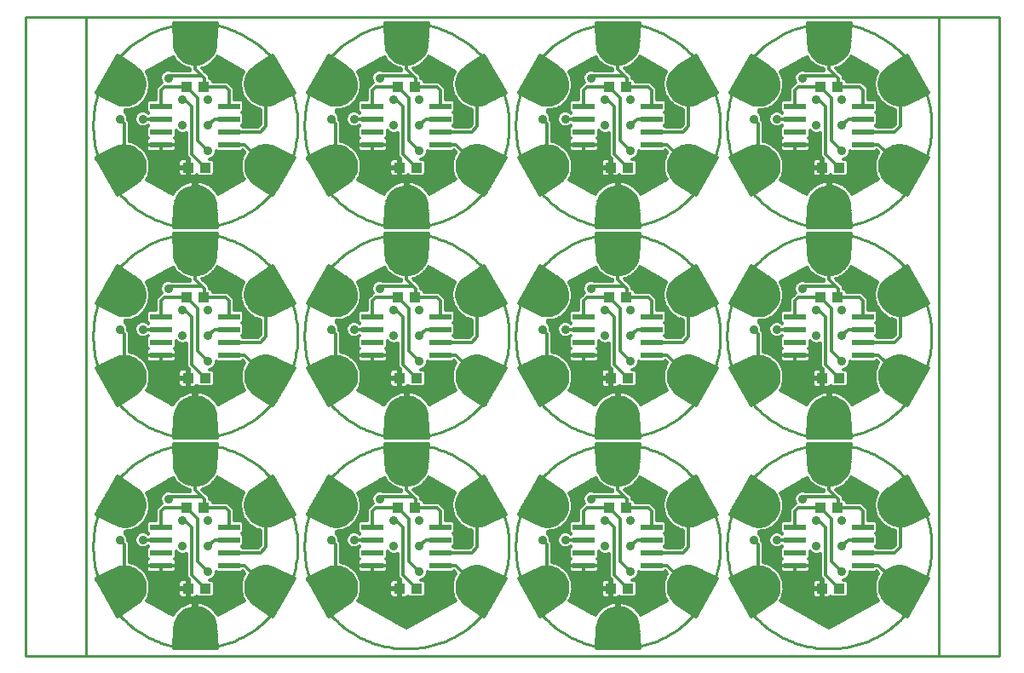
<source format=gtl>
G75*
%MOIN*%
%OFA0B0*%
%FSLAX24Y24*%
%IPPOS*%
%LPD*%
%AMOC8*
5,1,8,0,0,1.08239X$1,22.5*
%
%ADD10C,0.0100*%
%ADD11R,0.0870X0.0240*%
%ADD12R,0.0433X0.0394*%
%ADD13C,0.1266*%
%ADD14C,0.0120*%
%ADD15C,0.0350*%
D10*
X000150Y000150D02*
X000150Y025134D01*
X002512Y025134D01*
X002512Y000150D01*
X000150Y000150D01*
X002512Y000150D02*
X035867Y000150D01*
X038229Y000150D01*
X038229Y025134D01*
X035867Y025134D01*
X035867Y000150D01*
X027591Y004426D02*
X027593Y004552D01*
X027599Y004678D01*
X027609Y004804D01*
X027623Y004930D01*
X027641Y005055D01*
X027663Y005179D01*
X027688Y005303D01*
X027718Y005426D01*
X027751Y005547D01*
X027789Y005668D01*
X027830Y005787D01*
X027875Y005906D01*
X027923Y006022D01*
X027975Y006137D01*
X028031Y006250D01*
X028091Y006362D01*
X028154Y006471D01*
X028220Y006579D01*
X028289Y006684D01*
X028362Y006787D01*
X028439Y006888D01*
X028518Y006986D01*
X028600Y007082D01*
X028686Y007175D01*
X028774Y007266D01*
X028865Y007353D01*
X028959Y007438D01*
X029055Y007519D01*
X029154Y007598D01*
X029255Y007673D01*
X029359Y007745D01*
X029465Y007814D01*
X029573Y007880D01*
X029683Y007942D01*
X029795Y008000D01*
X029908Y008055D01*
X030024Y008106D01*
X030141Y008154D01*
X030259Y008198D01*
X030379Y008238D01*
X030500Y008274D01*
X030622Y008307D01*
X030745Y008336D01*
X030869Y008360D01*
X030993Y008381D01*
X031118Y008398D01*
X031244Y008411D01*
X031370Y008420D01*
X031496Y008425D01*
X031623Y008426D01*
X031749Y008423D01*
X031875Y008416D01*
X032001Y008405D01*
X032126Y008390D01*
X032251Y008371D01*
X032375Y008348D01*
X032499Y008322D01*
X032621Y008291D01*
X032743Y008257D01*
X032863Y008218D01*
X032982Y008176D01*
X033100Y008131D01*
X033216Y008081D01*
X033331Y008028D01*
X033443Y007971D01*
X033554Y007911D01*
X033663Y007847D01*
X033770Y007780D01*
X033875Y007710D01*
X033978Y007636D01*
X034078Y007559D01*
X034176Y007479D01*
X034271Y007396D01*
X034363Y007310D01*
X034453Y007221D01*
X034540Y007129D01*
X034623Y007035D01*
X034704Y006938D01*
X034782Y006838D01*
X034857Y006736D01*
X034928Y006632D01*
X034996Y006525D01*
X035060Y006417D01*
X035121Y006306D01*
X035179Y006194D01*
X035233Y006080D01*
X035283Y005964D01*
X035330Y005847D01*
X035373Y005728D01*
X035412Y005608D01*
X035448Y005487D01*
X035479Y005364D01*
X035507Y005241D01*
X035531Y005117D01*
X035551Y004992D01*
X035567Y004867D01*
X035579Y004741D01*
X035587Y004615D01*
X035591Y004489D01*
X035591Y004363D01*
X035587Y004237D01*
X035579Y004111D01*
X035567Y003985D01*
X035551Y003860D01*
X035531Y003735D01*
X035507Y003611D01*
X035479Y003488D01*
X035448Y003365D01*
X035412Y003244D01*
X035373Y003124D01*
X035330Y003005D01*
X035283Y002888D01*
X035233Y002772D01*
X035179Y002658D01*
X035121Y002546D01*
X035060Y002435D01*
X034996Y002327D01*
X034928Y002220D01*
X034857Y002116D01*
X034782Y002014D01*
X034704Y001914D01*
X034623Y001817D01*
X034540Y001723D01*
X034453Y001631D01*
X034363Y001542D01*
X034271Y001456D01*
X034176Y001373D01*
X034078Y001293D01*
X033978Y001216D01*
X033875Y001142D01*
X033770Y001072D01*
X033663Y001005D01*
X033554Y000941D01*
X033443Y000881D01*
X033331Y000824D01*
X033216Y000771D01*
X033100Y000721D01*
X032982Y000676D01*
X032863Y000634D01*
X032743Y000595D01*
X032621Y000561D01*
X032499Y000530D01*
X032375Y000504D01*
X032251Y000481D01*
X032126Y000462D01*
X032001Y000447D01*
X031875Y000436D01*
X031749Y000429D01*
X031623Y000426D01*
X031496Y000427D01*
X031370Y000432D01*
X031244Y000441D01*
X031118Y000454D01*
X030993Y000471D01*
X030869Y000492D01*
X030745Y000516D01*
X030622Y000545D01*
X030500Y000578D01*
X030379Y000614D01*
X030259Y000654D01*
X030141Y000698D01*
X030024Y000746D01*
X029908Y000797D01*
X029795Y000852D01*
X029683Y000910D01*
X029573Y000972D01*
X029465Y001038D01*
X029359Y001107D01*
X029255Y001179D01*
X029154Y001254D01*
X029055Y001333D01*
X028959Y001414D01*
X028865Y001499D01*
X028774Y001586D01*
X028686Y001677D01*
X028600Y001770D01*
X028518Y001866D01*
X028439Y001964D01*
X028362Y002065D01*
X028289Y002168D01*
X028220Y002273D01*
X028154Y002381D01*
X028091Y002490D01*
X028031Y002602D01*
X027975Y002715D01*
X027923Y002830D01*
X027875Y002946D01*
X027830Y003065D01*
X027789Y003184D01*
X027751Y003305D01*
X027718Y003426D01*
X027688Y003549D01*
X027663Y003673D01*
X027641Y003797D01*
X027623Y003922D01*
X027609Y004048D01*
X027599Y004174D01*
X027593Y004300D01*
X027591Y004426D01*
X019323Y004426D02*
X019325Y004552D01*
X019331Y004678D01*
X019341Y004804D01*
X019355Y004930D01*
X019373Y005055D01*
X019395Y005179D01*
X019420Y005303D01*
X019450Y005426D01*
X019483Y005547D01*
X019521Y005668D01*
X019562Y005787D01*
X019607Y005906D01*
X019655Y006022D01*
X019707Y006137D01*
X019763Y006250D01*
X019823Y006362D01*
X019886Y006471D01*
X019952Y006579D01*
X020021Y006684D01*
X020094Y006787D01*
X020171Y006888D01*
X020250Y006986D01*
X020332Y007082D01*
X020418Y007175D01*
X020506Y007266D01*
X020597Y007353D01*
X020691Y007438D01*
X020787Y007519D01*
X020886Y007598D01*
X020987Y007673D01*
X021091Y007745D01*
X021197Y007814D01*
X021305Y007880D01*
X021415Y007942D01*
X021527Y008000D01*
X021640Y008055D01*
X021756Y008106D01*
X021873Y008154D01*
X021991Y008198D01*
X022111Y008238D01*
X022232Y008274D01*
X022354Y008307D01*
X022477Y008336D01*
X022601Y008360D01*
X022725Y008381D01*
X022850Y008398D01*
X022976Y008411D01*
X023102Y008420D01*
X023228Y008425D01*
X023355Y008426D01*
X023481Y008423D01*
X023607Y008416D01*
X023733Y008405D01*
X023858Y008390D01*
X023983Y008371D01*
X024107Y008348D01*
X024231Y008322D01*
X024353Y008291D01*
X024475Y008257D01*
X024595Y008218D01*
X024714Y008176D01*
X024832Y008131D01*
X024948Y008081D01*
X025063Y008028D01*
X025175Y007971D01*
X025286Y007911D01*
X025395Y007847D01*
X025502Y007780D01*
X025607Y007710D01*
X025710Y007636D01*
X025810Y007559D01*
X025908Y007479D01*
X026003Y007396D01*
X026095Y007310D01*
X026185Y007221D01*
X026272Y007129D01*
X026355Y007035D01*
X026436Y006938D01*
X026514Y006838D01*
X026589Y006736D01*
X026660Y006632D01*
X026728Y006525D01*
X026792Y006417D01*
X026853Y006306D01*
X026911Y006194D01*
X026965Y006080D01*
X027015Y005964D01*
X027062Y005847D01*
X027105Y005728D01*
X027144Y005608D01*
X027180Y005487D01*
X027211Y005364D01*
X027239Y005241D01*
X027263Y005117D01*
X027283Y004992D01*
X027299Y004867D01*
X027311Y004741D01*
X027319Y004615D01*
X027323Y004489D01*
X027323Y004363D01*
X027319Y004237D01*
X027311Y004111D01*
X027299Y003985D01*
X027283Y003860D01*
X027263Y003735D01*
X027239Y003611D01*
X027211Y003488D01*
X027180Y003365D01*
X027144Y003244D01*
X027105Y003124D01*
X027062Y003005D01*
X027015Y002888D01*
X026965Y002772D01*
X026911Y002658D01*
X026853Y002546D01*
X026792Y002435D01*
X026728Y002327D01*
X026660Y002220D01*
X026589Y002116D01*
X026514Y002014D01*
X026436Y001914D01*
X026355Y001817D01*
X026272Y001723D01*
X026185Y001631D01*
X026095Y001542D01*
X026003Y001456D01*
X025908Y001373D01*
X025810Y001293D01*
X025710Y001216D01*
X025607Y001142D01*
X025502Y001072D01*
X025395Y001005D01*
X025286Y000941D01*
X025175Y000881D01*
X025063Y000824D01*
X024948Y000771D01*
X024832Y000721D01*
X024714Y000676D01*
X024595Y000634D01*
X024475Y000595D01*
X024353Y000561D01*
X024231Y000530D01*
X024107Y000504D01*
X023983Y000481D01*
X023858Y000462D01*
X023733Y000447D01*
X023607Y000436D01*
X023481Y000429D01*
X023355Y000426D01*
X023228Y000427D01*
X023102Y000432D01*
X022976Y000441D01*
X022850Y000454D01*
X022725Y000471D01*
X022601Y000492D01*
X022477Y000516D01*
X022354Y000545D01*
X022232Y000578D01*
X022111Y000614D01*
X021991Y000654D01*
X021873Y000698D01*
X021756Y000746D01*
X021640Y000797D01*
X021527Y000852D01*
X021415Y000910D01*
X021305Y000972D01*
X021197Y001038D01*
X021091Y001107D01*
X020987Y001179D01*
X020886Y001254D01*
X020787Y001333D01*
X020691Y001414D01*
X020597Y001499D01*
X020506Y001586D01*
X020418Y001677D01*
X020332Y001770D01*
X020250Y001866D01*
X020171Y001964D01*
X020094Y002065D01*
X020021Y002168D01*
X019952Y002273D01*
X019886Y002381D01*
X019823Y002490D01*
X019763Y002602D01*
X019707Y002715D01*
X019655Y002830D01*
X019607Y002946D01*
X019562Y003065D01*
X019521Y003184D01*
X019483Y003305D01*
X019450Y003426D01*
X019420Y003549D01*
X019395Y003673D01*
X019373Y003797D01*
X019355Y003922D01*
X019341Y004048D01*
X019331Y004174D01*
X019325Y004300D01*
X019323Y004426D01*
X011056Y004426D02*
X011058Y004552D01*
X011064Y004678D01*
X011074Y004804D01*
X011088Y004930D01*
X011106Y005055D01*
X011128Y005179D01*
X011153Y005303D01*
X011183Y005426D01*
X011216Y005547D01*
X011254Y005668D01*
X011295Y005787D01*
X011340Y005906D01*
X011388Y006022D01*
X011440Y006137D01*
X011496Y006250D01*
X011556Y006362D01*
X011619Y006471D01*
X011685Y006579D01*
X011754Y006684D01*
X011827Y006787D01*
X011904Y006888D01*
X011983Y006986D01*
X012065Y007082D01*
X012151Y007175D01*
X012239Y007266D01*
X012330Y007353D01*
X012424Y007438D01*
X012520Y007519D01*
X012619Y007598D01*
X012720Y007673D01*
X012824Y007745D01*
X012930Y007814D01*
X013038Y007880D01*
X013148Y007942D01*
X013260Y008000D01*
X013373Y008055D01*
X013489Y008106D01*
X013606Y008154D01*
X013724Y008198D01*
X013844Y008238D01*
X013965Y008274D01*
X014087Y008307D01*
X014210Y008336D01*
X014334Y008360D01*
X014458Y008381D01*
X014583Y008398D01*
X014709Y008411D01*
X014835Y008420D01*
X014961Y008425D01*
X015088Y008426D01*
X015214Y008423D01*
X015340Y008416D01*
X015466Y008405D01*
X015591Y008390D01*
X015716Y008371D01*
X015840Y008348D01*
X015964Y008322D01*
X016086Y008291D01*
X016208Y008257D01*
X016328Y008218D01*
X016447Y008176D01*
X016565Y008131D01*
X016681Y008081D01*
X016796Y008028D01*
X016908Y007971D01*
X017019Y007911D01*
X017128Y007847D01*
X017235Y007780D01*
X017340Y007710D01*
X017443Y007636D01*
X017543Y007559D01*
X017641Y007479D01*
X017736Y007396D01*
X017828Y007310D01*
X017918Y007221D01*
X018005Y007129D01*
X018088Y007035D01*
X018169Y006938D01*
X018247Y006838D01*
X018322Y006736D01*
X018393Y006632D01*
X018461Y006525D01*
X018525Y006417D01*
X018586Y006306D01*
X018644Y006194D01*
X018698Y006080D01*
X018748Y005964D01*
X018795Y005847D01*
X018838Y005728D01*
X018877Y005608D01*
X018913Y005487D01*
X018944Y005364D01*
X018972Y005241D01*
X018996Y005117D01*
X019016Y004992D01*
X019032Y004867D01*
X019044Y004741D01*
X019052Y004615D01*
X019056Y004489D01*
X019056Y004363D01*
X019052Y004237D01*
X019044Y004111D01*
X019032Y003985D01*
X019016Y003860D01*
X018996Y003735D01*
X018972Y003611D01*
X018944Y003488D01*
X018913Y003365D01*
X018877Y003244D01*
X018838Y003124D01*
X018795Y003005D01*
X018748Y002888D01*
X018698Y002772D01*
X018644Y002658D01*
X018586Y002546D01*
X018525Y002435D01*
X018461Y002327D01*
X018393Y002220D01*
X018322Y002116D01*
X018247Y002014D01*
X018169Y001914D01*
X018088Y001817D01*
X018005Y001723D01*
X017918Y001631D01*
X017828Y001542D01*
X017736Y001456D01*
X017641Y001373D01*
X017543Y001293D01*
X017443Y001216D01*
X017340Y001142D01*
X017235Y001072D01*
X017128Y001005D01*
X017019Y000941D01*
X016908Y000881D01*
X016796Y000824D01*
X016681Y000771D01*
X016565Y000721D01*
X016447Y000676D01*
X016328Y000634D01*
X016208Y000595D01*
X016086Y000561D01*
X015964Y000530D01*
X015840Y000504D01*
X015716Y000481D01*
X015591Y000462D01*
X015466Y000447D01*
X015340Y000436D01*
X015214Y000429D01*
X015088Y000426D01*
X014961Y000427D01*
X014835Y000432D01*
X014709Y000441D01*
X014583Y000454D01*
X014458Y000471D01*
X014334Y000492D01*
X014210Y000516D01*
X014087Y000545D01*
X013965Y000578D01*
X013844Y000614D01*
X013724Y000654D01*
X013606Y000698D01*
X013489Y000746D01*
X013373Y000797D01*
X013260Y000852D01*
X013148Y000910D01*
X013038Y000972D01*
X012930Y001038D01*
X012824Y001107D01*
X012720Y001179D01*
X012619Y001254D01*
X012520Y001333D01*
X012424Y001414D01*
X012330Y001499D01*
X012239Y001586D01*
X012151Y001677D01*
X012065Y001770D01*
X011983Y001866D01*
X011904Y001964D01*
X011827Y002065D01*
X011754Y002168D01*
X011685Y002273D01*
X011619Y002381D01*
X011556Y002490D01*
X011496Y002602D01*
X011440Y002715D01*
X011388Y002830D01*
X011340Y002946D01*
X011295Y003065D01*
X011254Y003184D01*
X011216Y003305D01*
X011183Y003426D01*
X011153Y003549D01*
X011128Y003673D01*
X011106Y003797D01*
X011088Y003922D01*
X011074Y004048D01*
X011064Y004174D01*
X011058Y004300D01*
X011056Y004426D01*
X002788Y004426D02*
X002790Y004552D01*
X002796Y004678D01*
X002806Y004804D01*
X002820Y004930D01*
X002838Y005055D01*
X002860Y005179D01*
X002885Y005303D01*
X002915Y005426D01*
X002948Y005547D01*
X002986Y005668D01*
X003027Y005787D01*
X003072Y005906D01*
X003120Y006022D01*
X003172Y006137D01*
X003228Y006250D01*
X003288Y006362D01*
X003351Y006471D01*
X003417Y006579D01*
X003486Y006684D01*
X003559Y006787D01*
X003636Y006888D01*
X003715Y006986D01*
X003797Y007082D01*
X003883Y007175D01*
X003971Y007266D01*
X004062Y007353D01*
X004156Y007438D01*
X004252Y007519D01*
X004351Y007598D01*
X004452Y007673D01*
X004556Y007745D01*
X004662Y007814D01*
X004770Y007880D01*
X004880Y007942D01*
X004992Y008000D01*
X005105Y008055D01*
X005221Y008106D01*
X005338Y008154D01*
X005456Y008198D01*
X005576Y008238D01*
X005697Y008274D01*
X005819Y008307D01*
X005942Y008336D01*
X006066Y008360D01*
X006190Y008381D01*
X006315Y008398D01*
X006441Y008411D01*
X006567Y008420D01*
X006693Y008425D01*
X006820Y008426D01*
X006946Y008423D01*
X007072Y008416D01*
X007198Y008405D01*
X007323Y008390D01*
X007448Y008371D01*
X007572Y008348D01*
X007696Y008322D01*
X007818Y008291D01*
X007940Y008257D01*
X008060Y008218D01*
X008179Y008176D01*
X008297Y008131D01*
X008413Y008081D01*
X008528Y008028D01*
X008640Y007971D01*
X008751Y007911D01*
X008860Y007847D01*
X008967Y007780D01*
X009072Y007710D01*
X009175Y007636D01*
X009275Y007559D01*
X009373Y007479D01*
X009468Y007396D01*
X009560Y007310D01*
X009650Y007221D01*
X009737Y007129D01*
X009820Y007035D01*
X009901Y006938D01*
X009979Y006838D01*
X010054Y006736D01*
X010125Y006632D01*
X010193Y006525D01*
X010257Y006417D01*
X010318Y006306D01*
X010376Y006194D01*
X010430Y006080D01*
X010480Y005964D01*
X010527Y005847D01*
X010570Y005728D01*
X010609Y005608D01*
X010645Y005487D01*
X010676Y005364D01*
X010704Y005241D01*
X010728Y005117D01*
X010748Y004992D01*
X010764Y004867D01*
X010776Y004741D01*
X010784Y004615D01*
X010788Y004489D01*
X010788Y004363D01*
X010784Y004237D01*
X010776Y004111D01*
X010764Y003985D01*
X010748Y003860D01*
X010728Y003735D01*
X010704Y003611D01*
X010676Y003488D01*
X010645Y003365D01*
X010609Y003244D01*
X010570Y003124D01*
X010527Y003005D01*
X010480Y002888D01*
X010430Y002772D01*
X010376Y002658D01*
X010318Y002546D01*
X010257Y002435D01*
X010193Y002327D01*
X010125Y002220D01*
X010054Y002116D01*
X009979Y002014D01*
X009901Y001914D01*
X009820Y001817D01*
X009737Y001723D01*
X009650Y001631D01*
X009560Y001542D01*
X009468Y001456D01*
X009373Y001373D01*
X009275Y001293D01*
X009175Y001216D01*
X009072Y001142D01*
X008967Y001072D01*
X008860Y001005D01*
X008751Y000941D01*
X008640Y000881D01*
X008528Y000824D01*
X008413Y000771D01*
X008297Y000721D01*
X008179Y000676D01*
X008060Y000634D01*
X007940Y000595D01*
X007818Y000561D01*
X007696Y000530D01*
X007572Y000504D01*
X007448Y000481D01*
X007323Y000462D01*
X007198Y000447D01*
X007072Y000436D01*
X006946Y000429D01*
X006820Y000426D01*
X006693Y000427D01*
X006567Y000432D01*
X006441Y000441D01*
X006315Y000454D01*
X006190Y000471D01*
X006066Y000492D01*
X005942Y000516D01*
X005819Y000545D01*
X005697Y000578D01*
X005576Y000614D01*
X005456Y000654D01*
X005338Y000698D01*
X005221Y000746D01*
X005105Y000797D01*
X004992Y000852D01*
X004880Y000910D01*
X004770Y000972D01*
X004662Y001038D01*
X004556Y001107D01*
X004452Y001179D01*
X004351Y001254D01*
X004252Y001333D01*
X004156Y001414D01*
X004062Y001499D01*
X003971Y001586D01*
X003883Y001677D01*
X003797Y001770D01*
X003715Y001866D01*
X003636Y001964D01*
X003559Y002065D01*
X003486Y002168D01*
X003417Y002273D01*
X003351Y002381D01*
X003288Y002490D01*
X003228Y002602D01*
X003172Y002715D01*
X003120Y002830D01*
X003072Y002946D01*
X003027Y003065D01*
X002986Y003184D01*
X002948Y003305D01*
X002915Y003426D01*
X002885Y003549D01*
X002860Y003673D01*
X002838Y003797D01*
X002820Y003922D01*
X002806Y004048D01*
X002796Y004174D01*
X002790Y004300D01*
X002788Y004426D01*
X002788Y012662D02*
X002790Y012788D01*
X002796Y012914D01*
X002806Y013040D01*
X002820Y013166D01*
X002838Y013291D01*
X002860Y013415D01*
X002885Y013539D01*
X002915Y013662D01*
X002948Y013783D01*
X002986Y013904D01*
X003027Y014023D01*
X003072Y014142D01*
X003120Y014258D01*
X003172Y014373D01*
X003228Y014486D01*
X003288Y014598D01*
X003351Y014707D01*
X003417Y014815D01*
X003486Y014920D01*
X003559Y015023D01*
X003636Y015124D01*
X003715Y015222D01*
X003797Y015318D01*
X003883Y015411D01*
X003971Y015502D01*
X004062Y015589D01*
X004156Y015674D01*
X004252Y015755D01*
X004351Y015834D01*
X004452Y015909D01*
X004556Y015981D01*
X004662Y016050D01*
X004770Y016116D01*
X004880Y016178D01*
X004992Y016236D01*
X005105Y016291D01*
X005221Y016342D01*
X005338Y016390D01*
X005456Y016434D01*
X005576Y016474D01*
X005697Y016510D01*
X005819Y016543D01*
X005942Y016572D01*
X006066Y016596D01*
X006190Y016617D01*
X006315Y016634D01*
X006441Y016647D01*
X006567Y016656D01*
X006693Y016661D01*
X006820Y016662D01*
X006946Y016659D01*
X007072Y016652D01*
X007198Y016641D01*
X007323Y016626D01*
X007448Y016607D01*
X007572Y016584D01*
X007696Y016558D01*
X007818Y016527D01*
X007940Y016493D01*
X008060Y016454D01*
X008179Y016412D01*
X008297Y016367D01*
X008413Y016317D01*
X008528Y016264D01*
X008640Y016207D01*
X008751Y016147D01*
X008860Y016083D01*
X008967Y016016D01*
X009072Y015946D01*
X009175Y015872D01*
X009275Y015795D01*
X009373Y015715D01*
X009468Y015632D01*
X009560Y015546D01*
X009650Y015457D01*
X009737Y015365D01*
X009820Y015271D01*
X009901Y015174D01*
X009979Y015074D01*
X010054Y014972D01*
X010125Y014868D01*
X010193Y014761D01*
X010257Y014653D01*
X010318Y014542D01*
X010376Y014430D01*
X010430Y014316D01*
X010480Y014200D01*
X010527Y014083D01*
X010570Y013964D01*
X010609Y013844D01*
X010645Y013723D01*
X010676Y013600D01*
X010704Y013477D01*
X010728Y013353D01*
X010748Y013228D01*
X010764Y013103D01*
X010776Y012977D01*
X010784Y012851D01*
X010788Y012725D01*
X010788Y012599D01*
X010784Y012473D01*
X010776Y012347D01*
X010764Y012221D01*
X010748Y012096D01*
X010728Y011971D01*
X010704Y011847D01*
X010676Y011724D01*
X010645Y011601D01*
X010609Y011480D01*
X010570Y011360D01*
X010527Y011241D01*
X010480Y011124D01*
X010430Y011008D01*
X010376Y010894D01*
X010318Y010782D01*
X010257Y010671D01*
X010193Y010563D01*
X010125Y010456D01*
X010054Y010352D01*
X009979Y010250D01*
X009901Y010150D01*
X009820Y010053D01*
X009737Y009959D01*
X009650Y009867D01*
X009560Y009778D01*
X009468Y009692D01*
X009373Y009609D01*
X009275Y009529D01*
X009175Y009452D01*
X009072Y009378D01*
X008967Y009308D01*
X008860Y009241D01*
X008751Y009177D01*
X008640Y009117D01*
X008528Y009060D01*
X008413Y009007D01*
X008297Y008957D01*
X008179Y008912D01*
X008060Y008870D01*
X007940Y008831D01*
X007818Y008797D01*
X007696Y008766D01*
X007572Y008740D01*
X007448Y008717D01*
X007323Y008698D01*
X007198Y008683D01*
X007072Y008672D01*
X006946Y008665D01*
X006820Y008662D01*
X006693Y008663D01*
X006567Y008668D01*
X006441Y008677D01*
X006315Y008690D01*
X006190Y008707D01*
X006066Y008728D01*
X005942Y008752D01*
X005819Y008781D01*
X005697Y008814D01*
X005576Y008850D01*
X005456Y008890D01*
X005338Y008934D01*
X005221Y008982D01*
X005105Y009033D01*
X004992Y009088D01*
X004880Y009146D01*
X004770Y009208D01*
X004662Y009274D01*
X004556Y009343D01*
X004452Y009415D01*
X004351Y009490D01*
X004252Y009569D01*
X004156Y009650D01*
X004062Y009735D01*
X003971Y009822D01*
X003883Y009913D01*
X003797Y010006D01*
X003715Y010102D01*
X003636Y010200D01*
X003559Y010301D01*
X003486Y010404D01*
X003417Y010509D01*
X003351Y010617D01*
X003288Y010726D01*
X003228Y010838D01*
X003172Y010951D01*
X003120Y011066D01*
X003072Y011182D01*
X003027Y011301D01*
X002986Y011420D01*
X002948Y011541D01*
X002915Y011662D01*
X002885Y011785D01*
X002860Y011909D01*
X002838Y012033D01*
X002820Y012158D01*
X002806Y012284D01*
X002796Y012410D01*
X002790Y012536D01*
X002788Y012662D01*
X002788Y020898D02*
X002790Y021024D01*
X002796Y021150D01*
X002806Y021276D01*
X002820Y021402D01*
X002838Y021527D01*
X002860Y021651D01*
X002885Y021775D01*
X002915Y021898D01*
X002948Y022019D01*
X002986Y022140D01*
X003027Y022259D01*
X003072Y022378D01*
X003120Y022494D01*
X003172Y022609D01*
X003228Y022722D01*
X003288Y022834D01*
X003351Y022943D01*
X003417Y023051D01*
X003486Y023156D01*
X003559Y023259D01*
X003636Y023360D01*
X003715Y023458D01*
X003797Y023554D01*
X003883Y023647D01*
X003971Y023738D01*
X004062Y023825D01*
X004156Y023910D01*
X004252Y023991D01*
X004351Y024070D01*
X004452Y024145D01*
X004556Y024217D01*
X004662Y024286D01*
X004770Y024352D01*
X004880Y024414D01*
X004992Y024472D01*
X005105Y024527D01*
X005221Y024578D01*
X005338Y024626D01*
X005456Y024670D01*
X005576Y024710D01*
X005697Y024746D01*
X005819Y024779D01*
X005942Y024808D01*
X006066Y024832D01*
X006190Y024853D01*
X006315Y024870D01*
X006441Y024883D01*
X006567Y024892D01*
X006693Y024897D01*
X006820Y024898D01*
X006946Y024895D01*
X007072Y024888D01*
X007198Y024877D01*
X007323Y024862D01*
X007448Y024843D01*
X007572Y024820D01*
X007696Y024794D01*
X007818Y024763D01*
X007940Y024729D01*
X008060Y024690D01*
X008179Y024648D01*
X008297Y024603D01*
X008413Y024553D01*
X008528Y024500D01*
X008640Y024443D01*
X008751Y024383D01*
X008860Y024319D01*
X008967Y024252D01*
X009072Y024182D01*
X009175Y024108D01*
X009275Y024031D01*
X009373Y023951D01*
X009468Y023868D01*
X009560Y023782D01*
X009650Y023693D01*
X009737Y023601D01*
X009820Y023507D01*
X009901Y023410D01*
X009979Y023310D01*
X010054Y023208D01*
X010125Y023104D01*
X010193Y022997D01*
X010257Y022889D01*
X010318Y022778D01*
X010376Y022666D01*
X010430Y022552D01*
X010480Y022436D01*
X010527Y022319D01*
X010570Y022200D01*
X010609Y022080D01*
X010645Y021959D01*
X010676Y021836D01*
X010704Y021713D01*
X010728Y021589D01*
X010748Y021464D01*
X010764Y021339D01*
X010776Y021213D01*
X010784Y021087D01*
X010788Y020961D01*
X010788Y020835D01*
X010784Y020709D01*
X010776Y020583D01*
X010764Y020457D01*
X010748Y020332D01*
X010728Y020207D01*
X010704Y020083D01*
X010676Y019960D01*
X010645Y019837D01*
X010609Y019716D01*
X010570Y019596D01*
X010527Y019477D01*
X010480Y019360D01*
X010430Y019244D01*
X010376Y019130D01*
X010318Y019018D01*
X010257Y018907D01*
X010193Y018799D01*
X010125Y018692D01*
X010054Y018588D01*
X009979Y018486D01*
X009901Y018386D01*
X009820Y018289D01*
X009737Y018195D01*
X009650Y018103D01*
X009560Y018014D01*
X009468Y017928D01*
X009373Y017845D01*
X009275Y017765D01*
X009175Y017688D01*
X009072Y017614D01*
X008967Y017544D01*
X008860Y017477D01*
X008751Y017413D01*
X008640Y017353D01*
X008528Y017296D01*
X008413Y017243D01*
X008297Y017193D01*
X008179Y017148D01*
X008060Y017106D01*
X007940Y017067D01*
X007818Y017033D01*
X007696Y017002D01*
X007572Y016976D01*
X007448Y016953D01*
X007323Y016934D01*
X007198Y016919D01*
X007072Y016908D01*
X006946Y016901D01*
X006820Y016898D01*
X006693Y016899D01*
X006567Y016904D01*
X006441Y016913D01*
X006315Y016926D01*
X006190Y016943D01*
X006066Y016964D01*
X005942Y016988D01*
X005819Y017017D01*
X005697Y017050D01*
X005576Y017086D01*
X005456Y017126D01*
X005338Y017170D01*
X005221Y017218D01*
X005105Y017269D01*
X004992Y017324D01*
X004880Y017382D01*
X004770Y017444D01*
X004662Y017510D01*
X004556Y017579D01*
X004452Y017651D01*
X004351Y017726D01*
X004252Y017805D01*
X004156Y017886D01*
X004062Y017971D01*
X003971Y018058D01*
X003883Y018149D01*
X003797Y018242D01*
X003715Y018338D01*
X003636Y018436D01*
X003559Y018537D01*
X003486Y018640D01*
X003417Y018745D01*
X003351Y018853D01*
X003288Y018962D01*
X003228Y019074D01*
X003172Y019187D01*
X003120Y019302D01*
X003072Y019418D01*
X003027Y019537D01*
X002986Y019656D01*
X002948Y019777D01*
X002915Y019898D01*
X002885Y020021D01*
X002860Y020145D01*
X002838Y020269D01*
X002820Y020394D01*
X002806Y020520D01*
X002796Y020646D01*
X002790Y020772D01*
X002788Y020898D01*
X002512Y025134D02*
X035867Y025134D01*
X027591Y020898D02*
X027593Y021024D01*
X027599Y021150D01*
X027609Y021276D01*
X027623Y021402D01*
X027641Y021527D01*
X027663Y021651D01*
X027688Y021775D01*
X027718Y021898D01*
X027751Y022019D01*
X027789Y022140D01*
X027830Y022259D01*
X027875Y022378D01*
X027923Y022494D01*
X027975Y022609D01*
X028031Y022722D01*
X028091Y022834D01*
X028154Y022943D01*
X028220Y023051D01*
X028289Y023156D01*
X028362Y023259D01*
X028439Y023360D01*
X028518Y023458D01*
X028600Y023554D01*
X028686Y023647D01*
X028774Y023738D01*
X028865Y023825D01*
X028959Y023910D01*
X029055Y023991D01*
X029154Y024070D01*
X029255Y024145D01*
X029359Y024217D01*
X029465Y024286D01*
X029573Y024352D01*
X029683Y024414D01*
X029795Y024472D01*
X029908Y024527D01*
X030024Y024578D01*
X030141Y024626D01*
X030259Y024670D01*
X030379Y024710D01*
X030500Y024746D01*
X030622Y024779D01*
X030745Y024808D01*
X030869Y024832D01*
X030993Y024853D01*
X031118Y024870D01*
X031244Y024883D01*
X031370Y024892D01*
X031496Y024897D01*
X031623Y024898D01*
X031749Y024895D01*
X031875Y024888D01*
X032001Y024877D01*
X032126Y024862D01*
X032251Y024843D01*
X032375Y024820D01*
X032499Y024794D01*
X032621Y024763D01*
X032743Y024729D01*
X032863Y024690D01*
X032982Y024648D01*
X033100Y024603D01*
X033216Y024553D01*
X033331Y024500D01*
X033443Y024443D01*
X033554Y024383D01*
X033663Y024319D01*
X033770Y024252D01*
X033875Y024182D01*
X033978Y024108D01*
X034078Y024031D01*
X034176Y023951D01*
X034271Y023868D01*
X034363Y023782D01*
X034453Y023693D01*
X034540Y023601D01*
X034623Y023507D01*
X034704Y023410D01*
X034782Y023310D01*
X034857Y023208D01*
X034928Y023104D01*
X034996Y022997D01*
X035060Y022889D01*
X035121Y022778D01*
X035179Y022666D01*
X035233Y022552D01*
X035283Y022436D01*
X035330Y022319D01*
X035373Y022200D01*
X035412Y022080D01*
X035448Y021959D01*
X035479Y021836D01*
X035507Y021713D01*
X035531Y021589D01*
X035551Y021464D01*
X035567Y021339D01*
X035579Y021213D01*
X035587Y021087D01*
X035591Y020961D01*
X035591Y020835D01*
X035587Y020709D01*
X035579Y020583D01*
X035567Y020457D01*
X035551Y020332D01*
X035531Y020207D01*
X035507Y020083D01*
X035479Y019960D01*
X035448Y019837D01*
X035412Y019716D01*
X035373Y019596D01*
X035330Y019477D01*
X035283Y019360D01*
X035233Y019244D01*
X035179Y019130D01*
X035121Y019018D01*
X035060Y018907D01*
X034996Y018799D01*
X034928Y018692D01*
X034857Y018588D01*
X034782Y018486D01*
X034704Y018386D01*
X034623Y018289D01*
X034540Y018195D01*
X034453Y018103D01*
X034363Y018014D01*
X034271Y017928D01*
X034176Y017845D01*
X034078Y017765D01*
X033978Y017688D01*
X033875Y017614D01*
X033770Y017544D01*
X033663Y017477D01*
X033554Y017413D01*
X033443Y017353D01*
X033331Y017296D01*
X033216Y017243D01*
X033100Y017193D01*
X032982Y017148D01*
X032863Y017106D01*
X032743Y017067D01*
X032621Y017033D01*
X032499Y017002D01*
X032375Y016976D01*
X032251Y016953D01*
X032126Y016934D01*
X032001Y016919D01*
X031875Y016908D01*
X031749Y016901D01*
X031623Y016898D01*
X031496Y016899D01*
X031370Y016904D01*
X031244Y016913D01*
X031118Y016926D01*
X030993Y016943D01*
X030869Y016964D01*
X030745Y016988D01*
X030622Y017017D01*
X030500Y017050D01*
X030379Y017086D01*
X030259Y017126D01*
X030141Y017170D01*
X030024Y017218D01*
X029908Y017269D01*
X029795Y017324D01*
X029683Y017382D01*
X029573Y017444D01*
X029465Y017510D01*
X029359Y017579D01*
X029255Y017651D01*
X029154Y017726D01*
X029055Y017805D01*
X028959Y017886D01*
X028865Y017971D01*
X028774Y018058D01*
X028686Y018149D01*
X028600Y018242D01*
X028518Y018338D01*
X028439Y018436D01*
X028362Y018537D01*
X028289Y018640D01*
X028220Y018745D01*
X028154Y018853D01*
X028091Y018962D01*
X028031Y019074D01*
X027975Y019187D01*
X027923Y019302D01*
X027875Y019418D01*
X027830Y019537D01*
X027789Y019656D01*
X027751Y019777D01*
X027718Y019898D01*
X027688Y020021D01*
X027663Y020145D01*
X027641Y020269D01*
X027623Y020394D01*
X027609Y020520D01*
X027599Y020646D01*
X027593Y020772D01*
X027591Y020898D01*
X019323Y020898D02*
X019325Y021024D01*
X019331Y021150D01*
X019341Y021276D01*
X019355Y021402D01*
X019373Y021527D01*
X019395Y021651D01*
X019420Y021775D01*
X019450Y021898D01*
X019483Y022019D01*
X019521Y022140D01*
X019562Y022259D01*
X019607Y022378D01*
X019655Y022494D01*
X019707Y022609D01*
X019763Y022722D01*
X019823Y022834D01*
X019886Y022943D01*
X019952Y023051D01*
X020021Y023156D01*
X020094Y023259D01*
X020171Y023360D01*
X020250Y023458D01*
X020332Y023554D01*
X020418Y023647D01*
X020506Y023738D01*
X020597Y023825D01*
X020691Y023910D01*
X020787Y023991D01*
X020886Y024070D01*
X020987Y024145D01*
X021091Y024217D01*
X021197Y024286D01*
X021305Y024352D01*
X021415Y024414D01*
X021527Y024472D01*
X021640Y024527D01*
X021756Y024578D01*
X021873Y024626D01*
X021991Y024670D01*
X022111Y024710D01*
X022232Y024746D01*
X022354Y024779D01*
X022477Y024808D01*
X022601Y024832D01*
X022725Y024853D01*
X022850Y024870D01*
X022976Y024883D01*
X023102Y024892D01*
X023228Y024897D01*
X023355Y024898D01*
X023481Y024895D01*
X023607Y024888D01*
X023733Y024877D01*
X023858Y024862D01*
X023983Y024843D01*
X024107Y024820D01*
X024231Y024794D01*
X024353Y024763D01*
X024475Y024729D01*
X024595Y024690D01*
X024714Y024648D01*
X024832Y024603D01*
X024948Y024553D01*
X025063Y024500D01*
X025175Y024443D01*
X025286Y024383D01*
X025395Y024319D01*
X025502Y024252D01*
X025607Y024182D01*
X025710Y024108D01*
X025810Y024031D01*
X025908Y023951D01*
X026003Y023868D01*
X026095Y023782D01*
X026185Y023693D01*
X026272Y023601D01*
X026355Y023507D01*
X026436Y023410D01*
X026514Y023310D01*
X026589Y023208D01*
X026660Y023104D01*
X026728Y022997D01*
X026792Y022889D01*
X026853Y022778D01*
X026911Y022666D01*
X026965Y022552D01*
X027015Y022436D01*
X027062Y022319D01*
X027105Y022200D01*
X027144Y022080D01*
X027180Y021959D01*
X027211Y021836D01*
X027239Y021713D01*
X027263Y021589D01*
X027283Y021464D01*
X027299Y021339D01*
X027311Y021213D01*
X027319Y021087D01*
X027323Y020961D01*
X027323Y020835D01*
X027319Y020709D01*
X027311Y020583D01*
X027299Y020457D01*
X027283Y020332D01*
X027263Y020207D01*
X027239Y020083D01*
X027211Y019960D01*
X027180Y019837D01*
X027144Y019716D01*
X027105Y019596D01*
X027062Y019477D01*
X027015Y019360D01*
X026965Y019244D01*
X026911Y019130D01*
X026853Y019018D01*
X026792Y018907D01*
X026728Y018799D01*
X026660Y018692D01*
X026589Y018588D01*
X026514Y018486D01*
X026436Y018386D01*
X026355Y018289D01*
X026272Y018195D01*
X026185Y018103D01*
X026095Y018014D01*
X026003Y017928D01*
X025908Y017845D01*
X025810Y017765D01*
X025710Y017688D01*
X025607Y017614D01*
X025502Y017544D01*
X025395Y017477D01*
X025286Y017413D01*
X025175Y017353D01*
X025063Y017296D01*
X024948Y017243D01*
X024832Y017193D01*
X024714Y017148D01*
X024595Y017106D01*
X024475Y017067D01*
X024353Y017033D01*
X024231Y017002D01*
X024107Y016976D01*
X023983Y016953D01*
X023858Y016934D01*
X023733Y016919D01*
X023607Y016908D01*
X023481Y016901D01*
X023355Y016898D01*
X023228Y016899D01*
X023102Y016904D01*
X022976Y016913D01*
X022850Y016926D01*
X022725Y016943D01*
X022601Y016964D01*
X022477Y016988D01*
X022354Y017017D01*
X022232Y017050D01*
X022111Y017086D01*
X021991Y017126D01*
X021873Y017170D01*
X021756Y017218D01*
X021640Y017269D01*
X021527Y017324D01*
X021415Y017382D01*
X021305Y017444D01*
X021197Y017510D01*
X021091Y017579D01*
X020987Y017651D01*
X020886Y017726D01*
X020787Y017805D01*
X020691Y017886D01*
X020597Y017971D01*
X020506Y018058D01*
X020418Y018149D01*
X020332Y018242D01*
X020250Y018338D01*
X020171Y018436D01*
X020094Y018537D01*
X020021Y018640D01*
X019952Y018745D01*
X019886Y018853D01*
X019823Y018962D01*
X019763Y019074D01*
X019707Y019187D01*
X019655Y019302D01*
X019607Y019418D01*
X019562Y019537D01*
X019521Y019656D01*
X019483Y019777D01*
X019450Y019898D01*
X019420Y020021D01*
X019395Y020145D01*
X019373Y020269D01*
X019355Y020394D01*
X019341Y020520D01*
X019331Y020646D01*
X019325Y020772D01*
X019323Y020898D01*
X011056Y020898D02*
X011058Y021024D01*
X011064Y021150D01*
X011074Y021276D01*
X011088Y021402D01*
X011106Y021527D01*
X011128Y021651D01*
X011153Y021775D01*
X011183Y021898D01*
X011216Y022019D01*
X011254Y022140D01*
X011295Y022259D01*
X011340Y022378D01*
X011388Y022494D01*
X011440Y022609D01*
X011496Y022722D01*
X011556Y022834D01*
X011619Y022943D01*
X011685Y023051D01*
X011754Y023156D01*
X011827Y023259D01*
X011904Y023360D01*
X011983Y023458D01*
X012065Y023554D01*
X012151Y023647D01*
X012239Y023738D01*
X012330Y023825D01*
X012424Y023910D01*
X012520Y023991D01*
X012619Y024070D01*
X012720Y024145D01*
X012824Y024217D01*
X012930Y024286D01*
X013038Y024352D01*
X013148Y024414D01*
X013260Y024472D01*
X013373Y024527D01*
X013489Y024578D01*
X013606Y024626D01*
X013724Y024670D01*
X013844Y024710D01*
X013965Y024746D01*
X014087Y024779D01*
X014210Y024808D01*
X014334Y024832D01*
X014458Y024853D01*
X014583Y024870D01*
X014709Y024883D01*
X014835Y024892D01*
X014961Y024897D01*
X015088Y024898D01*
X015214Y024895D01*
X015340Y024888D01*
X015466Y024877D01*
X015591Y024862D01*
X015716Y024843D01*
X015840Y024820D01*
X015964Y024794D01*
X016086Y024763D01*
X016208Y024729D01*
X016328Y024690D01*
X016447Y024648D01*
X016565Y024603D01*
X016681Y024553D01*
X016796Y024500D01*
X016908Y024443D01*
X017019Y024383D01*
X017128Y024319D01*
X017235Y024252D01*
X017340Y024182D01*
X017443Y024108D01*
X017543Y024031D01*
X017641Y023951D01*
X017736Y023868D01*
X017828Y023782D01*
X017918Y023693D01*
X018005Y023601D01*
X018088Y023507D01*
X018169Y023410D01*
X018247Y023310D01*
X018322Y023208D01*
X018393Y023104D01*
X018461Y022997D01*
X018525Y022889D01*
X018586Y022778D01*
X018644Y022666D01*
X018698Y022552D01*
X018748Y022436D01*
X018795Y022319D01*
X018838Y022200D01*
X018877Y022080D01*
X018913Y021959D01*
X018944Y021836D01*
X018972Y021713D01*
X018996Y021589D01*
X019016Y021464D01*
X019032Y021339D01*
X019044Y021213D01*
X019052Y021087D01*
X019056Y020961D01*
X019056Y020835D01*
X019052Y020709D01*
X019044Y020583D01*
X019032Y020457D01*
X019016Y020332D01*
X018996Y020207D01*
X018972Y020083D01*
X018944Y019960D01*
X018913Y019837D01*
X018877Y019716D01*
X018838Y019596D01*
X018795Y019477D01*
X018748Y019360D01*
X018698Y019244D01*
X018644Y019130D01*
X018586Y019018D01*
X018525Y018907D01*
X018461Y018799D01*
X018393Y018692D01*
X018322Y018588D01*
X018247Y018486D01*
X018169Y018386D01*
X018088Y018289D01*
X018005Y018195D01*
X017918Y018103D01*
X017828Y018014D01*
X017736Y017928D01*
X017641Y017845D01*
X017543Y017765D01*
X017443Y017688D01*
X017340Y017614D01*
X017235Y017544D01*
X017128Y017477D01*
X017019Y017413D01*
X016908Y017353D01*
X016796Y017296D01*
X016681Y017243D01*
X016565Y017193D01*
X016447Y017148D01*
X016328Y017106D01*
X016208Y017067D01*
X016086Y017033D01*
X015964Y017002D01*
X015840Y016976D01*
X015716Y016953D01*
X015591Y016934D01*
X015466Y016919D01*
X015340Y016908D01*
X015214Y016901D01*
X015088Y016898D01*
X014961Y016899D01*
X014835Y016904D01*
X014709Y016913D01*
X014583Y016926D01*
X014458Y016943D01*
X014334Y016964D01*
X014210Y016988D01*
X014087Y017017D01*
X013965Y017050D01*
X013844Y017086D01*
X013724Y017126D01*
X013606Y017170D01*
X013489Y017218D01*
X013373Y017269D01*
X013260Y017324D01*
X013148Y017382D01*
X013038Y017444D01*
X012930Y017510D01*
X012824Y017579D01*
X012720Y017651D01*
X012619Y017726D01*
X012520Y017805D01*
X012424Y017886D01*
X012330Y017971D01*
X012239Y018058D01*
X012151Y018149D01*
X012065Y018242D01*
X011983Y018338D01*
X011904Y018436D01*
X011827Y018537D01*
X011754Y018640D01*
X011685Y018745D01*
X011619Y018853D01*
X011556Y018962D01*
X011496Y019074D01*
X011440Y019187D01*
X011388Y019302D01*
X011340Y019418D01*
X011295Y019537D01*
X011254Y019656D01*
X011216Y019777D01*
X011183Y019898D01*
X011153Y020021D01*
X011128Y020145D01*
X011106Y020269D01*
X011088Y020394D01*
X011074Y020520D01*
X011064Y020646D01*
X011058Y020772D01*
X011056Y020898D01*
X011056Y012662D02*
X011058Y012788D01*
X011064Y012914D01*
X011074Y013040D01*
X011088Y013166D01*
X011106Y013291D01*
X011128Y013415D01*
X011153Y013539D01*
X011183Y013662D01*
X011216Y013783D01*
X011254Y013904D01*
X011295Y014023D01*
X011340Y014142D01*
X011388Y014258D01*
X011440Y014373D01*
X011496Y014486D01*
X011556Y014598D01*
X011619Y014707D01*
X011685Y014815D01*
X011754Y014920D01*
X011827Y015023D01*
X011904Y015124D01*
X011983Y015222D01*
X012065Y015318D01*
X012151Y015411D01*
X012239Y015502D01*
X012330Y015589D01*
X012424Y015674D01*
X012520Y015755D01*
X012619Y015834D01*
X012720Y015909D01*
X012824Y015981D01*
X012930Y016050D01*
X013038Y016116D01*
X013148Y016178D01*
X013260Y016236D01*
X013373Y016291D01*
X013489Y016342D01*
X013606Y016390D01*
X013724Y016434D01*
X013844Y016474D01*
X013965Y016510D01*
X014087Y016543D01*
X014210Y016572D01*
X014334Y016596D01*
X014458Y016617D01*
X014583Y016634D01*
X014709Y016647D01*
X014835Y016656D01*
X014961Y016661D01*
X015088Y016662D01*
X015214Y016659D01*
X015340Y016652D01*
X015466Y016641D01*
X015591Y016626D01*
X015716Y016607D01*
X015840Y016584D01*
X015964Y016558D01*
X016086Y016527D01*
X016208Y016493D01*
X016328Y016454D01*
X016447Y016412D01*
X016565Y016367D01*
X016681Y016317D01*
X016796Y016264D01*
X016908Y016207D01*
X017019Y016147D01*
X017128Y016083D01*
X017235Y016016D01*
X017340Y015946D01*
X017443Y015872D01*
X017543Y015795D01*
X017641Y015715D01*
X017736Y015632D01*
X017828Y015546D01*
X017918Y015457D01*
X018005Y015365D01*
X018088Y015271D01*
X018169Y015174D01*
X018247Y015074D01*
X018322Y014972D01*
X018393Y014868D01*
X018461Y014761D01*
X018525Y014653D01*
X018586Y014542D01*
X018644Y014430D01*
X018698Y014316D01*
X018748Y014200D01*
X018795Y014083D01*
X018838Y013964D01*
X018877Y013844D01*
X018913Y013723D01*
X018944Y013600D01*
X018972Y013477D01*
X018996Y013353D01*
X019016Y013228D01*
X019032Y013103D01*
X019044Y012977D01*
X019052Y012851D01*
X019056Y012725D01*
X019056Y012599D01*
X019052Y012473D01*
X019044Y012347D01*
X019032Y012221D01*
X019016Y012096D01*
X018996Y011971D01*
X018972Y011847D01*
X018944Y011724D01*
X018913Y011601D01*
X018877Y011480D01*
X018838Y011360D01*
X018795Y011241D01*
X018748Y011124D01*
X018698Y011008D01*
X018644Y010894D01*
X018586Y010782D01*
X018525Y010671D01*
X018461Y010563D01*
X018393Y010456D01*
X018322Y010352D01*
X018247Y010250D01*
X018169Y010150D01*
X018088Y010053D01*
X018005Y009959D01*
X017918Y009867D01*
X017828Y009778D01*
X017736Y009692D01*
X017641Y009609D01*
X017543Y009529D01*
X017443Y009452D01*
X017340Y009378D01*
X017235Y009308D01*
X017128Y009241D01*
X017019Y009177D01*
X016908Y009117D01*
X016796Y009060D01*
X016681Y009007D01*
X016565Y008957D01*
X016447Y008912D01*
X016328Y008870D01*
X016208Y008831D01*
X016086Y008797D01*
X015964Y008766D01*
X015840Y008740D01*
X015716Y008717D01*
X015591Y008698D01*
X015466Y008683D01*
X015340Y008672D01*
X015214Y008665D01*
X015088Y008662D01*
X014961Y008663D01*
X014835Y008668D01*
X014709Y008677D01*
X014583Y008690D01*
X014458Y008707D01*
X014334Y008728D01*
X014210Y008752D01*
X014087Y008781D01*
X013965Y008814D01*
X013844Y008850D01*
X013724Y008890D01*
X013606Y008934D01*
X013489Y008982D01*
X013373Y009033D01*
X013260Y009088D01*
X013148Y009146D01*
X013038Y009208D01*
X012930Y009274D01*
X012824Y009343D01*
X012720Y009415D01*
X012619Y009490D01*
X012520Y009569D01*
X012424Y009650D01*
X012330Y009735D01*
X012239Y009822D01*
X012151Y009913D01*
X012065Y010006D01*
X011983Y010102D01*
X011904Y010200D01*
X011827Y010301D01*
X011754Y010404D01*
X011685Y010509D01*
X011619Y010617D01*
X011556Y010726D01*
X011496Y010838D01*
X011440Y010951D01*
X011388Y011066D01*
X011340Y011182D01*
X011295Y011301D01*
X011254Y011420D01*
X011216Y011541D01*
X011183Y011662D01*
X011153Y011785D01*
X011128Y011909D01*
X011106Y012033D01*
X011088Y012158D01*
X011074Y012284D01*
X011064Y012410D01*
X011058Y012536D01*
X011056Y012662D01*
X019323Y012662D02*
X019325Y012788D01*
X019331Y012914D01*
X019341Y013040D01*
X019355Y013166D01*
X019373Y013291D01*
X019395Y013415D01*
X019420Y013539D01*
X019450Y013662D01*
X019483Y013783D01*
X019521Y013904D01*
X019562Y014023D01*
X019607Y014142D01*
X019655Y014258D01*
X019707Y014373D01*
X019763Y014486D01*
X019823Y014598D01*
X019886Y014707D01*
X019952Y014815D01*
X020021Y014920D01*
X020094Y015023D01*
X020171Y015124D01*
X020250Y015222D01*
X020332Y015318D01*
X020418Y015411D01*
X020506Y015502D01*
X020597Y015589D01*
X020691Y015674D01*
X020787Y015755D01*
X020886Y015834D01*
X020987Y015909D01*
X021091Y015981D01*
X021197Y016050D01*
X021305Y016116D01*
X021415Y016178D01*
X021527Y016236D01*
X021640Y016291D01*
X021756Y016342D01*
X021873Y016390D01*
X021991Y016434D01*
X022111Y016474D01*
X022232Y016510D01*
X022354Y016543D01*
X022477Y016572D01*
X022601Y016596D01*
X022725Y016617D01*
X022850Y016634D01*
X022976Y016647D01*
X023102Y016656D01*
X023228Y016661D01*
X023355Y016662D01*
X023481Y016659D01*
X023607Y016652D01*
X023733Y016641D01*
X023858Y016626D01*
X023983Y016607D01*
X024107Y016584D01*
X024231Y016558D01*
X024353Y016527D01*
X024475Y016493D01*
X024595Y016454D01*
X024714Y016412D01*
X024832Y016367D01*
X024948Y016317D01*
X025063Y016264D01*
X025175Y016207D01*
X025286Y016147D01*
X025395Y016083D01*
X025502Y016016D01*
X025607Y015946D01*
X025710Y015872D01*
X025810Y015795D01*
X025908Y015715D01*
X026003Y015632D01*
X026095Y015546D01*
X026185Y015457D01*
X026272Y015365D01*
X026355Y015271D01*
X026436Y015174D01*
X026514Y015074D01*
X026589Y014972D01*
X026660Y014868D01*
X026728Y014761D01*
X026792Y014653D01*
X026853Y014542D01*
X026911Y014430D01*
X026965Y014316D01*
X027015Y014200D01*
X027062Y014083D01*
X027105Y013964D01*
X027144Y013844D01*
X027180Y013723D01*
X027211Y013600D01*
X027239Y013477D01*
X027263Y013353D01*
X027283Y013228D01*
X027299Y013103D01*
X027311Y012977D01*
X027319Y012851D01*
X027323Y012725D01*
X027323Y012599D01*
X027319Y012473D01*
X027311Y012347D01*
X027299Y012221D01*
X027283Y012096D01*
X027263Y011971D01*
X027239Y011847D01*
X027211Y011724D01*
X027180Y011601D01*
X027144Y011480D01*
X027105Y011360D01*
X027062Y011241D01*
X027015Y011124D01*
X026965Y011008D01*
X026911Y010894D01*
X026853Y010782D01*
X026792Y010671D01*
X026728Y010563D01*
X026660Y010456D01*
X026589Y010352D01*
X026514Y010250D01*
X026436Y010150D01*
X026355Y010053D01*
X026272Y009959D01*
X026185Y009867D01*
X026095Y009778D01*
X026003Y009692D01*
X025908Y009609D01*
X025810Y009529D01*
X025710Y009452D01*
X025607Y009378D01*
X025502Y009308D01*
X025395Y009241D01*
X025286Y009177D01*
X025175Y009117D01*
X025063Y009060D01*
X024948Y009007D01*
X024832Y008957D01*
X024714Y008912D01*
X024595Y008870D01*
X024475Y008831D01*
X024353Y008797D01*
X024231Y008766D01*
X024107Y008740D01*
X023983Y008717D01*
X023858Y008698D01*
X023733Y008683D01*
X023607Y008672D01*
X023481Y008665D01*
X023355Y008662D01*
X023228Y008663D01*
X023102Y008668D01*
X022976Y008677D01*
X022850Y008690D01*
X022725Y008707D01*
X022601Y008728D01*
X022477Y008752D01*
X022354Y008781D01*
X022232Y008814D01*
X022111Y008850D01*
X021991Y008890D01*
X021873Y008934D01*
X021756Y008982D01*
X021640Y009033D01*
X021527Y009088D01*
X021415Y009146D01*
X021305Y009208D01*
X021197Y009274D01*
X021091Y009343D01*
X020987Y009415D01*
X020886Y009490D01*
X020787Y009569D01*
X020691Y009650D01*
X020597Y009735D01*
X020506Y009822D01*
X020418Y009913D01*
X020332Y010006D01*
X020250Y010102D01*
X020171Y010200D01*
X020094Y010301D01*
X020021Y010404D01*
X019952Y010509D01*
X019886Y010617D01*
X019823Y010726D01*
X019763Y010838D01*
X019707Y010951D01*
X019655Y011066D01*
X019607Y011182D01*
X019562Y011301D01*
X019521Y011420D01*
X019483Y011541D01*
X019450Y011662D01*
X019420Y011785D01*
X019395Y011909D01*
X019373Y012033D01*
X019355Y012158D01*
X019341Y012284D01*
X019331Y012410D01*
X019325Y012536D01*
X019323Y012662D01*
X027591Y012662D02*
X027593Y012788D01*
X027599Y012914D01*
X027609Y013040D01*
X027623Y013166D01*
X027641Y013291D01*
X027663Y013415D01*
X027688Y013539D01*
X027718Y013662D01*
X027751Y013783D01*
X027789Y013904D01*
X027830Y014023D01*
X027875Y014142D01*
X027923Y014258D01*
X027975Y014373D01*
X028031Y014486D01*
X028091Y014598D01*
X028154Y014707D01*
X028220Y014815D01*
X028289Y014920D01*
X028362Y015023D01*
X028439Y015124D01*
X028518Y015222D01*
X028600Y015318D01*
X028686Y015411D01*
X028774Y015502D01*
X028865Y015589D01*
X028959Y015674D01*
X029055Y015755D01*
X029154Y015834D01*
X029255Y015909D01*
X029359Y015981D01*
X029465Y016050D01*
X029573Y016116D01*
X029683Y016178D01*
X029795Y016236D01*
X029908Y016291D01*
X030024Y016342D01*
X030141Y016390D01*
X030259Y016434D01*
X030379Y016474D01*
X030500Y016510D01*
X030622Y016543D01*
X030745Y016572D01*
X030869Y016596D01*
X030993Y016617D01*
X031118Y016634D01*
X031244Y016647D01*
X031370Y016656D01*
X031496Y016661D01*
X031623Y016662D01*
X031749Y016659D01*
X031875Y016652D01*
X032001Y016641D01*
X032126Y016626D01*
X032251Y016607D01*
X032375Y016584D01*
X032499Y016558D01*
X032621Y016527D01*
X032743Y016493D01*
X032863Y016454D01*
X032982Y016412D01*
X033100Y016367D01*
X033216Y016317D01*
X033331Y016264D01*
X033443Y016207D01*
X033554Y016147D01*
X033663Y016083D01*
X033770Y016016D01*
X033875Y015946D01*
X033978Y015872D01*
X034078Y015795D01*
X034176Y015715D01*
X034271Y015632D01*
X034363Y015546D01*
X034453Y015457D01*
X034540Y015365D01*
X034623Y015271D01*
X034704Y015174D01*
X034782Y015074D01*
X034857Y014972D01*
X034928Y014868D01*
X034996Y014761D01*
X035060Y014653D01*
X035121Y014542D01*
X035179Y014430D01*
X035233Y014316D01*
X035283Y014200D01*
X035330Y014083D01*
X035373Y013964D01*
X035412Y013844D01*
X035448Y013723D01*
X035479Y013600D01*
X035507Y013477D01*
X035531Y013353D01*
X035551Y013228D01*
X035567Y013103D01*
X035579Y012977D01*
X035587Y012851D01*
X035591Y012725D01*
X035591Y012599D01*
X035587Y012473D01*
X035579Y012347D01*
X035567Y012221D01*
X035551Y012096D01*
X035531Y011971D01*
X035507Y011847D01*
X035479Y011724D01*
X035448Y011601D01*
X035412Y011480D01*
X035373Y011360D01*
X035330Y011241D01*
X035283Y011124D01*
X035233Y011008D01*
X035179Y010894D01*
X035121Y010782D01*
X035060Y010671D01*
X034996Y010563D01*
X034928Y010456D01*
X034857Y010352D01*
X034782Y010250D01*
X034704Y010150D01*
X034623Y010053D01*
X034540Y009959D01*
X034453Y009867D01*
X034363Y009778D01*
X034271Y009692D01*
X034176Y009609D01*
X034078Y009529D01*
X033978Y009452D01*
X033875Y009378D01*
X033770Y009308D01*
X033663Y009241D01*
X033554Y009177D01*
X033443Y009117D01*
X033331Y009060D01*
X033216Y009007D01*
X033100Y008957D01*
X032982Y008912D01*
X032863Y008870D01*
X032743Y008831D01*
X032621Y008797D01*
X032499Y008766D01*
X032375Y008740D01*
X032251Y008717D01*
X032126Y008698D01*
X032001Y008683D01*
X031875Y008672D01*
X031749Y008665D01*
X031623Y008662D01*
X031496Y008663D01*
X031370Y008668D01*
X031244Y008677D01*
X031118Y008690D01*
X030993Y008707D01*
X030869Y008728D01*
X030745Y008752D01*
X030622Y008781D01*
X030500Y008814D01*
X030379Y008850D01*
X030259Y008890D01*
X030141Y008934D01*
X030024Y008982D01*
X029908Y009033D01*
X029795Y009088D01*
X029683Y009146D01*
X029573Y009208D01*
X029465Y009274D01*
X029359Y009343D01*
X029255Y009415D01*
X029154Y009490D01*
X029055Y009569D01*
X028959Y009650D01*
X028865Y009735D01*
X028774Y009822D01*
X028686Y009913D01*
X028600Y010006D01*
X028518Y010102D01*
X028439Y010200D01*
X028362Y010301D01*
X028289Y010404D01*
X028220Y010509D01*
X028154Y010617D01*
X028091Y010726D01*
X028031Y010838D01*
X027975Y010951D01*
X027923Y011066D01*
X027875Y011182D01*
X027830Y011301D01*
X027789Y011420D01*
X027751Y011541D01*
X027718Y011662D01*
X027688Y011785D01*
X027663Y011909D01*
X027641Y012033D01*
X027623Y012158D01*
X027609Y012284D01*
X027599Y012410D01*
X027593Y012536D01*
X027591Y012662D01*
D11*
X030261Y012912D03*
X030261Y013412D03*
X030261Y012412D03*
X030261Y011912D03*
X032911Y011912D03*
X032911Y012412D03*
X032911Y012912D03*
X032911Y013412D03*
X024643Y013412D03*
X024643Y012912D03*
X024643Y012412D03*
X024643Y011912D03*
X021993Y011912D03*
X021993Y012412D03*
X021993Y012912D03*
X021993Y013412D03*
X016376Y013412D03*
X016376Y012912D03*
X016376Y012412D03*
X016376Y011912D03*
X013726Y011912D03*
X013726Y012412D03*
X013726Y012912D03*
X013726Y013412D03*
X008108Y013412D03*
X008108Y012912D03*
X008108Y012412D03*
X008108Y011912D03*
X005458Y011912D03*
X005458Y012412D03*
X005458Y012912D03*
X005458Y013412D03*
X005458Y020148D03*
X005458Y020648D03*
X005458Y021148D03*
X005458Y021648D03*
X008108Y021648D03*
X008108Y021148D03*
X008108Y020648D03*
X008108Y020148D03*
X013726Y020148D03*
X013726Y020648D03*
X013726Y021148D03*
X013726Y021648D03*
X016376Y021648D03*
X016376Y021148D03*
X016376Y020648D03*
X016376Y020148D03*
X021993Y020148D03*
X021993Y020648D03*
X021993Y021148D03*
X021993Y021648D03*
X024643Y021648D03*
X024643Y021148D03*
X024643Y020648D03*
X024643Y020148D03*
X030261Y020148D03*
X030261Y020648D03*
X030261Y021148D03*
X030261Y021648D03*
X032911Y021648D03*
X032911Y021148D03*
X032911Y020648D03*
X032911Y020148D03*
X032911Y005176D03*
X032911Y004676D03*
X032911Y004176D03*
X032911Y003676D03*
X030261Y003676D03*
X030261Y004176D03*
X030261Y004676D03*
X030261Y005176D03*
X024643Y005176D03*
X024643Y004676D03*
X024643Y004176D03*
X024643Y003676D03*
X021993Y003676D03*
X021993Y004176D03*
X021993Y004676D03*
X021993Y005176D03*
X016376Y005176D03*
X016376Y004676D03*
X016376Y004176D03*
X016376Y003676D03*
X013726Y003676D03*
X013726Y004176D03*
X013726Y004676D03*
X013726Y005176D03*
X008108Y005176D03*
X008108Y004676D03*
X008108Y004176D03*
X008108Y003676D03*
X005458Y003676D03*
X005458Y004176D03*
X005458Y004676D03*
X005458Y005176D03*
D12*
X006453Y005926D03*
X007122Y005926D03*
X007172Y002776D03*
X006503Y002776D03*
X014771Y002776D03*
X015440Y002776D03*
X015390Y005926D03*
X014721Y005926D03*
X014771Y011012D03*
X015440Y011012D03*
X015390Y014162D03*
X014721Y014162D03*
X014771Y019248D03*
X015440Y019248D03*
X015390Y022398D03*
X014721Y022398D03*
X007122Y022398D03*
X006453Y022398D03*
X006503Y019248D03*
X007172Y019248D03*
X007122Y014162D03*
X006453Y014162D03*
X006503Y011012D03*
X007172Y011012D03*
X022989Y014162D03*
X023658Y014162D03*
X023708Y011012D03*
X023039Y011012D03*
X022989Y005926D03*
X023658Y005926D03*
X023708Y002776D03*
X023039Y002776D03*
X031306Y002776D03*
X031976Y002776D03*
X031926Y005926D03*
X031256Y005926D03*
X031306Y011012D03*
X031976Y011012D03*
X031926Y014162D03*
X031256Y014162D03*
X031306Y019248D03*
X031976Y019248D03*
X031926Y022398D03*
X031256Y022398D03*
X023658Y022398D03*
X022989Y022398D03*
X023039Y019248D03*
X023708Y019248D03*
D13*
X026095Y019298D03*
X023323Y017698D03*
X023323Y015862D03*
X020552Y014262D03*
X017827Y014262D03*
X015056Y015862D03*
X015056Y017698D03*
X017827Y019298D03*
X020552Y019298D03*
X020552Y022498D03*
X017827Y022498D03*
X015056Y024098D03*
X012284Y022498D03*
X009559Y022498D03*
X006788Y024098D03*
X004017Y022498D03*
X004017Y019298D03*
X006788Y017698D03*
X006788Y015862D03*
X009559Y014262D03*
X012284Y014262D03*
X012284Y011062D03*
X015056Y009462D03*
X015056Y007626D03*
X017827Y006026D03*
X020552Y006026D03*
X023323Y007626D03*
X023323Y009462D03*
X020552Y011062D03*
X017827Y011062D03*
X012284Y006026D03*
X009559Y006026D03*
X006788Y007626D03*
X006788Y009462D03*
X009559Y011062D03*
X004017Y011062D03*
X004017Y014262D03*
X009559Y019298D03*
X012284Y019298D03*
X023323Y024098D03*
X026095Y022498D03*
X028820Y022498D03*
X031591Y024098D03*
X034362Y022498D03*
X034362Y019298D03*
X031591Y017698D03*
X031591Y015862D03*
X034362Y014262D03*
X034362Y011062D03*
X031591Y009462D03*
X031591Y007626D03*
X034362Y006026D03*
X034362Y002826D03*
X028820Y002826D03*
X026095Y002826D03*
X023323Y001226D03*
X020552Y002826D03*
X017827Y002826D03*
X012284Y002826D03*
X009559Y002826D03*
X006788Y001226D03*
X004017Y002826D03*
X004017Y006026D03*
X026095Y006026D03*
X028820Y006026D03*
X028820Y011062D03*
X026095Y011062D03*
X026095Y014262D03*
X028820Y014262D03*
X028820Y019298D03*
D14*
X028820Y020977D01*
X028641Y021148D01*
X028873Y021362D02*
X029309Y021362D01*
X029274Y021326D02*
X029226Y021211D01*
X029226Y021085D01*
X029274Y020970D01*
X029363Y020881D01*
X029478Y020833D01*
X029604Y020833D01*
X029719Y020881D01*
X029747Y020909D01*
X029758Y020898D01*
X029686Y020826D01*
X029686Y020470D01*
X029748Y020408D01*
X029728Y020396D01*
X029698Y020366D01*
X029677Y020330D01*
X029666Y020289D01*
X029666Y020148D01*
X029666Y020007D01*
X029677Y019966D01*
X029698Y019930D01*
X029728Y019900D01*
X029764Y019879D01*
X029805Y019868D01*
X030261Y019868D01*
X030717Y019868D01*
X030758Y019879D01*
X030794Y019900D01*
X030824Y019930D01*
X030845Y019966D01*
X030856Y020007D01*
X030856Y020148D01*
X030261Y020148D01*
X030261Y020148D01*
X030261Y019868D01*
X030261Y020148D01*
X030261Y020148D01*
X030856Y020148D01*
X030856Y020289D01*
X030845Y020330D01*
X030824Y020366D01*
X030794Y020396D01*
X030774Y020408D01*
X030836Y020470D01*
X030836Y020708D01*
X030913Y020631D01*
X031028Y020583D01*
X031154Y020583D01*
X031241Y020619D01*
X031241Y019700D01*
X031345Y019596D01*
X031345Y019286D01*
X031268Y019286D01*
X031268Y019210D01*
X030930Y019210D01*
X030930Y019030D01*
X030941Y018989D01*
X030962Y018953D01*
X030992Y018923D01*
X031028Y018902D01*
X031069Y018891D01*
X031268Y018891D01*
X031268Y019210D01*
X031345Y019210D01*
X031345Y018891D01*
X031544Y018891D01*
X031585Y018902D01*
X031621Y018923D01*
X031651Y018953D01*
X031654Y018958D01*
X031701Y018911D01*
X032250Y018911D01*
X032332Y018993D01*
X032332Y019503D01*
X032250Y019585D01*
X032158Y019585D01*
X032269Y019631D01*
X032358Y019720D01*
X032406Y019835D01*
X032406Y019900D01*
X032418Y019888D01*
X033404Y019888D01*
X033447Y019931D01*
X033521Y019856D01*
X033494Y019795D01*
X033457Y019738D01*
X033460Y019725D01*
X033448Y019718D01*
X033429Y019653D01*
X033401Y019592D01*
X033406Y019579D01*
X033395Y019571D01*
X033387Y019503D01*
X033369Y019438D01*
X033376Y019427D01*
X033366Y019417D01*
X033369Y019349D01*
X033360Y019282D01*
X033369Y019271D01*
X033361Y019260D01*
X033374Y019194D01*
X033376Y019126D01*
X033386Y019117D01*
X033380Y019104D01*
X033402Y019041D01*
X033415Y018974D01*
X033426Y018967D01*
X033422Y018954D01*
X033454Y018894D01*
X033476Y018830D01*
X033489Y018824D01*
X033487Y018811D01*
X033502Y018790D01*
X032484Y018208D01*
X032431Y018293D01*
X032359Y018384D01*
X032277Y018466D01*
X032277Y018466D01*
X032245Y018491D01*
X032186Y018538D01*
X032149Y018561D01*
X032087Y018599D01*
X032044Y018620D01*
X031982Y018648D01*
X031930Y018666D01*
X031872Y018685D01*
X031810Y018698D01*
X031759Y018709D01*
X031651Y018719D01*
X031651Y017758D01*
X031531Y017758D01*
X031531Y018717D01*
X031525Y018717D01*
X031404Y018700D01*
X031286Y018669D01*
X031172Y018624D01*
X031065Y018567D01*
X031065Y018567D01*
X030964Y018497D01*
X030873Y018416D01*
X030873Y018416D01*
X030873Y018416D01*
X030852Y018392D01*
X030792Y018325D01*
X030792Y018325D01*
X030772Y018295D01*
X030722Y018224D01*
X030707Y018196D01*
X029683Y018773D01*
X029705Y018801D01*
X029703Y018817D01*
X029718Y018825D01*
X029741Y018887D01*
X029773Y018946D01*
X029768Y018962D01*
X029782Y018971D01*
X029794Y019037D01*
X029816Y019100D01*
X029809Y019115D01*
X029821Y019127D01*
X029823Y019193D01*
X029835Y019259D01*
X029825Y019273D01*
X029835Y019286D01*
X029826Y019352D01*
X029827Y019419D01*
X029815Y019431D01*
X029823Y019446D01*
X029803Y019509D01*
X029793Y019575D01*
X029780Y019585D01*
X029785Y019601D01*
X029755Y019661D01*
X029735Y019724D01*
X029721Y019732D01*
X029723Y019747D01*
X029684Y019802D01*
X029654Y019862D01*
X029641Y019866D01*
X029641Y019880D01*
X029594Y019928D01*
X029554Y019983D01*
X029541Y019986D01*
X029539Y019999D01*
X029485Y020040D01*
X029438Y020088D01*
X029424Y020088D01*
X029420Y020101D01*
X029361Y020133D01*
X029307Y020174D01*
X029293Y020172D01*
X029287Y020184D01*
X029224Y020206D01*
X029164Y020238D01*
X029151Y020234D01*
X029143Y020246D01*
X029077Y020258D01*
X029020Y020278D01*
X029020Y020896D01*
X029021Y020898D01*
X029020Y020979D01*
X029020Y021060D01*
X029018Y021061D01*
X029018Y021064D01*
X028960Y021120D01*
X028956Y021123D01*
X028956Y021211D01*
X028908Y021326D01*
X028841Y021394D01*
X028841Y021490D01*
X028845Y021493D01*
X028859Y021483D01*
X028924Y021495D01*
X028991Y021496D01*
X029003Y021508D01*
X029018Y021501D01*
X029081Y021524D01*
X029146Y021536D01*
X029156Y021549D01*
X029172Y021545D01*
X029230Y021577D01*
X029293Y021599D01*
X029300Y021615D01*
X029317Y021613D01*
X029369Y021654D01*
X029428Y021686D01*
X029432Y021702D01*
X029449Y021703D01*
X029494Y021752D01*
X029547Y021793D01*
X029549Y021810D01*
X029565Y021813D01*
X029602Y021869D01*
X029647Y021918D01*
X029646Y021934D01*
X029660Y021940D01*
X029688Y022001D01*
X029725Y022058D01*
X029722Y022071D01*
X029734Y022078D01*
X029753Y022143D01*
X029781Y022204D01*
X029776Y022217D01*
X029786Y022226D01*
X029795Y022293D01*
X029813Y022358D01*
X029806Y022370D01*
X029816Y022379D01*
X029813Y022447D01*
X029822Y022514D01*
X029813Y022525D01*
X029821Y022536D01*
X029808Y022602D01*
X029806Y022670D01*
X029796Y022679D01*
X029802Y022692D01*
X029780Y022755D01*
X029767Y022822D01*
X029756Y022829D01*
X029760Y022842D01*
X029728Y022902D01*
X030264Y022902D01*
X030274Y022926D02*
X030226Y022811D01*
X030226Y022685D01*
X030274Y022570D01*
X030277Y022567D01*
X030191Y022481D01*
X030061Y022351D01*
X030061Y021908D01*
X029768Y021908D01*
X029686Y021826D01*
X029686Y021470D01*
X029758Y021398D01*
X029747Y021387D01*
X029719Y021415D01*
X029604Y021463D01*
X029478Y021463D01*
X029363Y021415D01*
X029274Y021326D01*
X029239Y021243D02*
X028943Y021243D01*
X028956Y021125D02*
X029226Y021125D01*
X029259Y021006D02*
X029020Y021006D01*
X029020Y020888D02*
X029356Y020888D01*
X029541Y021148D02*
X030261Y021148D01*
X029747Y020888D02*
X029726Y020888D01*
X029686Y020769D02*
X029020Y020769D01*
X029020Y020651D02*
X029686Y020651D01*
X029686Y020532D02*
X029020Y020532D01*
X029020Y020414D02*
X029742Y020414D01*
X029668Y020295D02*
X029020Y020295D01*
X029025Y020064D02*
X028902Y020087D01*
X028777Y020091D01*
X028654Y020076D01*
X028533Y020043D01*
X028420Y019991D01*
X027702Y019634D01*
X028552Y018162D01*
X028552Y018162D01*
X029220Y018605D01*
X029325Y018674D01*
X029418Y018760D01*
X029497Y018859D01*
X029558Y018970D01*
X029600Y019089D01*
X029623Y019213D01*
X029625Y019340D01*
X029607Y019465D01*
X029569Y019585D01*
X029512Y019698D01*
X029440Y019800D01*
X029353Y019889D01*
X029253Y019964D01*
X029143Y020023D01*
X029025Y020064D01*
X029043Y020058D02*
X028588Y020058D01*
X028316Y019940D02*
X029285Y019940D01*
X029419Y019821D02*
X028078Y019821D01*
X027839Y019703D02*
X029509Y019703D01*
X029570Y019584D02*
X027731Y019584D01*
X027799Y019466D02*
X029607Y019466D01*
X029624Y019347D02*
X027868Y019347D01*
X027936Y019229D02*
X029623Y019229D01*
X029604Y019110D02*
X028004Y019110D01*
X028073Y018992D02*
X029566Y018992D01*
X029504Y018873D02*
X028141Y018873D01*
X028210Y018755D02*
X029413Y018755D01*
X029267Y018636D02*
X028278Y018636D01*
X028347Y018518D02*
X029088Y018518D01*
X028909Y018399D02*
X028415Y018399D01*
X028483Y018281D02*
X028731Y018281D01*
X029716Y018755D02*
X033440Y018755D01*
X033461Y018873D02*
X029736Y018873D01*
X029786Y018992D02*
X030940Y018992D01*
X030930Y019110D02*
X029812Y019110D01*
X029829Y019229D02*
X031268Y019229D01*
X031268Y019286D02*
X030930Y019286D01*
X030930Y019466D01*
X030941Y019507D01*
X030962Y019543D01*
X030992Y019573D01*
X031028Y019594D01*
X031069Y019605D01*
X031268Y019605D01*
X031268Y019286D01*
X031268Y019347D02*
X031345Y019347D01*
X031345Y019466D02*
X031268Y019466D01*
X031268Y019584D02*
X031345Y019584D01*
X031241Y019703D02*
X029742Y019703D01*
X029782Y019584D02*
X031011Y019584D01*
X030930Y019466D02*
X029817Y019466D01*
X029826Y019347D02*
X030930Y019347D01*
X031268Y019110D02*
X031345Y019110D01*
X031345Y018992D02*
X031268Y018992D01*
X031525Y018717D02*
X031525Y018717D01*
X031531Y018636D02*
X031651Y018636D01*
X031651Y018518D02*
X031531Y018518D01*
X031591Y018498D02*
X031467Y018486D01*
X031346Y018455D01*
X031231Y018406D01*
X031125Y018340D01*
X031030Y018259D01*
X030949Y018164D01*
X030883Y018058D01*
X030834Y017943D01*
X030803Y017822D01*
X030791Y017698D01*
X030741Y016898D01*
X032441Y016898D01*
X032391Y017698D01*
X032384Y017824D01*
X032356Y017948D01*
X032309Y018065D01*
X032244Y018173D01*
X032162Y018269D01*
X032066Y018351D01*
X031958Y018417D01*
X031840Y018463D01*
X031717Y018491D01*
X031591Y018498D01*
X031531Y018399D02*
X031651Y018399D01*
X031651Y018281D02*
X031531Y018281D01*
X031531Y018162D02*
X031651Y018162D01*
X031651Y018044D02*
X031531Y018044D01*
X031531Y017925D02*
X031651Y017925D01*
X031651Y017807D02*
X031531Y017807D01*
X031219Y018399D02*
X031987Y018399D01*
X032149Y018281D02*
X031055Y018281D01*
X030947Y018162D02*
X032251Y018162D01*
X032318Y018044D02*
X030877Y018044D01*
X030829Y017925D02*
X032361Y017925D01*
X032385Y017807D02*
X030801Y017807D01*
X030790Y017688D02*
X032392Y017688D01*
X032399Y017570D02*
X030783Y017570D01*
X030776Y017451D02*
X032406Y017451D01*
X032414Y017333D02*
X030768Y017333D01*
X030761Y017214D02*
X032421Y017214D01*
X032429Y017096D02*
X030753Y017096D01*
X030746Y016977D02*
X032436Y016977D01*
X032441Y016662D02*
X030741Y016662D01*
X030791Y015862D01*
X030798Y015736D01*
X030825Y015612D01*
X030872Y015495D01*
X030938Y015387D01*
X031020Y015290D01*
X031116Y015209D01*
X031224Y015143D01*
X031341Y015096D01*
X031465Y015069D01*
X031591Y015062D01*
X031715Y015074D01*
X031836Y015105D01*
X031951Y015154D01*
X032057Y015220D01*
X032152Y015301D01*
X032233Y015396D01*
X032299Y015502D01*
X032348Y015617D01*
X032379Y015738D01*
X032391Y015862D01*
X032441Y016662D01*
X032438Y016622D02*
X030743Y016622D01*
X030751Y016503D02*
X032431Y016503D01*
X032424Y016385D02*
X030758Y016385D01*
X030766Y016266D02*
X032416Y016266D01*
X032409Y016148D02*
X030773Y016148D01*
X030780Y016029D02*
X032401Y016029D01*
X032394Y015911D02*
X030788Y015911D01*
X030795Y015792D02*
X032384Y015792D01*
X032363Y015674D02*
X030812Y015674D01*
X030848Y015555D02*
X032322Y015555D01*
X032259Y015437D02*
X030908Y015437D01*
X030996Y015318D02*
X032167Y015318D01*
X032025Y015200D02*
X031131Y015200D01*
X030999Y015046D02*
X031049Y015002D01*
X031066Y015004D01*
X031073Y014988D01*
X031135Y014964D01*
X031192Y014929D01*
X031208Y014933D01*
X031217Y014919D01*
X031282Y014905D01*
X031344Y014880D01*
X031360Y014887D01*
X031371Y014874D01*
X031391Y014873D01*
X031391Y014812D01*
X030640Y014812D01*
X030604Y014827D01*
X030478Y014827D01*
X030363Y014779D01*
X030274Y014690D01*
X030226Y014574D01*
X030226Y014449D01*
X030274Y014333D01*
X030277Y014330D01*
X030191Y014245D01*
X030061Y014115D01*
X030061Y013672D01*
X029768Y013672D01*
X029686Y013590D01*
X029686Y013234D01*
X029758Y013162D01*
X029747Y013151D01*
X029719Y013179D01*
X029604Y013227D01*
X029478Y013227D01*
X029363Y013179D01*
X029274Y013090D01*
X029226Y012974D01*
X029226Y012849D01*
X029274Y012733D01*
X029363Y012645D01*
X029478Y012597D01*
X029604Y012597D01*
X029719Y012645D01*
X029747Y012673D01*
X029758Y012662D01*
X029686Y012590D01*
X029686Y012234D01*
X029748Y012172D01*
X029728Y012160D01*
X029698Y012130D01*
X029677Y012094D01*
X029666Y012053D01*
X029666Y011912D01*
X030261Y011912D01*
X030856Y011912D01*
X030856Y012053D01*
X030845Y012094D01*
X030824Y012130D01*
X030794Y012160D01*
X030774Y012172D01*
X030836Y012234D01*
X030836Y012471D01*
X030913Y012395D01*
X031028Y012347D01*
X031154Y012347D01*
X031241Y012383D01*
X031241Y011464D01*
X031345Y011360D01*
X031345Y011050D01*
X031268Y011050D01*
X031268Y010973D01*
X031345Y010973D01*
X031345Y010655D01*
X031544Y010655D01*
X031585Y010666D01*
X031621Y010687D01*
X031651Y010717D01*
X031654Y010722D01*
X031701Y010675D01*
X032250Y010675D01*
X032332Y010757D01*
X032332Y011267D01*
X032250Y011349D01*
X032158Y011349D01*
X032269Y011395D01*
X032358Y011483D01*
X032406Y011599D01*
X032406Y011664D01*
X032418Y011652D01*
X033404Y011652D01*
X033447Y011695D01*
X033521Y011620D01*
X033494Y011559D01*
X033457Y011502D01*
X033460Y011489D01*
X033448Y011482D01*
X033429Y011417D01*
X033401Y011356D01*
X033406Y011343D01*
X033395Y011334D01*
X033387Y011267D01*
X033369Y011202D01*
X033376Y011190D01*
X033366Y011180D01*
X033369Y011113D01*
X033360Y011046D01*
X033369Y011035D01*
X033361Y011024D01*
X033374Y010957D01*
X033376Y010890D01*
X033386Y010881D01*
X033380Y010868D01*
X033402Y010805D01*
X033415Y010738D01*
X033426Y010730D01*
X033422Y010717D01*
X033454Y010658D01*
X033476Y010594D01*
X033489Y010588D01*
X033487Y010575D01*
X033502Y010554D01*
X032484Y009972D01*
X032431Y010057D01*
X032359Y010148D01*
X032277Y010230D01*
X032277Y010230D01*
X032277Y010230D01*
X032255Y010247D01*
X032186Y010302D01*
X032160Y010318D01*
X032087Y010363D01*
X032056Y010378D01*
X031982Y010412D01*
X031944Y010425D01*
X031872Y010449D01*
X031825Y010459D01*
X031759Y010473D01*
X031651Y010482D01*
X031651Y009522D01*
X031531Y009522D01*
X031531Y010481D01*
X031525Y010481D01*
X031404Y010464D01*
X031286Y010433D01*
X031172Y010388D01*
X031065Y010331D01*
X031065Y010331D01*
X030964Y010261D01*
X030873Y010180D01*
X030862Y010167D01*
X030792Y010088D01*
X030781Y010073D01*
X030722Y009988D01*
X030712Y009969D01*
X030707Y009960D01*
X029683Y010537D01*
X029705Y010564D01*
X029703Y010581D01*
X029718Y010588D01*
X029741Y010651D01*
X029773Y010709D01*
X029768Y010726D01*
X029782Y010735D01*
X029794Y010801D01*
X029816Y010863D01*
X029809Y010879D01*
X029821Y010890D01*
X029823Y010957D01*
X029835Y011022D01*
X029825Y011036D01*
X029835Y011050D01*
X029826Y011116D01*
X029827Y011182D01*
X029815Y011195D01*
X029823Y011209D01*
X029803Y011273D01*
X029793Y011339D01*
X029780Y011349D01*
X029785Y011365D01*
X029755Y011425D01*
X029735Y011488D01*
X029721Y011496D01*
X029723Y011511D01*
X029684Y011566D01*
X029654Y011626D01*
X029641Y011630D01*
X029641Y011644D01*
X029594Y011692D01*
X029554Y011747D01*
X029541Y011749D01*
X029539Y011763D01*
X029485Y011803D01*
X029438Y011852D01*
X029424Y011852D01*
X029420Y011865D01*
X029361Y011897D01*
X029307Y011937D01*
X029293Y011935D01*
X029287Y011948D01*
X029224Y011970D01*
X029164Y012002D01*
X029151Y011998D01*
X029143Y012009D01*
X029077Y012022D01*
X029020Y012042D01*
X029020Y012660D01*
X029021Y012662D01*
X029020Y012743D01*
X029020Y012823D01*
X029018Y012825D01*
X029018Y012828D01*
X028960Y012883D01*
X028956Y012887D01*
X028956Y012974D01*
X028908Y013090D01*
X028841Y013157D01*
X028841Y013253D01*
X028845Y013256D01*
X028859Y013247D01*
X028924Y013259D01*
X028991Y013260D01*
X029003Y013272D01*
X029018Y013265D01*
X029081Y013287D01*
X029146Y013299D01*
X029156Y013313D01*
X029172Y013309D01*
X029230Y013341D01*
X029293Y013363D01*
X029300Y013378D01*
X029317Y013376D01*
X029369Y013418D01*
X029428Y013450D01*
X029432Y013466D01*
X029449Y013467D01*
X029494Y013516D01*
X029547Y013557D01*
X029549Y013574D01*
X029565Y013577D01*
X029602Y013633D01*
X029647Y013682D01*
X029646Y013698D01*
X029660Y013704D01*
X029688Y013765D01*
X029725Y013821D01*
X029722Y013835D01*
X029734Y013842D01*
X029753Y013907D01*
X029781Y013968D01*
X029776Y013981D01*
X029786Y013989D01*
X029795Y014056D01*
X029813Y014121D01*
X029806Y014133D01*
X030079Y014133D01*
X030061Y014015D02*
X029790Y014015D01*
X029806Y014133D02*
X029816Y014143D01*
X029813Y014211D01*
X029822Y014278D01*
X029813Y014289D01*
X029821Y014300D01*
X029808Y014366D01*
X029806Y014434D01*
X029796Y014443D01*
X029802Y014455D01*
X029780Y014519D01*
X029767Y014585D01*
X029756Y014593D01*
X029760Y014606D01*
X029728Y014666D01*
X029706Y014729D01*
X029693Y014735D01*
X029695Y014749D01*
X029690Y014756D01*
X030714Y015352D01*
X030718Y015344D01*
X030733Y015337D01*
X030732Y015320D01*
X030775Y015270D01*
X030809Y015212D01*
X030826Y015208D01*
X030827Y015192D01*
X030878Y015148D01*
X030921Y015098D01*
X030938Y015096D01*
X030942Y015080D01*
X030999Y015046D01*
X030941Y015081D02*
X030249Y015081D01*
X030453Y015200D02*
X030826Y015200D01*
X030734Y015318D02*
X030656Y015318D01*
X031137Y014963D02*
X030045Y014963D01*
X029842Y014844D02*
X031391Y014844D01*
X031591Y014862D02*
X031841Y014612D01*
X030641Y014612D01*
X030541Y014512D01*
X030309Y014726D02*
X029707Y014726D01*
X029760Y014607D02*
X030239Y014607D01*
X030226Y014489D02*
X029790Y014489D01*
X029808Y014370D02*
X030259Y014370D01*
X030198Y014252D02*
X029818Y014252D01*
X029612Y014252D02*
X027890Y014252D01*
X027958Y014370D02*
X029604Y014370D01*
X029609Y014344D02*
X029586Y014467D01*
X029545Y014585D01*
X029486Y014695D01*
X029411Y014795D01*
X029321Y014882D01*
X029220Y014955D01*
X028552Y015398D01*
X027702Y013926D01*
X028420Y013569D01*
X028533Y013512D01*
X028653Y013474D01*
X028778Y013456D01*
X028904Y013458D01*
X029029Y013481D01*
X029148Y013524D01*
X029258Y013585D01*
X029358Y013663D01*
X029443Y013756D01*
X029512Y013862D01*
X029564Y013975D01*
X029598Y014096D01*
X029613Y014220D01*
X029609Y014344D01*
X029578Y014489D02*
X028027Y014489D01*
X028095Y014607D02*
X029533Y014607D01*
X029463Y014726D02*
X028164Y014726D01*
X028232Y014844D02*
X029360Y014844D01*
X029208Y014963D02*
X028300Y014963D01*
X028369Y015081D02*
X029029Y015081D01*
X028851Y015200D02*
X028437Y015200D01*
X028506Y015318D02*
X028672Y015318D01*
X026956Y014370D02*
X025295Y014370D01*
X025291Y014347D02*
X025289Y014220D01*
X025307Y014095D01*
X025345Y013975D01*
X025402Y013862D01*
X025474Y013760D01*
X025561Y013671D01*
X025661Y013596D01*
X025771Y013537D01*
X025889Y013496D01*
X026012Y013473D01*
X026137Y013468D01*
X026261Y013484D01*
X026381Y013517D01*
X026495Y013569D01*
X027212Y013926D01*
X026362Y015398D01*
X025695Y014955D01*
X025589Y014885D01*
X025496Y014800D01*
X025418Y014701D01*
X025356Y014590D01*
X025314Y014471D01*
X025291Y014347D01*
X025289Y014252D02*
X027024Y014252D01*
X027093Y014133D02*
X025301Y014133D01*
X025332Y014015D02*
X027161Y014015D01*
X027153Y013896D02*
X025384Y013896D01*
X025462Y013778D02*
X026914Y013778D01*
X026676Y013659D02*
X025577Y013659D01*
X025429Y013520D02*
X025476Y013472D01*
X025490Y013472D01*
X025494Y013459D01*
X025553Y013427D01*
X025607Y013386D01*
X025621Y013388D01*
X025627Y013376D01*
X025691Y013353D01*
X025750Y013322D01*
X025763Y013325D01*
X025771Y013314D01*
X025837Y013302D01*
X025895Y013282D01*
X025895Y012716D01*
X025790Y012612D01*
X025196Y012612D01*
X025146Y012662D01*
X025218Y012734D01*
X025218Y013090D01*
X025146Y013162D01*
X025218Y013234D01*
X025218Y013590D01*
X025136Y013672D01*
X024843Y013672D01*
X024843Y014125D01*
X024726Y014242D01*
X024606Y014362D01*
X024014Y014362D01*
X024014Y014417D01*
X023932Y014499D01*
X023873Y014499D01*
X023873Y014595D01*
X023773Y014695D01*
X023577Y014891D01*
X023633Y014915D01*
X023698Y014931D01*
X023705Y014943D01*
X023719Y014940D01*
X023776Y014976D01*
X023838Y015002D01*
X023843Y015015D01*
X023857Y015014D01*
X023908Y015058D01*
X023965Y015093D01*
X023968Y015107D01*
X023982Y015108D01*
X024026Y015159D01*
X024077Y015203D01*
X024078Y015217D01*
X024092Y015220D01*
X024127Y015277D01*
X024171Y015328D01*
X024170Y015342D01*
X024183Y015347D01*
X024191Y015366D01*
X025223Y014776D01*
X025209Y014759D01*
X025211Y014742D01*
X025196Y014735D01*
X025173Y014673D01*
X025141Y014614D01*
X025146Y014598D01*
X025132Y014588D01*
X025120Y014523D01*
X025098Y014460D01*
X025105Y014445D01*
X025093Y014433D01*
X025092Y014367D01*
X025080Y014301D01*
X025089Y014287D01*
X025079Y014274D01*
X025089Y014208D01*
X025087Y014141D01*
X025099Y014129D01*
X025091Y014114D01*
X025111Y014051D01*
X025121Y013985D01*
X025134Y013975D01*
X025129Y013959D01*
X025159Y013899D01*
X025179Y013836D01*
X025193Y013828D01*
X025191Y013813D01*
X025230Y013758D01*
X025260Y013698D01*
X025273Y013693D01*
X025273Y013680D01*
X025320Y013631D01*
X025360Y013577D01*
X025373Y013574D01*
X025375Y013561D01*
X025429Y013520D01*
X025402Y013541D02*
X025218Y013541D01*
X025218Y013422D02*
X025560Y013422D01*
X025765Y013541D02*
X026432Y013541D01*
X025895Y013185D02*
X025169Y013185D01*
X025218Y013067D02*
X025895Y013067D01*
X025895Y012948D02*
X025218Y012948D01*
X025218Y012830D02*
X025895Y012830D01*
X025890Y012711D02*
X025195Y012711D01*
X024643Y012912D02*
X024073Y012912D01*
X023823Y012662D01*
X024643Y012412D02*
X025873Y012412D01*
X026095Y012633D01*
X026095Y014262D01*
X026819Y014607D02*
X025366Y014607D01*
X025320Y014489D02*
X026887Y014489D01*
X026751Y014726D02*
X025437Y014726D01*
X025544Y014844D02*
X026682Y014844D01*
X026614Y014963D02*
X025706Y014963D01*
X025885Y015081D02*
X026545Y015081D01*
X026477Y015200D02*
X026063Y015200D01*
X026242Y015318D02*
X026408Y015318D01*
X025192Y014726D02*
X023742Y014726D01*
X023624Y014844D02*
X025104Y014844D01*
X024897Y014963D02*
X023755Y014963D01*
X023683Y015154D02*
X023789Y015220D01*
X023884Y015301D01*
X023965Y015396D01*
X024031Y015502D01*
X024080Y015617D01*
X024111Y015738D01*
X024123Y015862D01*
X024173Y016662D01*
X022473Y016662D01*
X022523Y015862D01*
X022530Y015736D01*
X022558Y015612D01*
X022605Y015495D01*
X022670Y015387D01*
X022752Y015290D01*
X022848Y015209D01*
X022956Y015143D01*
X023074Y015096D01*
X023197Y015069D01*
X023323Y015062D01*
X023448Y015074D01*
X023568Y015105D01*
X023683Y015154D01*
X023757Y015200D02*
X022863Y015200D01*
X022728Y015318D02*
X023899Y015318D01*
X023991Y015437D02*
X022640Y015437D01*
X022581Y015555D02*
X024054Y015555D01*
X024095Y015674D02*
X022544Y015674D01*
X022527Y015792D02*
X024116Y015792D01*
X024126Y015911D02*
X022520Y015911D01*
X022513Y016029D02*
X024134Y016029D01*
X024141Y016148D02*
X022505Y016148D01*
X022498Y016266D02*
X024148Y016266D01*
X024156Y016385D02*
X022491Y016385D01*
X022483Y016503D02*
X024163Y016503D01*
X024171Y016622D02*
X022476Y016622D01*
X022473Y016898D02*
X024173Y016898D01*
X024123Y017698D01*
X024116Y017824D01*
X024089Y017948D01*
X024042Y018065D01*
X023976Y018173D01*
X023895Y018269D01*
X023798Y018351D01*
X023690Y018417D01*
X023573Y018463D01*
X023449Y018491D01*
X023323Y018498D01*
X023199Y018486D01*
X023078Y018455D01*
X022963Y018406D01*
X022857Y018340D01*
X022762Y018259D01*
X022681Y018164D01*
X022615Y018058D01*
X022566Y017943D01*
X022535Y017822D01*
X022523Y017698D01*
X022473Y016898D01*
X022478Y016977D02*
X024168Y016977D01*
X024161Y017096D02*
X022486Y017096D01*
X022493Y017214D02*
X024153Y017214D01*
X024146Y017333D02*
X022500Y017333D01*
X022508Y017451D02*
X024139Y017451D01*
X024131Y017570D02*
X022515Y017570D01*
X022523Y017688D02*
X024124Y017688D01*
X024117Y017807D02*
X022534Y017807D01*
X022561Y017925D02*
X024094Y017925D01*
X024050Y018044D02*
X022609Y018044D01*
X022680Y018162D02*
X023983Y018162D01*
X023882Y018281D02*
X022787Y018281D01*
X022952Y018399D02*
X023719Y018399D01*
X023820Y018599D02*
X023788Y018614D01*
X023715Y018648D01*
X023715Y018648D01*
X023676Y018661D01*
X023605Y018685D01*
X023605Y018685D01*
X023557Y018695D01*
X023491Y018709D01*
X023383Y018719D01*
X023383Y017758D01*
X023263Y017758D01*
X023263Y018717D01*
X023258Y018717D01*
X023258Y018717D01*
X023137Y018700D01*
X023137Y018700D01*
X023018Y018669D01*
X022905Y018624D01*
X022905Y018624D01*
X022797Y018567D01*
X022697Y018497D01*
X022697Y018497D01*
X022605Y018416D01*
X022594Y018403D01*
X022524Y018325D01*
X022524Y018325D01*
X022514Y018309D01*
X022454Y018224D01*
X022444Y018205D01*
X022439Y018196D01*
X021416Y018773D01*
X021437Y018801D01*
X021435Y018817D01*
X021451Y018825D01*
X021473Y018887D01*
X021505Y018946D01*
X021500Y018962D01*
X021514Y018971D01*
X021526Y019037D01*
X021549Y019100D01*
X021542Y019115D01*
X021554Y019127D01*
X021555Y019193D01*
X021567Y019259D01*
X021557Y019273D01*
X021567Y019286D01*
X021558Y019352D01*
X021559Y019419D01*
X021547Y019431D01*
X021555Y019446D01*
X021535Y019509D01*
X021526Y019575D01*
X021512Y019585D01*
X021518Y019601D01*
X021488Y019661D01*
X021468Y019724D01*
X021453Y019732D01*
X021456Y019747D01*
X021416Y019802D01*
X021386Y019862D01*
X021373Y019866D01*
X021373Y019880D01*
X021326Y019928D01*
X021287Y019983D01*
X021273Y019986D01*
X021271Y019999D01*
X021217Y020040D01*
X021170Y020088D01*
X021157Y020088D01*
X021153Y020101D01*
X021093Y020133D01*
X021039Y020174D01*
X021025Y020172D01*
X021020Y020184D01*
X020956Y020206D01*
X020896Y020238D01*
X020883Y020234D01*
X020876Y020246D01*
X020809Y020258D01*
X020752Y020278D01*
X020752Y020896D01*
X020754Y020898D01*
X020752Y020979D01*
X020752Y021060D01*
X020750Y021061D01*
X020750Y021064D01*
X020692Y021120D01*
X020688Y021123D01*
X020688Y021211D01*
X020640Y021326D01*
X020573Y021394D01*
X020573Y021490D01*
X020577Y021493D01*
X020591Y021483D01*
X020657Y021495D01*
X020723Y021496D01*
X020735Y021508D01*
X020750Y021501D01*
X020813Y021524D01*
X020879Y021536D01*
X020888Y021549D01*
X020904Y021545D01*
X020963Y021577D01*
X021025Y021599D01*
X021033Y021615D01*
X021049Y021613D01*
X021102Y021654D01*
X021160Y021686D01*
X021165Y021702D01*
X021181Y021703D01*
X021226Y021752D01*
X021279Y021793D01*
X021281Y021810D01*
X021297Y021813D01*
X021334Y021869D01*
X021379Y021918D01*
X021378Y021934D01*
X021393Y021940D01*
X021420Y022001D01*
X021457Y022058D01*
X021455Y022071D01*
X021467Y022078D01*
X021485Y022143D01*
X021513Y022204D01*
X021508Y022217D01*
X021519Y022226D01*
X021527Y022293D01*
X021545Y022358D01*
X021538Y022370D01*
X021548Y022379D01*
X021546Y022447D01*
X021554Y022514D01*
X021545Y022525D01*
X021553Y022536D01*
X021541Y022602D01*
X021538Y022670D01*
X021528Y022679D01*
X021534Y022692D01*
X021512Y022755D01*
X021500Y022822D01*
X021488Y022829D01*
X021492Y022842D01*
X021460Y022902D01*
X021996Y022902D01*
X022006Y022926D02*
X021958Y022811D01*
X021958Y022685D01*
X022006Y022570D01*
X022009Y022567D01*
X021923Y022481D01*
X021793Y022351D01*
X021793Y021908D01*
X021500Y021908D01*
X021418Y021826D01*
X021418Y021470D01*
X021490Y021398D01*
X021479Y021387D01*
X021452Y021415D01*
X021336Y021463D01*
X021211Y021463D01*
X021095Y021415D01*
X021006Y021326D01*
X020958Y021211D01*
X020958Y021085D01*
X021006Y020970D01*
X021095Y020881D01*
X021211Y020833D01*
X021336Y020833D01*
X021452Y020881D01*
X021479Y020909D01*
X021490Y020898D01*
X021418Y020826D01*
X021418Y020470D01*
X021480Y020408D01*
X021460Y020396D01*
X021430Y020366D01*
X021409Y020330D01*
X021398Y020289D01*
X021398Y020148D01*
X021398Y020007D01*
X021409Y019966D01*
X021430Y019930D01*
X021460Y019900D01*
X021496Y019879D01*
X021537Y019868D01*
X021993Y019868D01*
X021993Y020148D01*
X021398Y020148D01*
X021993Y020148D01*
X021993Y020148D01*
X021993Y020148D01*
X021993Y019868D01*
X022449Y019868D01*
X022490Y019879D01*
X022526Y019900D01*
X022556Y019930D01*
X022577Y019966D01*
X022588Y020007D01*
X022588Y020148D01*
X021993Y020148D01*
X021993Y020148D01*
X022588Y020148D01*
X022588Y020289D01*
X022577Y020330D01*
X022556Y020366D01*
X022526Y020396D01*
X022506Y020408D01*
X022568Y020470D01*
X022568Y020708D01*
X022645Y020631D01*
X022761Y020583D01*
X022886Y020583D01*
X022973Y020619D01*
X022973Y019700D01*
X023077Y019596D01*
X023077Y019286D01*
X023000Y019286D01*
X023000Y019210D01*
X022662Y019210D01*
X022662Y019030D01*
X022673Y018989D01*
X022694Y018953D01*
X022724Y018923D01*
X022760Y018902D01*
X022801Y018891D01*
X023000Y018891D01*
X023000Y019210D01*
X023077Y019210D01*
X023077Y018891D01*
X023276Y018891D01*
X023317Y018902D01*
X023353Y018923D01*
X023383Y018953D01*
X023386Y018958D01*
X023433Y018911D01*
X023982Y018911D01*
X024064Y018993D01*
X024064Y019503D01*
X023982Y019585D01*
X023890Y019585D01*
X024002Y019631D01*
X024090Y019720D01*
X024138Y019835D01*
X024138Y019900D01*
X024150Y019888D01*
X025136Y019888D01*
X025179Y019931D01*
X025254Y019856D01*
X025226Y019795D01*
X025189Y019738D01*
X025192Y019725D01*
X025180Y019718D01*
X025162Y019653D01*
X025134Y019592D01*
X025138Y019579D01*
X025128Y019571D01*
X025120Y019503D01*
X025101Y019438D01*
X025108Y019427D01*
X025099Y019417D01*
X025101Y019349D01*
X025093Y019282D01*
X025101Y019271D01*
X025093Y019260D01*
X025106Y019194D01*
X025108Y019126D01*
X025118Y019117D01*
X025112Y019104D01*
X025134Y019041D01*
X025147Y018974D01*
X025158Y018967D01*
X025154Y018954D01*
X025186Y018894D01*
X025208Y018830D01*
X025221Y018824D01*
X025219Y018811D01*
X025234Y018790D01*
X024216Y018208D01*
X024163Y018293D01*
X024091Y018384D01*
X024009Y018466D01*
X023988Y018483D01*
X023918Y018538D01*
X023892Y018554D01*
X023820Y018599D01*
X023820Y018599D01*
X023741Y018636D02*
X024965Y018636D01*
X025172Y018755D02*
X021449Y018755D01*
X021468Y018873D02*
X025193Y018873D01*
X025144Y018992D02*
X024063Y018992D01*
X024064Y019110D02*
X025115Y019110D01*
X025099Y019229D02*
X024064Y019229D01*
X024064Y019347D02*
X025101Y019347D01*
X025109Y019466D02*
X024064Y019466D01*
X023983Y019584D02*
X025137Y019584D01*
X025175Y019703D02*
X024073Y019703D01*
X024132Y019821D02*
X025238Y019821D01*
X025405Y019703D02*
X027075Y019703D01*
X027212Y019634D02*
X026362Y018162D01*
X026362Y018162D01*
X025695Y018605D01*
X025593Y018678D01*
X025504Y018765D01*
X025429Y018865D01*
X025370Y018975D01*
X025328Y019093D01*
X025305Y019215D01*
X025301Y019340D01*
X025316Y019464D01*
X025350Y019584D01*
X027183Y019584D01*
X027212Y019634D02*
X026495Y019991D01*
X026382Y020048D01*
X026261Y020086D01*
X026136Y020104D01*
X026010Y020101D01*
X025885Y020079D01*
X025766Y020036D01*
X025656Y019975D01*
X025556Y019897D01*
X025471Y019804D01*
X025402Y019698D01*
X025350Y019584D01*
X025317Y019466D02*
X027115Y019466D01*
X027047Y019347D02*
X025302Y019347D01*
X025305Y019229D02*
X026978Y019229D01*
X026910Y019110D02*
X025325Y019110D01*
X025364Y018992D02*
X026841Y018992D01*
X026773Y018873D02*
X025424Y018873D01*
X025514Y018755D02*
X026704Y018755D01*
X026636Y018636D02*
X025651Y018636D01*
X025827Y018518D02*
X026568Y018518D01*
X026499Y018399D02*
X026005Y018399D01*
X026184Y018281D02*
X026431Y018281D01*
X026095Y019298D02*
X025245Y020148D01*
X024643Y020148D01*
X024643Y020648D02*
X025873Y020648D01*
X026095Y020869D01*
X026095Y022498D01*
X025420Y022073D02*
X027032Y022073D01*
X027212Y022162D02*
X026362Y023634D01*
X025695Y023191D01*
X025589Y023122D01*
X025496Y023036D01*
X025418Y022937D01*
X025356Y022826D01*
X025314Y022707D01*
X025291Y022583D01*
X025289Y022457D01*
X025307Y022331D01*
X025345Y022211D01*
X025402Y022098D01*
X025474Y021996D01*
X025561Y021907D01*
X025661Y021832D01*
X025771Y021773D01*
X025889Y021732D01*
X026012Y021709D01*
X026137Y021705D01*
X026261Y021720D01*
X026381Y021754D01*
X026495Y021805D01*
X027212Y022162D01*
X027196Y022191D02*
X025355Y022191D01*
X025314Y022310D02*
X027127Y022310D01*
X027059Y022428D02*
X025293Y022428D01*
X025291Y022547D02*
X026990Y022547D01*
X026922Y022665D02*
X025306Y022665D01*
X025341Y022784D02*
X026853Y022784D01*
X026785Y022902D02*
X025398Y022902D01*
X025483Y023021D02*
X026717Y023021D01*
X026648Y023139D02*
X025615Y023139D01*
X025795Y023258D02*
X026580Y023258D01*
X026511Y023376D02*
X025974Y023376D01*
X026152Y023495D02*
X026443Y023495D01*
X026375Y023613D02*
X026331Y023613D01*
X025223Y023013D02*
X025209Y022995D01*
X025211Y022979D01*
X025196Y022971D01*
X025173Y022909D01*
X025141Y022850D01*
X025146Y022834D01*
X025132Y022825D01*
X025120Y022759D01*
X025098Y022696D01*
X025105Y022681D01*
X025093Y022669D01*
X025092Y022603D01*
X025080Y022537D01*
X025089Y022523D01*
X025079Y022510D01*
X025089Y022444D01*
X025087Y022377D01*
X025099Y022365D01*
X025091Y022350D01*
X025111Y022287D01*
X025121Y022221D01*
X025134Y022211D01*
X025129Y022195D01*
X025159Y022135D01*
X025179Y022072D01*
X025193Y022064D01*
X025191Y022049D01*
X025230Y021994D01*
X025260Y021934D01*
X025273Y021930D01*
X025273Y021916D01*
X025320Y021868D01*
X025360Y021813D01*
X025373Y021811D01*
X025375Y021797D01*
X025429Y021756D01*
X025476Y021708D01*
X025490Y021708D01*
X025494Y021695D01*
X025553Y021663D01*
X025607Y021622D01*
X025621Y021624D01*
X025627Y021612D01*
X025691Y021590D01*
X025750Y021558D01*
X025763Y021562D01*
X025771Y021550D01*
X025837Y021538D01*
X025895Y021518D01*
X025895Y020952D01*
X025790Y020848D01*
X025196Y020848D01*
X025146Y020898D01*
X025218Y020970D01*
X025218Y021326D01*
X025146Y021398D01*
X025218Y021470D01*
X025218Y021826D01*
X025136Y021908D01*
X024843Y021908D01*
X024843Y022361D01*
X024726Y022478D01*
X024606Y022598D01*
X024014Y022598D01*
X024014Y022653D01*
X023932Y022735D01*
X023873Y022735D01*
X023873Y022831D01*
X023773Y022931D01*
X023577Y023127D01*
X023633Y023151D01*
X023698Y023168D01*
X023705Y023179D01*
X023719Y023176D01*
X023776Y023212D01*
X023838Y023238D01*
X023843Y023251D01*
X023857Y023250D01*
X023908Y023294D01*
X023965Y023330D01*
X023968Y023343D01*
X023982Y023344D01*
X024026Y023395D01*
X024077Y023439D01*
X024078Y023453D01*
X024092Y023456D01*
X024127Y023513D01*
X024171Y023565D01*
X024170Y023578D01*
X024183Y023583D01*
X024191Y023602D01*
X025223Y023013D01*
X025209Y023021D02*
X023684Y023021D01*
X023773Y022931D02*
X023773Y022931D01*
X023802Y022902D02*
X025170Y022902D01*
X025125Y022784D02*
X023873Y022784D01*
X024002Y022665D02*
X025093Y022665D01*
X025081Y022547D02*
X024658Y022547D01*
X024776Y022428D02*
X025088Y022428D01*
X025104Y022310D02*
X024843Y022310D01*
X024843Y022191D02*
X025131Y022191D01*
X025179Y022073D02*
X024843Y022073D01*
X024843Y021954D02*
X025250Y021954D01*
X025209Y021836D02*
X025343Y021836D01*
X025218Y021717D02*
X025468Y021717D01*
X025657Y021836D02*
X026556Y021836D01*
X026794Y021954D02*
X025516Y021954D01*
X025665Y021599D02*
X025218Y021599D01*
X025218Y021480D02*
X025895Y021480D01*
X025895Y021362D02*
X025183Y021362D01*
X025218Y021243D02*
X025895Y021243D01*
X025895Y021125D02*
X025218Y021125D01*
X025218Y021006D02*
X025895Y021006D01*
X025830Y020888D02*
X025157Y020888D01*
X024643Y021148D02*
X024073Y021148D01*
X023823Y020898D01*
X023423Y020298D02*
X023423Y021963D01*
X022989Y022398D01*
X022123Y022398D01*
X021993Y022268D01*
X021993Y021648D01*
X021793Y021954D02*
X021399Y021954D01*
X021428Y021836D02*
X021312Y021836D01*
X021418Y021717D02*
X021194Y021717D01*
X021023Y021599D02*
X021418Y021599D01*
X021418Y021480D02*
X020573Y021480D01*
X020605Y021362D02*
X021041Y021362D01*
X020972Y021243D02*
X020675Y021243D01*
X020688Y021125D02*
X020958Y021125D01*
X020991Y021006D02*
X020752Y021006D01*
X020752Y020888D02*
X021088Y020888D01*
X021273Y021148D02*
X021993Y021148D01*
X021480Y020888D02*
X021458Y020888D01*
X021418Y020769D02*
X020752Y020769D01*
X020752Y020651D02*
X021418Y020651D01*
X021418Y020532D02*
X020752Y020532D01*
X020752Y020414D02*
X021475Y020414D01*
X021400Y020295D02*
X020752Y020295D01*
X020757Y020064D02*
X020635Y020087D01*
X020510Y020091D01*
X020386Y020076D01*
X020266Y020043D01*
X020152Y019991D01*
X019434Y019634D01*
X020284Y018162D01*
X020284Y018162D01*
X020952Y018605D01*
X021058Y018674D01*
X021151Y018760D01*
X021229Y018859D01*
X021290Y018970D01*
X021333Y019089D01*
X021355Y019213D01*
X021358Y019340D01*
X021340Y019465D01*
X021302Y019585D01*
X021245Y019698D01*
X021172Y019800D01*
X021085Y019889D01*
X020985Y019964D01*
X020875Y020023D01*
X020757Y020064D01*
X020775Y020058D02*
X020321Y020058D01*
X020049Y019940D02*
X021018Y019940D01*
X021151Y019821D02*
X019810Y019821D01*
X019572Y019703D02*
X021242Y019703D01*
X021302Y019584D02*
X019463Y019584D01*
X019531Y019466D02*
X021339Y019466D01*
X021357Y019347D02*
X019600Y019347D01*
X019668Y019229D02*
X021356Y019229D01*
X021336Y019110D02*
X019737Y019110D01*
X019805Y018992D02*
X021298Y018992D01*
X021237Y018873D02*
X019874Y018873D01*
X019942Y018755D02*
X021145Y018755D01*
X020999Y018636D02*
X020010Y018636D01*
X020079Y018518D02*
X020820Y018518D01*
X020641Y018399D02*
X020147Y018399D01*
X020216Y018281D02*
X020463Y018281D01*
X021659Y018636D02*
X022934Y018636D01*
X023018Y018669D02*
X023018Y018669D01*
X022797Y018567D02*
X022797Y018567D01*
X022726Y018518D02*
X021869Y018518D01*
X022080Y018399D02*
X022590Y018399D01*
X022605Y018416D02*
X022605Y018416D01*
X022605Y018416D01*
X022494Y018281D02*
X022290Y018281D01*
X022454Y018224D02*
X022454Y018224D01*
X023263Y018281D02*
X023383Y018281D01*
X023383Y018399D02*
X023263Y018399D01*
X023263Y018518D02*
X023383Y018518D01*
X023383Y018636D02*
X023263Y018636D01*
X023491Y018709D02*
X023491Y018709D01*
X023918Y018538D02*
X023918Y018538D01*
X023944Y018518D02*
X024757Y018518D01*
X024550Y018399D02*
X024076Y018399D01*
X024009Y018466D02*
X024009Y018466D01*
X024009Y018466D01*
X024171Y018281D02*
X024343Y018281D01*
X023383Y018162D02*
X023263Y018162D01*
X023263Y018044D02*
X023383Y018044D01*
X023383Y017925D02*
X023263Y017925D01*
X023263Y017807D02*
X023383Y017807D01*
X023077Y018992D02*
X023000Y018992D01*
X023000Y019110D02*
X023077Y019110D01*
X023000Y019229D02*
X021561Y019229D01*
X021559Y019347D02*
X022662Y019347D01*
X022662Y019286D02*
X023000Y019286D01*
X023000Y019605D01*
X022801Y019605D01*
X022760Y019594D01*
X022724Y019573D01*
X022694Y019543D01*
X022673Y019507D01*
X022662Y019466D01*
X022662Y019286D01*
X022662Y019110D02*
X021544Y019110D01*
X021518Y018992D02*
X022672Y018992D01*
X022662Y019466D02*
X021549Y019466D01*
X021514Y019584D02*
X022743Y019584D01*
X023000Y019584D02*
X023077Y019584D01*
X023077Y019466D02*
X023000Y019466D01*
X023000Y019347D02*
X023077Y019347D01*
X022973Y019703D02*
X021474Y019703D01*
X021407Y019821D02*
X022973Y019821D01*
X022973Y019940D02*
X022562Y019940D01*
X022588Y020058D02*
X022973Y020058D01*
X022973Y020177D02*
X022588Y020177D01*
X022587Y020295D02*
X022973Y020295D01*
X022973Y020414D02*
X022512Y020414D01*
X022568Y020532D02*
X022973Y020532D01*
X022625Y020651D02*
X022568Y020651D01*
X021993Y020058D02*
X021993Y020058D01*
X021993Y019940D02*
X021993Y019940D01*
X021425Y019940D02*
X021318Y019940D01*
X021398Y020058D02*
X021199Y020058D01*
X021023Y020177D02*
X021398Y020177D01*
X020552Y020977D02*
X020552Y019298D01*
X018945Y019634D02*
X018095Y018162D01*
X018094Y018162D01*
X018095Y018162D02*
X017427Y018605D01*
X017325Y018678D01*
X017236Y018765D01*
X017161Y018865D01*
X017102Y018975D01*
X017060Y019093D01*
X017037Y019215D01*
X017033Y019340D01*
X017049Y019464D01*
X017082Y019584D01*
X018916Y019584D01*
X018945Y019634D02*
X018227Y019991D01*
X018114Y020048D01*
X017993Y020086D01*
X017868Y020104D01*
X017742Y020101D01*
X017618Y020079D01*
X017499Y020036D01*
X017388Y019975D01*
X017289Y019897D01*
X017203Y019804D01*
X017134Y019698D01*
X017082Y019584D01*
X017049Y019466D02*
X018847Y019466D01*
X018779Y019347D02*
X017034Y019347D01*
X017037Y019229D02*
X018710Y019229D01*
X018642Y019110D02*
X017057Y019110D01*
X017096Y018992D02*
X018574Y018992D01*
X018505Y018873D02*
X017156Y018873D01*
X017247Y018755D02*
X018437Y018755D01*
X018368Y018636D02*
X017384Y018636D01*
X017559Y018518D02*
X018300Y018518D01*
X018232Y018399D02*
X017737Y018399D01*
X017916Y018281D02*
X018163Y018281D01*
X016967Y018790D02*
X015948Y018208D01*
X015895Y018293D01*
X015823Y018384D01*
X015742Y018466D01*
X015742Y018466D01*
X015742Y018466D01*
X015733Y018473D01*
X015651Y018538D01*
X015651Y018538D01*
X015640Y018544D01*
X015552Y018599D01*
X015539Y018605D01*
X015447Y018648D01*
X015431Y018654D01*
X015337Y018685D01*
X015315Y018690D01*
X015224Y018709D01*
X015224Y018709D01*
X015116Y018719D01*
X015116Y017758D01*
X014996Y017758D01*
X014996Y018717D01*
X014990Y018717D01*
X014869Y018700D01*
X014869Y018700D01*
X014751Y018669D01*
X014751Y018669D01*
X014637Y018624D01*
X014529Y018567D01*
X014429Y018497D01*
X014338Y018416D01*
X014338Y018416D01*
X014338Y018416D01*
X014308Y018383D01*
X014257Y018325D01*
X014257Y018325D01*
X014211Y018260D01*
X014187Y018224D01*
X014172Y018196D01*
X013148Y018773D01*
X013170Y018801D01*
X013168Y018817D01*
X013183Y018825D01*
X013205Y018887D01*
X013237Y018946D01*
X013233Y018962D01*
X013247Y018971D01*
X013259Y019037D01*
X013281Y019100D01*
X013274Y019115D01*
X013286Y019127D01*
X013287Y019193D01*
X013299Y019259D01*
X013290Y019273D01*
X013300Y019286D01*
X013290Y019352D01*
X013291Y019419D01*
X013280Y019431D01*
X013288Y019446D01*
X013268Y019509D01*
X013258Y019575D01*
X013245Y019585D01*
X013250Y019601D01*
X013220Y019661D01*
X013200Y019724D01*
X013185Y019732D01*
X013188Y019747D01*
X013149Y019802D01*
X013118Y019862D01*
X013105Y019866D01*
X013105Y019880D01*
X013058Y019928D01*
X013019Y019983D01*
X013006Y019986D01*
X013004Y019999D01*
X012950Y020040D01*
X012902Y020088D01*
X012889Y020088D01*
X012885Y020101D01*
X012825Y020133D01*
X012771Y020174D01*
X012758Y020172D01*
X012752Y020184D01*
X012688Y020206D01*
X012629Y020238D01*
X012616Y020234D01*
X012608Y020246D01*
X012541Y020258D01*
X012484Y020278D01*
X012484Y020896D01*
X012486Y020898D01*
X012484Y020979D01*
X012484Y021060D01*
X012482Y021061D01*
X012482Y021064D01*
X012424Y021120D01*
X012421Y021123D01*
X012421Y021211D01*
X012373Y021326D01*
X012306Y021394D01*
X012306Y021490D01*
X012310Y021493D01*
X012324Y021483D01*
X012389Y021495D01*
X012456Y021496D01*
X012467Y021508D01*
X012483Y021501D01*
X012545Y021524D01*
X012611Y021536D01*
X012620Y021549D01*
X012637Y021545D01*
X012695Y021577D01*
X012758Y021599D01*
X012765Y021615D01*
X012782Y021613D01*
X012834Y021654D01*
X012892Y021686D01*
X012897Y021702D01*
X012914Y021703D01*
X012959Y021752D01*
X013011Y021793D01*
X013013Y021810D01*
X013030Y021813D01*
X013066Y021869D01*
X013111Y021918D01*
X013110Y021934D01*
X013125Y021940D01*
X013153Y022001D01*
X013190Y022058D01*
X013187Y022071D01*
X013199Y022078D01*
X013217Y022143D01*
X013245Y022204D01*
X013240Y022217D01*
X013251Y022226D01*
X013259Y022293D01*
X013277Y022358D01*
X013271Y022370D01*
X013280Y022379D01*
X013278Y022447D01*
X013286Y022514D01*
X013278Y022525D01*
X013285Y022536D01*
X013273Y022602D01*
X013271Y022670D01*
X013261Y022679D01*
X013267Y022692D01*
X013244Y022755D01*
X013232Y022822D01*
X013221Y022829D01*
X013225Y022842D01*
X013193Y022902D01*
X013170Y022966D01*
X013158Y022972D01*
X013160Y022985D01*
X013155Y022992D01*
X014179Y023588D01*
X014182Y023580D01*
X014198Y023573D01*
X014196Y023557D01*
X014239Y023506D01*
X014274Y023449D01*
X014290Y023445D01*
X014291Y023428D01*
X014342Y023385D01*
X014385Y023334D01*
X014402Y023333D01*
X014406Y023316D01*
X014463Y023282D01*
X014514Y023239D01*
X014531Y023240D01*
X014537Y023225D01*
X014599Y023200D01*
X014656Y023165D01*
X014673Y023170D01*
X014682Y023155D01*
X014747Y023141D01*
X014809Y023116D01*
X014824Y023123D01*
X014835Y023110D01*
X014856Y023109D01*
X014856Y023048D01*
X014104Y023048D01*
X014068Y023063D01*
X013943Y023063D01*
X013827Y023015D01*
X013738Y022926D01*
X013691Y022811D01*
X013691Y022685D01*
X013738Y022570D01*
X013741Y022567D01*
X013656Y022481D01*
X013526Y022351D01*
X013526Y021908D01*
X013233Y021908D01*
X013151Y021826D01*
X013151Y021470D01*
X013223Y021398D01*
X013212Y021387D01*
X013184Y021415D01*
X013068Y021463D01*
X012943Y021463D01*
X012827Y021415D01*
X012738Y021326D01*
X012691Y021211D01*
X012691Y021085D01*
X012738Y020970D01*
X012827Y020881D01*
X012943Y020833D01*
X013068Y020833D01*
X013184Y020881D01*
X013212Y020909D01*
X013223Y020898D01*
X013151Y020826D01*
X013151Y020470D01*
X013213Y020408D01*
X013192Y020396D01*
X013162Y020366D01*
X013141Y020330D01*
X013131Y020289D01*
X013131Y020148D01*
X013131Y020007D01*
X013141Y019966D01*
X013162Y019930D01*
X013192Y019900D01*
X013229Y019879D01*
X013269Y019868D01*
X013726Y019868D01*
X014182Y019868D01*
X014222Y019879D01*
X014259Y019900D01*
X014289Y019930D01*
X014310Y019966D01*
X014321Y020007D01*
X014321Y020148D01*
X013726Y020148D01*
X013726Y020148D01*
X014321Y020148D01*
X014321Y020289D01*
X014310Y020330D01*
X014289Y020366D01*
X014259Y020396D01*
X014238Y020408D01*
X014301Y020470D01*
X014301Y020708D01*
X014377Y020631D01*
X014493Y020583D01*
X014618Y020583D01*
X014706Y020619D01*
X014706Y019700D01*
X014809Y019596D01*
X014809Y019286D01*
X014732Y019286D01*
X014732Y019210D01*
X014394Y019210D01*
X014394Y019030D01*
X014405Y018989D01*
X014426Y018953D01*
X014456Y018923D01*
X014493Y018902D01*
X014533Y018891D01*
X014732Y018891D01*
X014732Y019210D01*
X014809Y019210D01*
X014809Y018891D01*
X015008Y018891D01*
X015049Y018902D01*
X015086Y018923D01*
X015115Y018953D01*
X015119Y018958D01*
X015166Y018911D01*
X015715Y018911D01*
X015797Y018993D01*
X015797Y019503D01*
X015715Y019585D01*
X015623Y019585D01*
X015734Y019631D01*
X015823Y019720D01*
X015871Y019835D01*
X015871Y019900D01*
X015883Y019888D01*
X016869Y019888D01*
X016911Y019931D01*
X016986Y019856D01*
X016958Y019795D01*
X016921Y019738D01*
X016924Y019725D01*
X016912Y019718D01*
X016894Y019653D01*
X016866Y019592D01*
X016871Y019579D01*
X016860Y019571D01*
X016852Y019503D01*
X016834Y019438D01*
X016840Y019427D01*
X016831Y019417D01*
X016833Y019349D01*
X016825Y019282D01*
X016833Y019271D01*
X016826Y019260D01*
X016838Y019194D01*
X016840Y019126D01*
X016850Y019117D01*
X016844Y019104D01*
X016867Y019041D01*
X016879Y018974D01*
X016890Y018967D01*
X016887Y018954D01*
X016918Y018894D01*
X016941Y018830D01*
X016953Y018824D01*
X016951Y018811D01*
X016967Y018790D01*
X016904Y018755D02*
X013181Y018755D01*
X013200Y018873D02*
X016926Y018873D01*
X016876Y018992D02*
X015795Y018992D01*
X015797Y019110D02*
X016847Y019110D01*
X016832Y019229D02*
X015797Y019229D01*
X015797Y019347D02*
X016833Y019347D01*
X016841Y019466D02*
X015797Y019466D01*
X015716Y019584D02*
X016869Y019584D01*
X016908Y019703D02*
X015805Y019703D01*
X015865Y019821D02*
X016970Y019821D01*
X017137Y019703D02*
X018807Y019703D01*
X018569Y019821D02*
X017219Y019821D01*
X017343Y019940D02*
X018330Y019940D01*
X018081Y020058D02*
X017560Y020058D01*
X016977Y020148D02*
X017827Y019298D01*
X016977Y020148D02*
X016376Y020148D01*
X016376Y020648D02*
X017606Y020648D01*
X017827Y020869D01*
X017827Y022498D01*
X017504Y021773D02*
X017621Y021732D01*
X017744Y021709D01*
X017869Y021705D01*
X017993Y021720D01*
X018113Y021754D01*
X018227Y021805D01*
X018945Y022162D01*
X018095Y023634D01*
X017427Y023191D01*
X017321Y023122D01*
X017228Y023036D01*
X017150Y022937D01*
X017089Y022826D01*
X017046Y022707D01*
X017023Y022583D01*
X017021Y022457D01*
X017039Y022331D01*
X017077Y022211D01*
X017134Y022098D01*
X017207Y021996D01*
X017294Y021907D01*
X017394Y021832D01*
X017504Y021773D01*
X017389Y021836D02*
X018288Y021836D01*
X018526Y021954D02*
X017248Y021954D01*
X017152Y022073D02*
X018765Y022073D01*
X018928Y022191D02*
X017087Y022191D01*
X017046Y022310D02*
X018859Y022310D01*
X018791Y022428D02*
X017025Y022428D01*
X017023Y022547D02*
X018723Y022547D01*
X018654Y022665D02*
X017039Y022665D01*
X017073Y022784D02*
X018586Y022784D01*
X018517Y022902D02*
X017131Y022902D01*
X017216Y023021D02*
X018449Y023021D01*
X018380Y023139D02*
X017348Y023139D01*
X017527Y023258D02*
X018312Y023258D01*
X018244Y023376D02*
X017706Y023376D01*
X017884Y023495D02*
X018175Y023495D01*
X018107Y023613D02*
X018063Y023613D01*
X016955Y023013D02*
X016941Y022995D01*
X016943Y022979D01*
X016928Y022971D01*
X016906Y022909D01*
X016874Y022850D01*
X016878Y022834D01*
X016864Y022825D01*
X016852Y022759D01*
X016830Y022696D01*
X016837Y022681D01*
X016825Y022669D01*
X016824Y022603D01*
X016812Y022537D01*
X016821Y022523D01*
X016811Y022510D01*
X016821Y022444D01*
X016820Y022377D01*
X016831Y022365D01*
X016823Y022350D01*
X016843Y022287D01*
X016853Y022221D01*
X016866Y022211D01*
X016861Y022195D01*
X016891Y022135D01*
X016911Y022072D01*
X016926Y022064D01*
X016923Y022049D01*
X016962Y021994D01*
X016993Y021934D01*
X017006Y021930D01*
X017006Y021916D01*
X017053Y021868D01*
X017092Y021813D01*
X017105Y021811D01*
X017107Y021797D01*
X017161Y021756D01*
X017209Y021708D01*
X017222Y021708D01*
X017226Y021695D01*
X017286Y021663D01*
X017340Y021622D01*
X017353Y021624D01*
X017359Y021612D01*
X017423Y021590D01*
X017482Y021558D01*
X017495Y021562D01*
X017503Y021550D01*
X017570Y021538D01*
X017627Y021518D01*
X017627Y020952D01*
X017523Y020848D01*
X016929Y020848D01*
X016879Y020898D01*
X016951Y020970D01*
X016951Y021326D01*
X016879Y021398D01*
X016951Y021470D01*
X016951Y021826D01*
X016869Y021908D01*
X016576Y021908D01*
X016576Y022361D01*
X016458Y022478D01*
X016338Y022598D01*
X015747Y022598D01*
X015747Y022653D01*
X015665Y022735D01*
X015606Y022735D01*
X015606Y022831D01*
X015506Y022931D01*
X015388Y023048D01*
X015309Y023127D01*
X015365Y023151D01*
X015430Y023168D01*
X015437Y023179D01*
X015451Y023176D01*
X015508Y023212D01*
X015570Y023238D01*
X015575Y023251D01*
X015589Y023250D01*
X015640Y023294D01*
X015698Y023330D01*
X015701Y023343D01*
X015714Y023344D01*
X015758Y023395D01*
X015810Y023439D01*
X015811Y023453D01*
X015824Y023456D01*
X015860Y023513D01*
X015904Y023565D01*
X015902Y023578D01*
X015915Y023583D01*
X015923Y023602D01*
X016955Y023013D01*
X016941Y023021D02*
X015416Y023021D01*
X015388Y023048D02*
X015388Y023048D01*
X015337Y023139D02*
X016734Y023139D01*
X016526Y023258D02*
X015598Y023258D01*
X015742Y023376D02*
X016319Y023376D01*
X016112Y023495D02*
X015848Y023495D01*
X015698Y023632D02*
X015764Y023738D01*
X015813Y023853D01*
X015843Y023974D01*
X015856Y024098D01*
X015906Y024898D01*
X014206Y024898D01*
X014256Y024098D01*
X014263Y023972D01*
X014290Y023848D01*
X014337Y023731D01*
X014402Y023623D01*
X014484Y023527D01*
X014580Y023445D01*
X014689Y023380D01*
X014806Y023333D01*
X014929Y023305D01*
X015056Y023298D01*
X015180Y023310D01*
X015301Y023341D01*
X015416Y023390D01*
X015522Y023456D01*
X015616Y023537D01*
X015698Y023632D01*
X015682Y023613D02*
X014411Y023613D01*
X014337Y023732D02*
X015760Y023732D01*
X015811Y023850D02*
X014290Y023850D01*
X014263Y023969D02*
X015842Y023969D01*
X015854Y024087D02*
X014256Y024087D01*
X014249Y024206D02*
X015862Y024206D01*
X015870Y024324D02*
X014241Y024324D01*
X014234Y024443D02*
X015877Y024443D01*
X015884Y024561D02*
X014227Y024561D01*
X014219Y024680D02*
X015892Y024680D01*
X015899Y024798D02*
X014212Y024798D01*
X015056Y024098D02*
X015056Y023098D01*
X015306Y022848D01*
X014106Y022848D01*
X014006Y022748D01*
X013691Y022784D02*
X013239Y022784D01*
X013271Y022665D02*
X013699Y022665D01*
X013721Y022547D02*
X013283Y022547D01*
X013279Y022428D02*
X013603Y022428D01*
X013526Y022310D02*
X013264Y022310D01*
X013239Y022191D02*
X013526Y022191D01*
X013526Y022073D02*
X013189Y022073D01*
X013131Y021954D02*
X013526Y021954D01*
X013726Y021648D02*
X013726Y022268D01*
X013856Y022398D01*
X014721Y022398D01*
X015156Y021963D01*
X015156Y020298D01*
X015556Y019898D01*
X015440Y019248D02*
X014906Y019783D01*
X014906Y021648D01*
X014656Y021898D01*
X014556Y021898D01*
X015390Y022398D02*
X015406Y022413D01*
X015406Y022748D01*
X015306Y022848D01*
X015534Y022902D02*
X016902Y022902D01*
X016857Y022784D02*
X015606Y022784D01*
X015735Y022665D02*
X016825Y022665D01*
X016814Y022547D02*
X016390Y022547D01*
X016508Y022428D02*
X016821Y022428D01*
X016836Y022310D02*
X016576Y022310D01*
X016576Y022191D02*
X016863Y022191D01*
X016911Y022073D02*
X016576Y022073D01*
X016576Y021954D02*
X016983Y021954D01*
X016941Y021836D02*
X017076Y021836D01*
X017200Y021717D02*
X016951Y021717D01*
X016951Y021599D02*
X017397Y021599D01*
X017627Y021480D02*
X016951Y021480D01*
X016915Y021362D02*
X017627Y021362D01*
X017627Y021243D02*
X016951Y021243D01*
X016951Y021125D02*
X017627Y021125D01*
X017627Y021006D02*
X016951Y021006D01*
X016889Y020888D02*
X017562Y020888D01*
X017700Y021717D02*
X017971Y021717D01*
X019434Y022162D02*
X020284Y023634D01*
X020952Y023191D01*
X021054Y023118D01*
X021143Y023031D01*
X021218Y022931D01*
X021277Y022821D01*
X021318Y022703D01*
X021341Y022581D01*
X021345Y022456D01*
X021330Y022332D01*
X021296Y022212D01*
X021245Y022098D01*
X021175Y021992D01*
X021090Y021899D01*
X020991Y021821D01*
X020880Y021760D01*
X020761Y021717D01*
X020637Y021695D01*
X020510Y021692D01*
X020385Y021710D01*
X020265Y021748D01*
X020152Y021805D01*
X019434Y022162D01*
X019451Y022191D02*
X021287Y022191D01*
X021324Y022310D02*
X019519Y022310D01*
X019588Y022428D02*
X021342Y022428D01*
X021342Y022547D02*
X019656Y022547D01*
X019725Y022665D02*
X021325Y022665D01*
X021290Y022784D02*
X019793Y022784D01*
X019861Y022902D02*
X021233Y022902D01*
X021151Y023021D02*
X019930Y023021D01*
X019998Y023139D02*
X021024Y023139D01*
X020851Y023258D02*
X020067Y023258D01*
X020135Y023376D02*
X020673Y023376D01*
X020494Y023495D02*
X020204Y023495D01*
X020272Y023613D02*
X020316Y023613D01*
X021422Y022992D02*
X022447Y023588D01*
X022450Y023580D01*
X022465Y023573D01*
X022464Y023557D01*
X022507Y023506D01*
X022541Y023449D01*
X022558Y023445D01*
X022559Y023428D01*
X022610Y023385D01*
X022653Y023334D01*
X022670Y023333D01*
X022674Y023316D01*
X022731Y023282D01*
X022782Y023239D01*
X022799Y023240D01*
X022805Y023225D01*
X022867Y023200D01*
X022924Y023165D01*
X022940Y023170D01*
X022949Y023155D01*
X023014Y023141D01*
X023076Y023116D01*
X023092Y023123D01*
X023103Y023110D01*
X023123Y023109D01*
X023123Y023048D01*
X022372Y023048D01*
X022336Y023063D01*
X022211Y023063D01*
X022095Y023015D01*
X022006Y022926D01*
X022108Y023021D02*
X021471Y023021D01*
X021428Y022985D02*
X021422Y022992D01*
X021428Y022985D02*
X021426Y022972D01*
X021438Y022966D01*
X021460Y022902D01*
X021507Y022784D02*
X021958Y022784D01*
X021967Y022665D02*
X021539Y022665D01*
X021551Y022547D02*
X021989Y022547D01*
X021870Y022428D02*
X021546Y022428D01*
X021532Y022310D02*
X021793Y022310D01*
X021793Y022191D02*
X021507Y022191D01*
X021457Y022073D02*
X021793Y022073D01*
X021228Y022073D02*
X019614Y022073D01*
X019852Y021954D02*
X021140Y021954D01*
X021009Y021836D02*
X020091Y021836D01*
X020364Y021717D02*
X020759Y021717D01*
X020373Y021148D02*
X020552Y020977D01*
X022823Y021898D02*
X022923Y021898D01*
X023173Y021648D01*
X023173Y019783D01*
X023708Y019248D01*
X023823Y019898D02*
X023423Y020298D01*
X024643Y021648D02*
X024643Y022278D01*
X024523Y022398D01*
X023658Y022398D01*
X023673Y022413D01*
X023673Y022748D01*
X023573Y022848D01*
X023323Y023098D01*
X023323Y024098D01*
X023949Y023613D02*
X022678Y023613D01*
X022670Y023623D02*
X022752Y023527D01*
X022848Y023445D01*
X022956Y023380D01*
X023074Y023333D01*
X023197Y023305D01*
X023323Y023298D01*
X023448Y023310D01*
X023568Y023341D01*
X023683Y023390D01*
X023789Y023456D01*
X023884Y023537D01*
X023965Y023632D01*
X024031Y023738D01*
X024080Y023853D01*
X024111Y023974D01*
X024123Y024098D01*
X024173Y024898D01*
X022473Y024898D01*
X022523Y024098D01*
X022530Y023972D01*
X022558Y023848D01*
X022605Y023731D01*
X022670Y023623D01*
X022605Y023732D02*
X024027Y023732D01*
X024079Y023850D02*
X022557Y023850D01*
X022531Y023969D02*
X024110Y023969D01*
X024122Y024087D02*
X022524Y024087D01*
X022517Y024206D02*
X024130Y024206D01*
X024137Y024324D02*
X022509Y024324D01*
X022502Y024443D02*
X024145Y024443D01*
X024152Y024561D02*
X022494Y024561D01*
X022487Y024680D02*
X024160Y024680D01*
X024167Y024798D02*
X022479Y024798D01*
X022514Y023495D02*
X022286Y023495D01*
X022082Y023376D02*
X022617Y023376D01*
X022760Y023258D02*
X021879Y023258D01*
X021675Y023139D02*
X023019Y023139D01*
X022965Y023376D02*
X023651Y023376D01*
X023835Y023495D02*
X022790Y023495D01*
X022373Y022848D02*
X022273Y022748D01*
X022373Y022848D02*
X023573Y022848D01*
X023605Y023139D02*
X025001Y023139D01*
X024794Y023258D02*
X023865Y023258D01*
X024010Y023376D02*
X024587Y023376D01*
X024379Y023495D02*
X024116Y023495D01*
X025968Y021717D02*
X026238Y021717D01*
X027702Y022162D02*
X028552Y023634D01*
X029220Y023191D01*
X029321Y023118D01*
X029411Y023031D01*
X029486Y022931D01*
X029545Y022821D01*
X029586Y022703D01*
X029609Y022581D01*
X029613Y022456D01*
X029598Y022332D01*
X029564Y022212D01*
X029512Y022098D01*
X029443Y021992D01*
X029358Y021899D01*
X029258Y021821D01*
X029148Y021760D01*
X029029Y021717D01*
X028904Y021695D01*
X028778Y021692D01*
X028653Y021710D01*
X028533Y021748D01*
X028420Y021805D01*
X027702Y022162D01*
X027719Y022191D02*
X029555Y022191D01*
X029592Y022310D02*
X027787Y022310D01*
X027855Y022428D02*
X029610Y022428D01*
X029610Y022547D02*
X027924Y022547D01*
X027992Y022665D02*
X029593Y022665D01*
X029558Y022784D02*
X028061Y022784D01*
X028129Y022902D02*
X029501Y022902D01*
X029418Y023021D02*
X028198Y023021D01*
X028266Y023139D02*
X029292Y023139D01*
X029119Y023258D02*
X028334Y023258D01*
X028403Y023376D02*
X028941Y023376D01*
X028762Y023495D02*
X028471Y023495D01*
X028540Y023613D02*
X028584Y023613D01*
X029690Y022992D02*
X030714Y023588D01*
X030718Y023580D01*
X030733Y023573D01*
X030732Y023557D01*
X030775Y023506D01*
X030809Y023449D01*
X030826Y023445D01*
X030827Y023428D01*
X030878Y023385D01*
X030921Y023334D01*
X030938Y023333D01*
X030942Y023316D01*
X030999Y023282D01*
X031049Y023239D01*
X031066Y023240D01*
X031073Y023225D01*
X031135Y023200D01*
X031192Y023165D01*
X031208Y023170D01*
X031217Y023155D01*
X031282Y023141D01*
X031344Y023116D01*
X031360Y023123D01*
X031371Y023110D01*
X031391Y023109D01*
X031391Y023048D01*
X030640Y023048D01*
X030604Y023063D01*
X030478Y023063D01*
X030363Y023015D01*
X030274Y022926D01*
X030376Y023021D02*
X029739Y023021D01*
X029695Y022985D02*
X029690Y022992D01*
X029695Y022985D02*
X029693Y022972D01*
X029706Y022966D01*
X029728Y022902D01*
X029774Y022784D02*
X030226Y022784D01*
X030234Y022665D02*
X029806Y022665D01*
X029819Y022547D02*
X030257Y022547D01*
X030138Y022428D02*
X029814Y022428D01*
X029799Y022310D02*
X030061Y022310D01*
X030061Y022191D02*
X029774Y022191D01*
X029725Y022073D02*
X030061Y022073D01*
X030061Y021954D02*
X029667Y021954D01*
X029695Y021836D02*
X029580Y021836D01*
X029686Y021717D02*
X029462Y021717D01*
X029291Y021599D02*
X029686Y021599D01*
X029686Y021480D02*
X028841Y021480D01*
X029027Y021717D02*
X028632Y021717D01*
X028359Y021836D02*
X029277Y021836D01*
X029408Y021954D02*
X028120Y021954D01*
X027882Y022073D02*
X029496Y022073D01*
X030261Y022268D02*
X030261Y021648D01*
X030261Y022268D02*
X030391Y022398D01*
X031256Y022398D01*
X031691Y021963D01*
X031691Y020298D01*
X032091Y019898D01*
X032341Y019703D02*
X033443Y019703D01*
X033404Y019584D02*
X032251Y019584D01*
X032332Y019466D02*
X033377Y019466D01*
X033368Y019347D02*
X032332Y019347D01*
X032332Y019229D02*
X033367Y019229D01*
X033382Y019110D02*
X032332Y019110D01*
X032330Y018992D02*
X033411Y018992D01*
X033596Y019093D02*
X033637Y018975D01*
X033696Y018865D01*
X033771Y018765D01*
X033861Y018678D01*
X033962Y018605D01*
X034630Y018162D01*
X035480Y019634D01*
X034762Y019991D01*
X034649Y020048D01*
X034529Y020086D01*
X034404Y020104D01*
X034277Y020101D01*
X034153Y020079D01*
X034034Y020036D01*
X033923Y019975D01*
X033824Y019897D01*
X033739Y019804D01*
X033669Y019698D01*
X033618Y019584D01*
X035451Y019584D01*
X035383Y019466D02*
X033584Y019466D01*
X033584Y019464D02*
X033569Y019340D01*
X033573Y019215D01*
X033596Y019093D01*
X033593Y019110D02*
X035177Y019110D01*
X035109Y018992D02*
X033632Y018992D01*
X033692Y018873D02*
X035041Y018873D01*
X034972Y018755D02*
X033782Y018755D01*
X033919Y018636D02*
X034904Y018636D01*
X034835Y018518D02*
X034094Y018518D01*
X034273Y018399D02*
X034767Y018399D01*
X034699Y018281D02*
X034451Y018281D01*
X034630Y018162D02*
X034630Y018162D01*
X033232Y018636D02*
X032008Y018636D01*
X031982Y018648D02*
X031982Y018648D01*
X031872Y018685D02*
X031872Y018685D01*
X031759Y018709D02*
X031759Y018709D01*
X032087Y018599D02*
X032087Y018599D01*
X032186Y018538D02*
X032186Y018538D01*
X032212Y018518D02*
X033025Y018518D01*
X032818Y018399D02*
X032344Y018399D01*
X032277Y018466D02*
X032277Y018466D01*
X032439Y018281D02*
X032610Y018281D01*
X031404Y018700D02*
X031404Y018700D01*
X031286Y018669D02*
X031286Y018669D01*
X031202Y018636D02*
X029927Y018636D01*
X030137Y018518D02*
X030994Y018518D01*
X030964Y018497D02*
X030964Y018497D01*
X030858Y018399D02*
X030347Y018399D01*
X030557Y018281D02*
X030761Y018281D01*
X030722Y018224D02*
X030722Y018224D01*
X031172Y018624D02*
X031172Y018624D01*
X031976Y019248D02*
X031441Y019783D01*
X031441Y021648D01*
X031191Y021898D01*
X031091Y021898D01*
X031926Y022398D02*
X031941Y022413D01*
X031941Y022748D01*
X031841Y022848D01*
X031591Y023098D01*
X031591Y024098D01*
X032217Y023613D02*
X030946Y023613D01*
X030938Y023623D02*
X031020Y023527D01*
X031116Y023445D01*
X031224Y023380D01*
X031341Y023333D01*
X031465Y023305D01*
X031591Y023298D01*
X031715Y023310D01*
X031836Y023341D01*
X031951Y023390D01*
X032057Y023456D01*
X032152Y023537D01*
X032233Y023632D01*
X032299Y023738D01*
X032348Y023853D01*
X032379Y023974D01*
X032391Y024098D01*
X032441Y024898D01*
X030741Y024898D01*
X030791Y024098D01*
X030798Y023972D01*
X030825Y023848D01*
X030872Y023731D01*
X030938Y023623D01*
X030872Y023732D02*
X032295Y023732D01*
X032347Y023850D02*
X030825Y023850D01*
X030799Y023969D02*
X032378Y023969D01*
X032390Y024087D02*
X030792Y024087D01*
X030784Y024206D02*
X032398Y024206D01*
X032405Y024324D02*
X030777Y024324D01*
X030769Y024443D02*
X032412Y024443D01*
X032420Y024561D02*
X030762Y024561D01*
X030755Y024680D02*
X032427Y024680D01*
X032435Y024798D02*
X030747Y024798D01*
X032438Y023578D02*
X032451Y023583D01*
X032459Y023602D01*
X033490Y023013D01*
X033477Y022995D01*
X033479Y022979D01*
X033464Y022971D01*
X033441Y022909D01*
X033409Y022850D01*
X033414Y022834D01*
X033400Y022825D01*
X033388Y022759D01*
X033365Y022696D01*
X033373Y022681D01*
X033361Y022669D01*
X033359Y022603D01*
X033347Y022537D01*
X033357Y022523D01*
X033347Y022510D01*
X033356Y022444D01*
X033355Y022377D01*
X033367Y022365D01*
X033359Y022350D01*
X033379Y022287D01*
X033388Y022221D01*
X033402Y022211D01*
X033397Y022195D01*
X033427Y022135D01*
X033447Y022072D01*
X033461Y022064D01*
X033459Y022049D01*
X033498Y021994D01*
X033528Y021934D01*
X033541Y021930D01*
X033541Y021916D01*
X033588Y021868D01*
X033627Y021813D01*
X033641Y021811D01*
X033643Y021797D01*
X033697Y021756D01*
X033744Y021708D01*
X033758Y021708D01*
X033762Y021695D01*
X033821Y021663D01*
X033875Y021622D01*
X033889Y021624D01*
X033895Y021612D01*
X033958Y021590D01*
X034018Y021558D01*
X034031Y021562D01*
X034039Y021550D01*
X034105Y021538D01*
X034162Y021518D01*
X034162Y020952D01*
X034058Y020848D01*
X033464Y020848D01*
X033414Y020898D01*
X033486Y020970D01*
X033486Y021326D01*
X033414Y021398D01*
X033486Y021470D01*
X033486Y021826D01*
X033404Y021908D01*
X033111Y021908D01*
X033111Y022361D01*
X032874Y022598D01*
X032282Y022598D01*
X032282Y022653D01*
X032200Y022735D01*
X032141Y022735D01*
X032141Y022831D01*
X032041Y022931D01*
X031845Y023127D01*
X031901Y023151D01*
X031966Y023168D01*
X031973Y023179D01*
X031986Y023176D01*
X032044Y023212D01*
X032106Y023238D01*
X032111Y023251D01*
X032124Y023250D01*
X032176Y023294D01*
X032233Y023330D01*
X032236Y023343D01*
X032250Y023344D01*
X032294Y023395D01*
X032345Y023439D01*
X032346Y023453D01*
X032359Y023456D01*
X032395Y023513D01*
X032439Y023565D01*
X032438Y023578D01*
X032383Y023495D02*
X032647Y023495D01*
X032854Y023376D02*
X032277Y023376D01*
X032133Y023258D02*
X033062Y023258D01*
X033269Y023139D02*
X031873Y023139D01*
X031951Y023021D02*
X033477Y023021D01*
X033438Y022902D02*
X032070Y022902D01*
X032041Y022931D02*
X032041Y022931D01*
X032141Y022784D02*
X033392Y022784D01*
X033360Y022665D02*
X032270Y022665D01*
X031926Y022398D02*
X032791Y022398D01*
X032911Y022278D01*
X032911Y021648D01*
X033111Y021954D02*
X033518Y021954D01*
X033476Y021836D02*
X033611Y021836D01*
X033735Y021717D02*
X033486Y021717D01*
X033486Y021599D02*
X033933Y021599D01*
X034039Y021773D02*
X034157Y021732D01*
X034280Y021709D01*
X034404Y021705D01*
X034528Y021720D01*
X034649Y021754D01*
X034762Y021805D01*
X035480Y022162D01*
X034630Y023634D01*
X033962Y023191D01*
X033857Y023122D01*
X033763Y023036D01*
X033685Y022937D01*
X033624Y022826D01*
X033582Y022707D01*
X033559Y022583D01*
X033557Y022457D01*
X033575Y022331D01*
X033613Y022211D01*
X033669Y022098D01*
X033742Y021996D01*
X033829Y021907D01*
X033929Y021832D01*
X034039Y021773D01*
X033924Y021836D02*
X034823Y021836D01*
X035062Y021954D02*
X033783Y021954D01*
X033688Y022073D02*
X035300Y022073D01*
X035463Y022191D02*
X033623Y022191D01*
X033581Y022310D02*
X035395Y022310D01*
X035326Y022428D02*
X033561Y022428D01*
X033558Y022547D02*
X035258Y022547D01*
X035190Y022665D02*
X033574Y022665D01*
X033609Y022784D02*
X035121Y022784D01*
X035053Y022902D02*
X033666Y022902D01*
X033751Y023021D02*
X034984Y023021D01*
X034916Y023139D02*
X033883Y023139D01*
X034063Y023258D02*
X034847Y023258D01*
X034779Y023376D02*
X034241Y023376D01*
X034420Y023495D02*
X034711Y023495D01*
X034642Y023613D02*
X034598Y023613D01*
X033349Y022547D02*
X032925Y022547D01*
X033044Y022428D02*
X033356Y022428D01*
X033372Y022310D02*
X033111Y022310D01*
X033111Y022191D02*
X033399Y022191D01*
X033446Y022073D02*
X033111Y022073D01*
X033486Y021480D02*
X034162Y021480D01*
X034162Y021362D02*
X033450Y021362D01*
X033486Y021243D02*
X034162Y021243D01*
X034162Y021125D02*
X033486Y021125D01*
X033486Y021006D02*
X034162Y021006D01*
X034098Y020888D02*
X033424Y020888D01*
X032911Y020648D02*
X034141Y020648D01*
X034362Y020869D01*
X034362Y022498D01*
X034235Y021717D02*
X034506Y021717D01*
X032911Y021148D02*
X032341Y021148D01*
X032091Y020898D01*
X031241Y020532D02*
X030836Y020532D01*
X030836Y020651D02*
X030893Y020651D01*
X030779Y020414D02*
X031241Y020414D01*
X031241Y020295D02*
X030854Y020295D01*
X030856Y020177D02*
X031241Y020177D01*
X031241Y020058D02*
X030856Y020058D01*
X030830Y019940D02*
X031241Y019940D01*
X031241Y019821D02*
X029674Y019821D01*
X029692Y019940D02*
X029586Y019940D01*
X029666Y020058D02*
X029467Y020058D01*
X029291Y020177D02*
X029666Y020177D01*
X029666Y020148D02*
X030261Y020148D01*
X029666Y020148D01*
X030261Y020148D02*
X030261Y020148D01*
X030261Y020058D02*
X030261Y020058D01*
X030261Y019940D02*
X030261Y019940D01*
X032400Y019821D02*
X033506Y019821D01*
X033672Y019703D02*
X035342Y019703D01*
X035104Y019821D02*
X033755Y019821D01*
X033878Y019940D02*
X034865Y019940D01*
X034617Y020058D02*
X034095Y020058D01*
X033512Y020148D02*
X034362Y019298D01*
X033573Y019229D02*
X035246Y019229D01*
X035314Y019347D02*
X033570Y019347D01*
X033584Y019464D02*
X033618Y019584D01*
X033512Y020148D02*
X032911Y020148D01*
X030541Y022748D02*
X030641Y022848D01*
X031841Y022848D01*
X031287Y023139D02*
X029943Y023139D01*
X030146Y023258D02*
X031027Y023258D01*
X030885Y023376D02*
X030350Y023376D01*
X030554Y023495D02*
X030782Y023495D01*
X031057Y023495D02*
X032102Y023495D01*
X031919Y023376D02*
X031233Y023376D01*
X026349Y020058D02*
X025828Y020058D01*
X025611Y019940D02*
X026598Y019940D01*
X026836Y019821D02*
X025487Y019821D01*
X023323Y015862D02*
X023323Y014862D01*
X023573Y014612D01*
X022373Y014612D01*
X022273Y014512D01*
X022041Y014726D02*
X021439Y014726D01*
X021438Y014729D02*
X021426Y014735D01*
X021428Y014749D01*
X021422Y014756D01*
X022447Y015352D01*
X022450Y015344D01*
X022465Y015337D01*
X022464Y015320D01*
X022507Y015270D01*
X022541Y015212D01*
X022558Y015208D01*
X022559Y015192D01*
X022610Y015148D01*
X022653Y015098D01*
X022670Y015096D01*
X022674Y015080D01*
X022731Y015046D01*
X022782Y015002D01*
X022799Y015004D01*
X022805Y014988D01*
X022867Y014964D01*
X022924Y014929D01*
X022940Y014933D01*
X022949Y014919D01*
X023014Y014905D01*
X023076Y014880D01*
X023092Y014887D01*
X023103Y014874D01*
X023123Y014873D01*
X023123Y014812D01*
X022372Y014812D01*
X022336Y014827D01*
X022211Y014827D01*
X022095Y014779D01*
X022006Y014690D01*
X021958Y014574D01*
X021958Y014449D01*
X022006Y014333D01*
X022009Y014330D01*
X021923Y014245D01*
X021793Y014115D01*
X021793Y013672D01*
X021500Y013672D01*
X021418Y013590D01*
X021418Y013234D01*
X021490Y013162D01*
X021479Y013151D01*
X021452Y013179D01*
X021336Y013227D01*
X021211Y013227D01*
X021095Y013179D01*
X021006Y013090D01*
X020958Y012974D01*
X020958Y012849D01*
X021006Y012733D01*
X021095Y012645D01*
X021211Y012597D01*
X021336Y012597D01*
X021452Y012645D01*
X021479Y012673D01*
X021490Y012662D01*
X021418Y012590D01*
X021418Y012234D01*
X021480Y012172D01*
X021460Y012160D01*
X021430Y012130D01*
X021409Y012094D01*
X021398Y012053D01*
X021398Y011912D01*
X021993Y011912D01*
X021993Y011912D01*
X021398Y011912D01*
X021398Y011771D01*
X021409Y011730D01*
X021430Y011694D01*
X021460Y011664D01*
X021496Y011643D01*
X021537Y011632D01*
X021993Y011632D01*
X021993Y011912D01*
X021993Y011912D01*
X022588Y011912D01*
X022588Y012053D01*
X022577Y012094D01*
X022556Y012130D01*
X022526Y012160D01*
X022506Y012172D01*
X022568Y012234D01*
X022568Y012471D01*
X022645Y012395D01*
X022761Y012347D01*
X022886Y012347D01*
X022973Y012383D01*
X022973Y011464D01*
X023077Y011360D01*
X023077Y011050D01*
X023000Y011050D01*
X023000Y010973D01*
X023077Y010973D01*
X023077Y010655D01*
X023276Y010655D01*
X023317Y010666D01*
X023353Y010687D01*
X023383Y010717D01*
X023386Y010722D01*
X023433Y010675D01*
X023982Y010675D01*
X024064Y010757D01*
X024064Y011267D01*
X023982Y011349D01*
X023890Y011349D01*
X024002Y011395D01*
X024090Y011483D01*
X024138Y011599D01*
X024138Y011664D01*
X024150Y011652D01*
X025136Y011652D01*
X025179Y011695D01*
X025254Y011620D01*
X025226Y011559D01*
X025189Y011502D01*
X025192Y011489D01*
X025180Y011482D01*
X025162Y011417D01*
X025134Y011356D01*
X025138Y011343D01*
X025128Y011334D01*
X025120Y011267D01*
X025101Y011202D01*
X025108Y011190D01*
X025099Y011180D01*
X025101Y011113D01*
X025093Y011046D01*
X025101Y011035D01*
X025093Y011024D01*
X025106Y010957D01*
X025108Y010890D01*
X025118Y010881D01*
X025112Y010868D01*
X025134Y010805D01*
X025147Y010738D01*
X025158Y010730D01*
X025154Y010717D01*
X025186Y010658D01*
X025208Y010594D01*
X025221Y010588D01*
X025219Y010575D01*
X025234Y010554D01*
X024216Y009972D01*
X024163Y010057D01*
X024091Y010148D01*
X024009Y010230D01*
X023987Y010247D01*
X023918Y010302D01*
X023892Y010318D01*
X023820Y010363D01*
X023820Y010363D01*
X023788Y010378D01*
X023715Y010412D01*
X023715Y010412D01*
X023676Y010425D01*
X023605Y010449D01*
X023557Y010459D01*
X023491Y010473D01*
X023383Y010482D01*
X023383Y009522D01*
X023263Y009522D01*
X023263Y010481D01*
X023258Y010481D01*
X023258Y010481D01*
X023137Y010464D01*
X023137Y010464D01*
X023018Y010433D01*
X022905Y010388D01*
X022905Y010388D01*
X022797Y010331D01*
X022697Y010261D01*
X022697Y010261D01*
X022605Y010180D01*
X022605Y010180D01*
X022605Y010180D01*
X022594Y010167D01*
X022524Y010088D01*
X022513Y010073D01*
X022454Y009988D01*
X022444Y009969D01*
X022439Y009960D01*
X021416Y010537D01*
X021437Y010564D01*
X021435Y010581D01*
X021451Y010588D01*
X021473Y010651D01*
X021505Y010709D01*
X021500Y010726D01*
X021514Y010735D01*
X021526Y010801D01*
X021549Y010863D01*
X021542Y010879D01*
X021554Y010890D01*
X021555Y010957D01*
X021567Y011022D01*
X021557Y011036D01*
X021567Y011050D01*
X021558Y011116D01*
X021559Y011182D01*
X021547Y011195D01*
X021555Y011209D01*
X021535Y011273D01*
X021526Y011339D01*
X021512Y011349D01*
X021518Y011365D01*
X021488Y011425D01*
X021468Y011488D01*
X021453Y011496D01*
X021456Y011511D01*
X021416Y011566D01*
X021386Y011626D01*
X021373Y011630D01*
X021373Y011644D01*
X021326Y011692D01*
X021287Y011747D01*
X021273Y011749D01*
X021271Y011763D01*
X021400Y011763D01*
X021398Y011882D02*
X021122Y011882D01*
X021093Y011897D02*
X021153Y011865D01*
X021157Y011852D01*
X021170Y011852D01*
X021217Y011803D01*
X021271Y011763D01*
X021372Y011645D02*
X021493Y011645D01*
X021445Y011526D02*
X022973Y011526D01*
X022973Y011645D02*
X022493Y011645D01*
X022490Y011643D02*
X022526Y011664D01*
X022556Y011694D01*
X022577Y011730D01*
X022588Y011771D01*
X022588Y011912D01*
X021993Y011912D01*
X021993Y011912D01*
X021993Y011632D01*
X022449Y011632D01*
X022490Y011643D01*
X022586Y011763D02*
X022973Y011763D01*
X022973Y011882D02*
X022588Y011882D01*
X022588Y012000D02*
X022973Y012000D01*
X022973Y012119D02*
X022563Y012119D01*
X022568Y012237D02*
X022973Y012237D01*
X022973Y012356D02*
X022907Y012356D01*
X022740Y012356D02*
X022568Y012356D01*
X021993Y011882D02*
X021993Y011882D01*
X021993Y011763D02*
X021993Y011763D01*
X021993Y011645D02*
X021993Y011645D01*
X021496Y011408D02*
X023029Y011408D01*
X023000Y011369D02*
X022801Y011369D01*
X022760Y011358D01*
X022724Y011337D01*
X022694Y011307D01*
X022673Y011270D01*
X022662Y011230D01*
X022662Y011050D01*
X023000Y011050D01*
X023000Y011369D01*
X023000Y011289D02*
X023077Y011289D01*
X023077Y011171D02*
X023000Y011171D01*
X023000Y011052D02*
X023077Y011052D01*
X023000Y010973D02*
X023000Y010655D01*
X022801Y010655D01*
X022760Y010666D01*
X022724Y010687D01*
X022694Y010717D01*
X022673Y010753D01*
X022662Y010794D01*
X022662Y010973D01*
X023000Y010973D01*
X023000Y010934D02*
X023077Y010934D01*
X023077Y010815D02*
X023000Y010815D01*
X023000Y010697D02*
X023077Y010697D01*
X023121Y010460D02*
X021553Y010460D01*
X021436Y010578D02*
X025219Y010578D01*
X025165Y010697D02*
X024004Y010697D01*
X024064Y010815D02*
X025131Y010815D01*
X025107Y010934D02*
X024064Y010934D01*
X024064Y011052D02*
X025093Y011052D01*
X025099Y011171D02*
X024064Y011171D01*
X024042Y011289D02*
X025122Y011289D01*
X025157Y011408D02*
X024014Y011408D01*
X024108Y011526D02*
X025205Y011526D01*
X025229Y011645D02*
X024138Y011645D01*
X023823Y011662D02*
X023423Y012062D01*
X023423Y013727D01*
X022989Y014162D01*
X022123Y014162D01*
X021993Y014032D01*
X021993Y013412D01*
X021793Y013778D02*
X021429Y013778D01*
X021420Y013765D02*
X021457Y013821D01*
X021455Y013835D01*
X021467Y013842D01*
X021485Y013907D01*
X021513Y013968D01*
X021508Y013981D01*
X021519Y013989D01*
X021527Y014056D01*
X021545Y014121D01*
X021538Y014133D01*
X021548Y014143D01*
X021546Y014211D01*
X021554Y014278D01*
X021545Y014289D01*
X021553Y014300D01*
X021541Y014366D01*
X021538Y014434D01*
X021528Y014443D01*
X021534Y014455D01*
X021512Y014519D01*
X021500Y014585D01*
X021488Y014593D01*
X021492Y014606D01*
X021460Y014666D01*
X021438Y014729D01*
X021492Y014607D02*
X021972Y014607D01*
X021958Y014489D02*
X021523Y014489D01*
X021541Y014370D02*
X021991Y014370D01*
X021930Y014252D02*
X021551Y014252D01*
X021539Y014133D02*
X021812Y014133D01*
X021793Y014015D02*
X021522Y014015D01*
X021482Y013896D02*
X021793Y013896D01*
X021487Y013659D02*
X021358Y013659D01*
X021379Y013682D02*
X021378Y013698D01*
X021393Y013704D01*
X021420Y013765D01*
X021379Y013682D02*
X021334Y013633D01*
X021297Y013577D01*
X021281Y013574D01*
X021279Y013557D01*
X021226Y013516D01*
X021181Y013467D01*
X021165Y013466D01*
X021160Y013450D01*
X021102Y013418D01*
X021049Y013376D01*
X021033Y013378D01*
X021025Y013363D01*
X020963Y013341D01*
X020904Y013309D01*
X020888Y013313D01*
X020879Y013299D01*
X020813Y013287D01*
X020750Y013265D01*
X020735Y013272D01*
X020723Y013260D01*
X020657Y013259D01*
X020591Y013247D01*
X020577Y013256D01*
X020573Y013253D01*
X020573Y013157D01*
X020640Y013090D01*
X020688Y012974D01*
X020688Y012887D01*
X020692Y012883D01*
X020750Y012828D01*
X020750Y012825D01*
X020752Y012823D01*
X020752Y012743D01*
X020754Y012662D01*
X020752Y012660D01*
X020752Y012042D01*
X020809Y012022D01*
X020876Y012009D01*
X020883Y011998D01*
X020896Y012002D01*
X020956Y011970D01*
X021020Y011948D01*
X021025Y011935D01*
X021039Y011937D01*
X021093Y011897D01*
X020985Y011728D02*
X020875Y011787D01*
X020757Y011828D01*
X020635Y011851D01*
X020510Y011855D01*
X020386Y011840D01*
X020266Y011806D01*
X020152Y011755D01*
X019434Y011398D01*
X020284Y009926D01*
X020952Y010369D01*
X021058Y010438D01*
X021151Y010524D01*
X021229Y010623D01*
X021290Y010734D01*
X021333Y010853D01*
X021355Y010977D01*
X021358Y011103D01*
X021340Y011228D01*
X021302Y011349D01*
X021245Y011462D01*
X021172Y011563D01*
X021085Y011653D01*
X020985Y011728D01*
X020919Y011763D02*
X020170Y011763D01*
X019930Y011645D02*
X021093Y011645D01*
X021199Y011526D02*
X019692Y011526D01*
X019453Y011408D02*
X021272Y011408D01*
X021321Y011289D02*
X019497Y011289D01*
X019565Y011171D02*
X021348Y011171D01*
X021357Y011052D02*
X019634Y011052D01*
X019702Y010934D02*
X021347Y010934D01*
X021319Y010815D02*
X019771Y010815D01*
X019839Y010697D02*
X021270Y010697D01*
X021194Y010578D02*
X019907Y010578D01*
X019976Y010460D02*
X021081Y010460D01*
X020910Y010341D02*
X020044Y010341D01*
X020113Y010223D02*
X020731Y010223D01*
X020553Y010104D02*
X020181Y010104D01*
X020250Y009986D02*
X020374Y009986D01*
X021498Y010697D02*
X022714Y010697D01*
X022662Y010815D02*
X021531Y010815D01*
X021554Y010934D02*
X022662Y010934D01*
X022662Y011052D02*
X021567Y011052D01*
X021559Y011171D02*
X022662Y011171D01*
X022684Y011289D02*
X021533Y011289D01*
X021398Y012000D02*
X020900Y012000D01*
X020890Y012000D02*
X020882Y012000D01*
X020752Y012119D02*
X021424Y012119D01*
X021418Y012237D02*
X020752Y012237D01*
X020752Y012356D02*
X021418Y012356D01*
X021418Y012474D02*
X020752Y012474D01*
X020752Y012593D02*
X021421Y012593D01*
X021029Y012711D02*
X020753Y012711D01*
X020748Y012830D02*
X020966Y012830D01*
X020958Y012948D02*
X020688Y012948D01*
X020650Y013067D02*
X020996Y013067D01*
X021110Y013185D02*
X020573Y013185D01*
X020510Y013456D02*
X020637Y013458D01*
X020761Y013481D01*
X020880Y013524D01*
X020991Y013585D01*
X021090Y013663D01*
X021175Y013756D01*
X021245Y013862D01*
X021296Y013975D01*
X021330Y014096D01*
X021345Y014220D01*
X021341Y014344D01*
X021318Y014467D01*
X021277Y014585D01*
X021218Y014695D01*
X021143Y014795D01*
X021054Y014882D01*
X020952Y014955D01*
X020284Y015398D01*
X019434Y013926D01*
X020152Y013569D01*
X020265Y013512D01*
X020385Y013474D01*
X020510Y013456D01*
X020208Y013541D02*
X020911Y013541D01*
X021085Y013659D02*
X019971Y013659D01*
X019732Y013778D02*
X021190Y013778D01*
X021260Y013896D02*
X019494Y013896D01*
X019485Y014015D02*
X021307Y014015D01*
X021335Y014133D02*
X019554Y014133D01*
X019622Y014252D02*
X021344Y014252D01*
X021336Y014370D02*
X019691Y014370D01*
X019759Y014489D02*
X021311Y014489D01*
X021265Y014607D02*
X019827Y014607D01*
X019896Y014726D02*
X021195Y014726D01*
X021092Y014844D02*
X019964Y014844D01*
X020033Y014963D02*
X020940Y014963D01*
X020762Y015081D02*
X020101Y015081D01*
X020170Y015200D02*
X020583Y015200D01*
X020404Y015318D02*
X020238Y015318D01*
X021574Y014844D02*
X023123Y014844D01*
X023143Y015081D02*
X023476Y015081D01*
X023945Y015081D02*
X024690Y015081D01*
X024482Y015200D02*
X024073Y015200D01*
X024162Y015318D02*
X024275Y015318D01*
X023861Y014607D02*
X025143Y014607D01*
X025108Y014489D02*
X023943Y014489D01*
X024014Y014370D02*
X025092Y014370D01*
X025082Y014252D02*
X024716Y014252D01*
X024726Y014242D02*
X024726Y014242D01*
X024835Y014133D02*
X025095Y014133D01*
X025116Y014015D02*
X024843Y014015D01*
X024843Y013896D02*
X025160Y013896D01*
X025216Y013778D02*
X024843Y013778D01*
X025149Y013659D02*
X025294Y013659D01*
X024643Y013412D02*
X024643Y014042D01*
X024523Y014162D01*
X023658Y014162D01*
X023673Y014177D01*
X023673Y014512D01*
X023573Y014612D01*
X022869Y014963D02*
X021778Y014963D01*
X021981Y015081D02*
X022674Y015081D01*
X022559Y015200D02*
X022185Y015200D01*
X022389Y015318D02*
X022466Y015318D01*
X022823Y013662D02*
X022923Y013662D01*
X023173Y013412D01*
X023173Y011546D01*
X023708Y011012D01*
X023412Y010697D02*
X023363Y010697D01*
X023383Y010460D02*
X023263Y010460D01*
X023263Y010341D02*
X023383Y010341D01*
X023323Y010262D02*
X023199Y010250D01*
X023078Y010219D01*
X022963Y010170D01*
X022857Y010104D01*
X023811Y010104D01*
X023798Y010115D02*
X023895Y010033D01*
X023976Y009937D01*
X024042Y009829D01*
X024089Y009711D01*
X024116Y009588D01*
X024123Y009462D01*
X024173Y008662D01*
X022473Y008662D01*
X022523Y009462D01*
X022535Y009586D01*
X022566Y009707D01*
X022615Y009822D01*
X022681Y009928D01*
X022762Y010023D01*
X022857Y010104D01*
X022730Y009986D02*
X023935Y009986D01*
X024019Y009867D02*
X022643Y009867D01*
X022584Y009749D02*
X024074Y009749D01*
X024107Y009630D02*
X022546Y009630D01*
X022528Y009512D02*
X024120Y009512D01*
X024128Y009393D02*
X022519Y009393D01*
X022512Y009275D02*
X024135Y009275D01*
X024142Y009156D02*
X022504Y009156D01*
X022497Y009038D02*
X024150Y009038D01*
X024157Y008919D02*
X022489Y008919D01*
X022482Y008801D02*
X024165Y008801D01*
X024172Y008682D02*
X022474Y008682D01*
X022473Y008426D02*
X024173Y008426D01*
X024123Y007626D01*
X024111Y007501D01*
X024080Y007380D01*
X024031Y007265D01*
X023965Y007159D01*
X023884Y007065D01*
X023789Y006983D01*
X023683Y006917D01*
X023568Y006869D01*
X023448Y006838D01*
X023323Y006826D01*
X023197Y006833D01*
X023074Y006860D01*
X022956Y006907D01*
X022848Y006972D01*
X022752Y007054D01*
X022670Y007150D01*
X022605Y007259D01*
X022558Y007376D01*
X022530Y007499D01*
X022523Y007626D01*
X022473Y008426D01*
X022479Y008327D02*
X024167Y008327D01*
X024160Y008208D02*
X022487Y008208D01*
X022494Y008090D02*
X024152Y008090D01*
X024145Y007971D02*
X022502Y007971D01*
X022509Y007853D02*
X024137Y007853D01*
X024130Y007734D02*
X022516Y007734D01*
X022524Y007616D02*
X024122Y007616D01*
X024110Y007497D02*
X022531Y007497D01*
X022557Y007379D02*
X024080Y007379D01*
X024028Y007260D02*
X022604Y007260D01*
X022678Y007142D02*
X023950Y007142D01*
X023836Y007023D02*
X022788Y007023D01*
X022670Y006860D02*
X022674Y006844D01*
X022731Y006809D01*
X022782Y006766D01*
X022799Y006768D01*
X022805Y006752D01*
X022867Y006727D01*
X022924Y006693D01*
X022940Y006697D01*
X022949Y006683D01*
X023014Y006668D01*
X023076Y006644D01*
X023092Y006650D01*
X023103Y006638D01*
X023123Y006637D01*
X023123Y006576D01*
X022372Y006576D01*
X022336Y006591D01*
X022211Y006591D01*
X022095Y006543D01*
X022006Y006454D01*
X021958Y006338D01*
X021958Y006213D01*
X022006Y006097D01*
X022009Y006094D01*
X021923Y006008D01*
X021793Y005878D01*
X021793Y005436D01*
X021500Y005436D01*
X021418Y005354D01*
X021418Y004998D01*
X021490Y004926D01*
X021479Y004915D01*
X021452Y004943D01*
X021336Y004991D01*
X021211Y004991D01*
X021095Y004943D01*
X021006Y004854D01*
X020958Y004738D01*
X020958Y004613D01*
X021006Y004497D01*
X021095Y004409D01*
X021211Y004361D01*
X021336Y004361D01*
X021452Y004409D01*
X021479Y004436D01*
X021490Y004426D01*
X021418Y004354D01*
X021418Y003998D01*
X021480Y003935D01*
X021460Y003924D01*
X021430Y003894D01*
X021409Y003857D01*
X021398Y003817D01*
X021398Y003676D01*
X021993Y003676D01*
X021993Y003676D01*
X021398Y003676D01*
X021398Y003535D01*
X021409Y003494D01*
X021430Y003457D01*
X021460Y003428D01*
X021496Y003406D01*
X021537Y003396D01*
X021993Y003396D01*
X021993Y003676D01*
X022588Y003676D01*
X022588Y003817D01*
X022577Y003857D01*
X022556Y003894D01*
X022526Y003924D01*
X022506Y003935D01*
X022568Y003998D01*
X022568Y004235D01*
X022645Y004159D01*
X022761Y004111D01*
X022886Y004111D01*
X022973Y004147D01*
X022973Y003227D01*
X023077Y003124D01*
X023077Y002814D01*
X023000Y002814D01*
X023000Y002737D01*
X023077Y002737D01*
X023077Y002419D01*
X023276Y002419D01*
X023317Y002430D01*
X023353Y002451D01*
X023383Y002480D01*
X023386Y002486D01*
X023433Y002439D01*
X023982Y002439D01*
X024064Y002521D01*
X024064Y003030D01*
X023982Y003112D01*
X023890Y003112D01*
X024002Y003159D01*
X024090Y003247D01*
X024138Y003363D01*
X024138Y003428D01*
X024150Y003416D01*
X025136Y003416D01*
X025179Y003458D01*
X025254Y003383D01*
X025226Y003322D01*
X025189Y003266D01*
X025192Y003252D01*
X025180Y003246D01*
X025162Y003181D01*
X025134Y003119D01*
X025138Y003107D01*
X025128Y003098D01*
X025120Y003031D01*
X025101Y002966D01*
X025108Y002954D01*
X025099Y002944D01*
X025101Y002877D01*
X025093Y002810D01*
X025101Y002799D01*
X025093Y002788D01*
X025106Y002721D01*
X025108Y002654D01*
X025118Y002644D01*
X025112Y002632D01*
X025134Y002568D01*
X025147Y002502D01*
X025158Y002494D01*
X025154Y002481D01*
X025186Y002422D01*
X025208Y002358D01*
X025221Y002352D01*
X025219Y002338D01*
X025234Y002318D01*
X024216Y001736D01*
X024163Y001821D01*
X024091Y001912D01*
X024009Y001994D01*
X024001Y002000D01*
X023918Y002066D01*
X023908Y002072D01*
X023820Y002127D01*
X023820Y002127D01*
X023807Y002133D01*
X023715Y002176D01*
X023715Y002176D01*
X023698Y002181D01*
X023605Y002213D01*
X023605Y002213D01*
X023583Y002217D01*
X023491Y002236D01*
X023383Y002246D01*
X023383Y001286D01*
X023263Y001286D01*
X023263Y002244D01*
X023258Y002244D01*
X023258Y002244D01*
X023137Y002228D01*
X023137Y002228D01*
X023018Y002197D01*
X022905Y002152D01*
X022905Y002152D01*
X022797Y002094D01*
X022697Y002025D01*
X022697Y002025D01*
X022605Y001943D01*
X022576Y001910D01*
X022524Y001852D01*
X022479Y001787D01*
X022454Y001752D01*
X022454Y001752D01*
X022439Y001724D01*
X021416Y002301D01*
X021437Y002328D01*
X021435Y002345D01*
X021451Y002352D01*
X021473Y002415D01*
X021505Y002473D01*
X021500Y002489D01*
X021514Y002499D01*
X021526Y002565D01*
X021549Y002627D01*
X021542Y002642D01*
X021554Y002654D01*
X021555Y002721D01*
X021567Y002786D01*
X021557Y002800D01*
X021567Y002814D01*
X021558Y002880D01*
X021559Y002946D01*
X021547Y002958D01*
X021555Y002973D01*
X021535Y003037D01*
X021526Y003103D01*
X021512Y003113D01*
X021518Y003129D01*
X021488Y003188D01*
X021468Y003252D01*
X021453Y003259D01*
X021456Y003274D01*
X021416Y003329D01*
X021386Y003390D01*
X021373Y003394D01*
X021373Y003408D01*
X021326Y003456D01*
X021287Y003511D01*
X021273Y003513D01*
X021271Y003527D01*
X021217Y003567D01*
X021170Y003616D01*
X021157Y003616D01*
X021153Y003629D01*
X021093Y003661D01*
X021039Y003701D01*
X021025Y003699D01*
X021020Y003712D01*
X020956Y003734D01*
X020896Y003766D01*
X020883Y003762D01*
X020876Y003773D01*
X020809Y003786D01*
X020752Y003806D01*
X020752Y004424D01*
X020754Y004426D01*
X020752Y004506D01*
X020752Y004587D01*
X020750Y004589D01*
X020750Y004591D01*
X020692Y004647D01*
X020688Y004651D01*
X020688Y004738D01*
X020640Y004854D01*
X020573Y004921D01*
X020573Y005017D01*
X020577Y005020D01*
X020591Y005011D01*
X020657Y005023D01*
X020723Y005024D01*
X020735Y005036D01*
X020750Y005029D01*
X020813Y005051D01*
X020879Y005063D01*
X020888Y005077D01*
X020904Y005072D01*
X020963Y005105D01*
X021025Y005127D01*
X021033Y005142D01*
X021049Y005140D01*
X021102Y005181D01*
X021160Y005214D01*
X021165Y005230D01*
X021181Y005231D01*
X021226Y005280D01*
X021279Y005321D01*
X021281Y005338D01*
X021297Y005341D01*
X021334Y005397D01*
X021379Y005446D01*
X021378Y005462D01*
X021393Y005467D01*
X021420Y005529D01*
X021457Y005585D01*
X021455Y005599D01*
X021467Y005605D01*
X021485Y005670D01*
X021513Y005732D01*
X021508Y005745D01*
X021519Y005753D01*
X021527Y005820D01*
X021545Y005885D01*
X021538Y005897D01*
X021548Y005907D01*
X021546Y005975D01*
X021554Y006042D01*
X021545Y006052D01*
X021553Y006064D01*
X021541Y006130D01*
X021538Y006197D01*
X021528Y006207D01*
X021534Y006219D01*
X021512Y006283D01*
X021500Y006349D01*
X021488Y006357D01*
X021492Y006370D01*
X021460Y006430D01*
X021460Y006431D02*
X021996Y006431D01*
X021958Y006312D02*
X021507Y006312D01*
X021539Y006194D02*
X021966Y006194D01*
X021990Y006075D02*
X021551Y006075D01*
X021546Y005957D02*
X021871Y005957D01*
X021793Y005838D02*
X021532Y005838D01*
X021507Y005720D02*
X021793Y005720D01*
X021793Y005601D02*
X021459Y005601D01*
X021399Y005483D02*
X021793Y005483D01*
X021993Y005176D02*
X021993Y005796D01*
X022123Y005926D01*
X022989Y005926D01*
X023423Y005491D01*
X023423Y003826D01*
X023823Y003426D01*
X024074Y003231D02*
X025176Y003231D01*
X025136Y003113D02*
X023891Y003113D01*
X024064Y002994D02*
X025109Y002994D01*
X025101Y002876D02*
X024064Y002876D01*
X024064Y002757D02*
X025099Y002757D01*
X025115Y002639D02*
X024064Y002639D01*
X024064Y002520D02*
X025144Y002520D01*
X025193Y002402D02*
X021468Y002402D01*
X021447Y002283D02*
X025174Y002283D01*
X024966Y002165D02*
X023739Y002165D01*
X023918Y002066D02*
X023918Y002066D01*
X023943Y002046D02*
X024759Y002046D01*
X024552Y001928D02*
X024075Y001928D01*
X024009Y001994D02*
X024009Y001994D01*
X024009Y001994D01*
X023881Y001809D02*
X022788Y001809D01*
X022762Y001787D02*
X022681Y001692D01*
X022615Y001586D01*
X022566Y001471D01*
X022535Y001350D01*
X022523Y001226D01*
X022473Y000426D01*
X024173Y000426D01*
X024123Y001226D01*
X024116Y001352D01*
X024089Y001475D01*
X024042Y001592D01*
X023976Y001701D01*
X023895Y001797D01*
X023798Y001879D01*
X023690Y001944D01*
X023573Y001991D01*
X023449Y002018D01*
X023323Y002026D01*
X023199Y002014D01*
X023078Y001983D01*
X022963Y001934D01*
X022857Y001868D01*
X022762Y001787D01*
X022680Y001691D02*
X023983Y001691D01*
X024050Y001572D02*
X022609Y001572D01*
X022562Y001454D02*
X024093Y001454D01*
X024117Y001335D02*
X022534Y001335D01*
X022523Y001217D02*
X024124Y001217D01*
X024131Y001098D02*
X022515Y001098D01*
X022508Y000980D02*
X024139Y000980D01*
X024146Y000861D02*
X022500Y000861D01*
X022493Y000743D02*
X024153Y000743D01*
X024161Y000624D02*
X022486Y000624D01*
X022478Y000506D02*
X024168Y000506D01*
X023383Y001335D02*
X023263Y001335D01*
X023263Y001454D02*
X023383Y001454D01*
X023383Y001572D02*
X023263Y001572D01*
X023263Y001691D02*
X023383Y001691D01*
X023383Y001809D02*
X023263Y001809D01*
X023263Y001928D02*
X023383Y001928D01*
X023383Y002046D02*
X023263Y002046D01*
X023263Y002165D02*
X023383Y002165D01*
X023491Y002236D02*
X023491Y002236D01*
X023718Y001928D02*
X022953Y001928D01*
X022797Y002094D02*
X022797Y002094D01*
X022728Y002046D02*
X021868Y002046D01*
X022078Y001928D02*
X022591Y001928D01*
X022605Y001943D02*
X022605Y001943D01*
X022605Y001943D01*
X022524Y001852D02*
X022524Y001852D01*
X022494Y001809D02*
X022288Y001809D01*
X021657Y002165D02*
X022937Y002165D01*
X023018Y002197D02*
X023018Y002197D01*
X023000Y002419D02*
X023000Y002737D01*
X022662Y002737D01*
X022662Y002558D01*
X022673Y002517D01*
X022694Y002480D01*
X022724Y002451D01*
X022760Y002430D01*
X022801Y002419D01*
X023000Y002419D01*
X023000Y002520D02*
X023077Y002520D01*
X023077Y002639D02*
X023000Y002639D01*
X023000Y002757D02*
X021562Y002757D01*
X021558Y002876D02*
X022662Y002876D01*
X022662Y002814D02*
X023000Y002814D01*
X023000Y003132D01*
X022801Y003132D01*
X022760Y003122D01*
X022724Y003100D01*
X022694Y003071D01*
X022673Y003034D01*
X022662Y002994D01*
X021549Y002994D01*
X021513Y003113D02*
X022745Y003113D01*
X022662Y002994D02*
X022662Y002814D01*
X022662Y002639D02*
X021543Y002639D01*
X021518Y002520D02*
X022672Y002520D01*
X023000Y002876D02*
X023077Y002876D01*
X023077Y002994D02*
X023000Y002994D01*
X023000Y003113D02*
X023077Y003113D01*
X022973Y003231D02*
X021474Y003231D01*
X021406Y003350D02*
X022973Y003350D01*
X022973Y003468D02*
X022562Y003468D01*
X022556Y003457D02*
X022577Y003494D01*
X022588Y003535D01*
X022588Y003676D01*
X021993Y003676D01*
X021993Y003676D01*
X021993Y003676D01*
X021993Y003396D01*
X022449Y003396D01*
X022490Y003406D01*
X022526Y003428D01*
X022556Y003457D01*
X022588Y003587D02*
X022973Y003587D01*
X022973Y003705D02*
X022588Y003705D01*
X022586Y003824D02*
X022973Y003824D01*
X022973Y003942D02*
X022513Y003942D01*
X022568Y004061D02*
X022973Y004061D01*
X022624Y004179D02*
X022568Y004179D01*
X021993Y004676D02*
X021273Y004676D01*
X021042Y004890D02*
X020604Y004890D01*
X020573Y005009D02*
X021418Y005009D01*
X021418Y005127D02*
X021025Y005127D01*
X021195Y005246D02*
X021418Y005246D01*
X021429Y005364D02*
X021312Y005364D01*
X021175Y005520D02*
X021245Y005626D01*
X021296Y005739D01*
X021330Y005859D01*
X021345Y005983D01*
X021341Y006108D01*
X021318Y006231D01*
X021277Y006349D01*
X021218Y006459D01*
X021143Y006559D01*
X021054Y006646D01*
X020952Y006718D01*
X020284Y007162D01*
X019434Y005689D01*
X020152Y005333D01*
X020265Y005276D01*
X020385Y005238D01*
X020510Y005220D01*
X020637Y005222D01*
X020761Y005245D01*
X020880Y005287D01*
X020991Y005349D01*
X021090Y005427D01*
X021175Y005520D01*
X021141Y005483D02*
X019851Y005483D01*
X020089Y005364D02*
X021010Y005364D01*
X020763Y005246D02*
X020361Y005246D01*
X020674Y004772D02*
X020972Y004772D01*
X020958Y004653D02*
X020688Y004653D01*
X020752Y004535D02*
X020991Y004535D01*
X021087Y004416D02*
X020752Y004416D01*
X020752Y004298D02*
X021418Y004298D01*
X021418Y004179D02*
X020752Y004179D01*
X020752Y004061D02*
X021418Y004061D01*
X021474Y003942D02*
X020752Y003942D01*
X020752Y003824D02*
X021400Y003824D01*
X021398Y003705D02*
X021023Y003705D01*
X021199Y003587D02*
X021398Y003587D01*
X021424Y003468D02*
X021317Y003468D01*
X021172Y003327D02*
X021085Y003417D01*
X020985Y003492D01*
X020875Y003550D01*
X020757Y003592D01*
X020635Y003615D01*
X020510Y003619D01*
X020386Y003604D01*
X020266Y003570D01*
X020152Y003518D01*
X019434Y003162D01*
X020284Y001689D01*
X020952Y002133D01*
X021058Y002202D01*
X021151Y002287D01*
X021229Y002387D01*
X021290Y002497D01*
X021333Y002616D01*
X021355Y002741D01*
X021358Y002867D01*
X021340Y002992D01*
X021302Y003113D01*
X021245Y003226D01*
X021172Y003327D01*
X021150Y003350D02*
X019812Y003350D01*
X020051Y003468D02*
X021016Y003468D01*
X020773Y003587D02*
X020324Y003587D01*
X019574Y003231D02*
X021241Y003231D01*
X021302Y003113D02*
X019463Y003113D01*
X019531Y002994D02*
X021339Y002994D01*
X021356Y002876D02*
X019599Y002876D01*
X019668Y002757D02*
X021356Y002757D01*
X021337Y002639D02*
X019736Y002639D01*
X019805Y002520D02*
X021298Y002520D01*
X021237Y002402D02*
X019873Y002402D01*
X019941Y002283D02*
X021146Y002283D01*
X021000Y002165D02*
X020010Y002165D01*
X020078Y002046D02*
X020821Y002046D01*
X020643Y001928D02*
X020147Y001928D01*
X020215Y001809D02*
X020464Y001809D01*
X020286Y001691D02*
X020284Y001691D01*
X018643Y002639D02*
X017057Y002639D01*
X017060Y002620D02*
X017102Y002502D01*
X017161Y002392D01*
X017236Y002293D01*
X017325Y002205D01*
X017427Y002133D01*
X018095Y001689D01*
X018945Y003162D01*
X018227Y003518D01*
X018114Y003575D01*
X017993Y003613D01*
X017868Y003631D01*
X017742Y003629D01*
X017618Y003606D01*
X017499Y003564D01*
X017388Y003503D01*
X017289Y003424D01*
X017203Y003331D01*
X017134Y003226D01*
X017082Y003112D01*
X017049Y002992D01*
X017033Y002868D01*
X017037Y002743D01*
X017060Y002620D01*
X017096Y002520D02*
X018574Y002520D01*
X018506Y002402D02*
X017156Y002402D01*
X017246Y002283D02*
X018437Y002283D01*
X018369Y002165D02*
X017382Y002165D01*
X017558Y002046D02*
X018300Y002046D01*
X018232Y001928D02*
X017736Y001928D01*
X017915Y001809D02*
X018164Y001809D01*
X018095Y001691D02*
X018093Y001691D01*
X016967Y002318D02*
X015056Y001226D01*
X013148Y002301D01*
X013170Y002328D01*
X013168Y002345D01*
X013183Y002352D01*
X013205Y002415D01*
X013237Y002473D01*
X013233Y002489D01*
X013247Y002499D01*
X013259Y002565D01*
X013281Y002627D01*
X013274Y002642D01*
X013286Y002654D01*
X013287Y002721D01*
X013299Y002786D01*
X013290Y002800D01*
X013300Y002814D01*
X013290Y002880D01*
X013291Y002946D01*
X013280Y002958D01*
X013288Y002973D01*
X013268Y003037D01*
X013258Y003103D01*
X013245Y003113D01*
X013250Y003129D01*
X013220Y003188D01*
X013200Y003252D01*
X013185Y003259D01*
X013188Y003274D01*
X013149Y003329D01*
X013118Y003390D01*
X013105Y003394D01*
X013105Y003408D01*
X013058Y003456D01*
X013019Y003511D01*
X013006Y003513D01*
X013004Y003527D01*
X012950Y003567D01*
X012902Y003616D01*
X012889Y003616D01*
X012885Y003629D01*
X012825Y003661D01*
X012771Y003701D01*
X012758Y003699D01*
X012752Y003712D01*
X012688Y003734D01*
X012629Y003766D01*
X012616Y003762D01*
X012608Y003773D01*
X012541Y003786D01*
X012484Y003806D01*
X012484Y004424D01*
X012486Y004426D01*
X012484Y004506D01*
X012484Y004587D01*
X012482Y004589D01*
X012482Y004591D01*
X012424Y004647D01*
X012421Y004651D01*
X012421Y004738D01*
X012373Y004854D01*
X012306Y004921D01*
X012306Y005017D01*
X012310Y005020D01*
X012324Y005011D01*
X012389Y005023D01*
X012456Y005024D01*
X012467Y005036D01*
X012483Y005029D01*
X012545Y005051D01*
X012611Y005063D01*
X012620Y005077D01*
X012637Y005072D01*
X012695Y005105D01*
X012758Y005127D01*
X013151Y005127D01*
X013151Y005009D02*
X012306Y005009D01*
X012337Y004890D02*
X012774Y004890D01*
X012738Y004854D02*
X012691Y004738D01*
X012691Y004613D01*
X012738Y004497D01*
X012827Y004409D01*
X012943Y004361D01*
X013068Y004361D01*
X013184Y004409D01*
X013212Y004436D01*
X013223Y004426D01*
X013151Y004354D01*
X013151Y003998D01*
X013213Y003935D01*
X013192Y003924D01*
X013162Y003894D01*
X013141Y003857D01*
X013131Y003817D01*
X013131Y003676D01*
X013725Y003676D01*
X013725Y003676D01*
X013131Y003676D01*
X013131Y003535D01*
X013141Y003494D01*
X013162Y003457D01*
X013192Y003428D01*
X013229Y003406D01*
X013269Y003396D01*
X013726Y003396D01*
X014182Y003396D01*
X014222Y003406D01*
X014259Y003428D01*
X014289Y003457D01*
X014310Y003494D01*
X014321Y003535D01*
X014321Y003676D01*
X014321Y003817D01*
X014310Y003857D01*
X014289Y003894D01*
X014259Y003924D01*
X014238Y003935D01*
X014301Y003998D01*
X014301Y004235D01*
X014377Y004159D01*
X014493Y004111D01*
X014618Y004111D01*
X014706Y004147D01*
X014706Y003227D01*
X014809Y003124D01*
X014809Y002814D01*
X014732Y002814D01*
X014732Y002737D01*
X014394Y002737D01*
X014394Y002558D01*
X014405Y002517D01*
X014426Y002480D01*
X014456Y002451D01*
X014493Y002430D01*
X014533Y002419D01*
X014732Y002419D01*
X014732Y002737D01*
X014809Y002737D01*
X014809Y002419D01*
X015008Y002419D01*
X015049Y002430D01*
X015086Y002451D01*
X015115Y002480D01*
X015119Y002486D01*
X015166Y002439D01*
X015715Y002439D01*
X015797Y002521D01*
X015797Y003030D01*
X015715Y003112D01*
X015623Y003112D01*
X015623Y003113D02*
X016868Y003113D01*
X016866Y003119D02*
X016871Y003107D01*
X016860Y003098D01*
X016852Y003031D01*
X016834Y002966D01*
X016840Y002954D01*
X016831Y002944D01*
X016833Y002877D01*
X016825Y002810D01*
X016833Y002799D01*
X016826Y002788D01*
X016838Y002721D01*
X016840Y002654D01*
X016850Y002644D01*
X016844Y002632D01*
X016867Y002568D01*
X016879Y002502D01*
X016890Y002494D01*
X016887Y002481D01*
X016918Y002422D01*
X016941Y002358D01*
X016953Y002352D01*
X016951Y002338D01*
X016967Y002318D01*
X016906Y002283D02*
X013179Y002283D01*
X013200Y002402D02*
X016925Y002402D01*
X016876Y002520D02*
X015796Y002520D01*
X015797Y002639D02*
X016847Y002639D01*
X016831Y002757D02*
X015797Y002757D01*
X015797Y002876D02*
X016833Y002876D01*
X016841Y002994D02*
X015797Y002994D01*
X015734Y003159D02*
X015823Y003247D01*
X015871Y003363D01*
X015871Y003428D01*
X015883Y003416D01*
X016869Y003416D01*
X016911Y003458D01*
X016986Y003383D01*
X016958Y003322D01*
X016921Y003266D01*
X016924Y003252D01*
X016912Y003246D01*
X016894Y003181D01*
X016866Y003119D01*
X016908Y003231D02*
X015806Y003231D01*
X015734Y003159D02*
X015623Y003112D01*
X015556Y003426D02*
X015156Y003826D01*
X015156Y005491D01*
X014721Y005926D01*
X013856Y005926D01*
X013726Y005796D01*
X013726Y005176D01*
X013526Y005436D02*
X013233Y005436D01*
X013151Y005354D01*
X013151Y004998D01*
X013223Y004926D01*
X013212Y004915D01*
X013184Y004943D01*
X013068Y004991D01*
X012943Y004991D01*
X012827Y004943D01*
X012738Y004854D01*
X012704Y004772D02*
X012407Y004772D01*
X012421Y004653D02*
X012691Y004653D01*
X012723Y004535D02*
X012484Y004535D01*
X012484Y004416D02*
X012820Y004416D01*
X013006Y004676D02*
X013726Y004676D01*
X013213Y004416D02*
X013191Y004416D01*
X013151Y004298D02*
X012484Y004298D01*
X012484Y004179D02*
X013151Y004179D01*
X013151Y004061D02*
X012484Y004061D01*
X012484Y003942D02*
X013206Y003942D01*
X013132Y003824D02*
X012484Y003824D01*
X012490Y003592D02*
X012367Y003615D01*
X012242Y003619D01*
X012118Y003604D01*
X011998Y003570D01*
X011884Y003518D01*
X011166Y003162D01*
X012016Y001689D01*
X012684Y002133D01*
X012790Y002202D01*
X012883Y002287D01*
X012961Y002387D01*
X013022Y002497D01*
X013065Y002616D01*
X013088Y002741D01*
X013090Y002867D01*
X013072Y002992D01*
X013034Y003113D01*
X012977Y003226D01*
X012904Y003327D01*
X012817Y003417D01*
X012717Y003492D01*
X012607Y003550D01*
X012490Y003592D01*
X012505Y003587D02*
X012056Y003587D01*
X011783Y003468D02*
X012749Y003468D01*
X012883Y003350D02*
X011544Y003350D01*
X011306Y003231D02*
X012973Y003231D01*
X013034Y003113D02*
X011195Y003113D01*
X011263Y002994D02*
X013071Y002994D01*
X013089Y002876D02*
X011332Y002876D01*
X011400Y002757D02*
X013088Y002757D01*
X013069Y002639D02*
X011468Y002639D01*
X011537Y002520D02*
X013030Y002520D01*
X012969Y002402D02*
X011605Y002402D01*
X011674Y002283D02*
X012878Y002283D01*
X012733Y002165D02*
X011742Y002165D01*
X011811Y002046D02*
X012554Y002046D01*
X012375Y001928D02*
X011879Y001928D01*
X011947Y001809D02*
X012196Y001809D01*
X012018Y001691D02*
X012016Y001691D01*
X013390Y002165D02*
X016699Y002165D01*
X016491Y002046D02*
X013600Y002046D01*
X013810Y001928D02*
X016284Y001928D01*
X016076Y001809D02*
X014020Y001809D01*
X014231Y001691D02*
X015869Y001691D01*
X015662Y001572D02*
X014441Y001572D01*
X014651Y001454D02*
X015454Y001454D01*
X015247Y001335D02*
X014861Y001335D01*
X014809Y002520D02*
X014732Y002520D01*
X014732Y002639D02*
X014809Y002639D01*
X014732Y002757D02*
X013294Y002757D01*
X013291Y002876D02*
X014394Y002876D01*
X014394Y002814D02*
X014732Y002814D01*
X014732Y003132D01*
X014533Y003132D01*
X014493Y003122D01*
X014456Y003100D01*
X014426Y003071D01*
X014405Y003034D01*
X014394Y002994D01*
X013281Y002994D01*
X013245Y003113D02*
X014477Y003113D01*
X014394Y002994D02*
X014394Y002814D01*
X014394Y002639D02*
X013276Y002639D01*
X013250Y002520D02*
X014404Y002520D01*
X014732Y002876D02*
X014809Y002876D01*
X014809Y002994D02*
X014732Y002994D01*
X014732Y003113D02*
X014809Y003113D01*
X014706Y003231D02*
X013206Y003231D01*
X013139Y003350D02*
X014706Y003350D01*
X014706Y003468D02*
X014295Y003468D01*
X014321Y003587D02*
X014706Y003587D01*
X014706Y003705D02*
X014321Y003705D01*
X014321Y003676D02*
X013726Y003676D01*
X013726Y003676D01*
X014321Y003676D01*
X014319Y003824D02*
X014706Y003824D01*
X014706Y003942D02*
X014245Y003942D01*
X014301Y004061D02*
X014706Y004061D01*
X014357Y004179D02*
X014301Y004179D01*
X013726Y003676D02*
X013726Y003396D01*
X013726Y003676D01*
X013726Y003676D01*
X013726Y003587D02*
X013726Y003587D01*
X013726Y003468D02*
X013726Y003468D01*
X013156Y003468D02*
X013050Y003468D01*
X013131Y003587D02*
X012931Y003587D01*
X012755Y003705D02*
X013131Y003705D01*
X012284Y004504D02*
X012284Y002826D01*
X010677Y003162D02*
X009827Y001689D01*
X009159Y002133D01*
X009057Y002205D01*
X008968Y002293D01*
X008893Y002392D01*
X008834Y002502D01*
X008793Y002620D01*
X008770Y002743D01*
X008766Y002868D01*
X008781Y002992D01*
X008815Y003112D01*
X008866Y003226D01*
X008936Y003331D01*
X009021Y003424D01*
X009120Y003503D01*
X009231Y003564D01*
X009350Y003606D01*
X009474Y003629D01*
X009601Y003631D01*
X009726Y003613D01*
X009846Y003575D01*
X009959Y003518D01*
X010677Y003162D01*
X010648Y003113D02*
X008815Y003113D01*
X008781Y002994D02*
X010580Y002994D01*
X010512Y002876D02*
X008767Y002876D01*
X008769Y002757D02*
X010443Y002757D01*
X010375Y002639D02*
X008789Y002639D01*
X008828Y002520D02*
X010306Y002520D01*
X010238Y002402D02*
X008888Y002402D01*
X008978Y002283D02*
X010170Y002283D01*
X010101Y002165D02*
X009115Y002165D01*
X009290Y002046D02*
X010033Y002046D01*
X009964Y001928D02*
X009468Y001928D01*
X009647Y001809D02*
X009896Y001809D01*
X009827Y001691D02*
X009825Y001691D01*
X008699Y002318D02*
X007680Y001736D01*
X007628Y001821D01*
X007556Y001912D01*
X007474Y001994D01*
X007452Y002011D01*
X007383Y002066D01*
X007357Y002082D01*
X007284Y002127D01*
X007253Y002141D01*
X007179Y002176D01*
X007141Y002189D01*
X007069Y002213D01*
X007021Y002223D01*
X006956Y002236D01*
X006848Y002246D01*
X006848Y001286D01*
X006728Y001286D01*
X006728Y002244D01*
X006722Y002244D01*
X006601Y002228D01*
X006483Y002197D01*
X006369Y002152D01*
X006262Y002094D01*
X006262Y002094D01*
X006161Y002025D01*
X006070Y001943D01*
X006059Y001931D01*
X005989Y001852D01*
X005978Y001836D01*
X005919Y001752D01*
X005919Y001752D01*
X005909Y001733D01*
X005904Y001724D01*
X004880Y002301D01*
X004902Y002328D01*
X004900Y002345D01*
X004915Y002352D01*
X004938Y002415D01*
X004970Y002473D01*
X004965Y002489D01*
X004979Y002499D01*
X004991Y002565D01*
X005013Y002627D01*
X005006Y002642D01*
X005018Y002654D01*
X005019Y002721D01*
X005031Y002786D01*
X005022Y002800D01*
X005032Y002814D01*
X005022Y002880D01*
X005024Y002946D01*
X005012Y002958D01*
X005020Y002973D01*
X005000Y003037D01*
X004990Y003103D01*
X004977Y003113D01*
X004982Y003129D01*
X004952Y003188D01*
X004932Y003252D01*
X004918Y003259D01*
X004920Y003274D01*
X004881Y003329D01*
X004851Y003390D01*
X004838Y003394D01*
X004838Y003408D01*
X004791Y003456D01*
X004751Y003511D01*
X004738Y003513D01*
X004736Y003527D01*
X004682Y003567D01*
X004635Y003616D01*
X004621Y003616D01*
X004617Y003629D01*
X004558Y003661D01*
X004504Y003701D01*
X004490Y003699D01*
X004484Y003712D01*
X004420Y003734D01*
X004361Y003766D01*
X004348Y003762D01*
X004340Y003773D01*
X004274Y003786D01*
X004217Y003806D01*
X004217Y004424D01*
X004218Y004426D01*
X004217Y004506D01*
X004217Y004587D01*
X004215Y004589D01*
X004215Y004591D01*
X004156Y004647D01*
X004153Y004651D01*
X004153Y004738D01*
X004105Y004854D01*
X004038Y004921D01*
X004038Y005017D01*
X004042Y005020D01*
X004056Y005011D01*
X004121Y005023D01*
X004188Y005024D01*
X004200Y005036D01*
X004215Y005029D01*
X004278Y005051D01*
X004343Y005063D01*
X004353Y005077D01*
X004369Y005072D01*
X004427Y005105D01*
X004490Y005127D01*
X004883Y005127D01*
X004883Y005009D02*
X004038Y005009D01*
X004069Y004890D02*
X004507Y004890D01*
X004471Y004854D02*
X004423Y004738D01*
X004423Y004613D01*
X004471Y004497D01*
X004559Y004409D01*
X004675Y004361D01*
X004800Y004361D01*
X004916Y004409D01*
X004944Y004436D01*
X004955Y004426D01*
X004883Y004354D01*
X004883Y003998D01*
X004945Y003935D01*
X004925Y003924D01*
X004895Y003894D01*
X004874Y003857D01*
X004863Y003817D01*
X004863Y003676D01*
X005458Y003676D01*
X006053Y003676D01*
X006053Y003817D01*
X006042Y003857D01*
X006021Y003894D01*
X005991Y003924D01*
X005971Y003935D01*
X006033Y003998D01*
X006033Y004235D01*
X006109Y004159D01*
X006225Y004111D01*
X006350Y004111D01*
X006438Y004147D01*
X006438Y003227D01*
X006542Y003124D01*
X006542Y002814D01*
X006465Y002814D01*
X006465Y003132D01*
X006266Y003132D01*
X006225Y003122D01*
X006188Y003100D01*
X006159Y003071D01*
X006138Y003034D01*
X006127Y002994D01*
X005013Y002994D01*
X005023Y002876D02*
X006127Y002876D01*
X006127Y002814D02*
X006465Y002814D01*
X006465Y002737D01*
X006542Y002737D01*
X006542Y002419D01*
X006741Y002419D01*
X006781Y002430D01*
X006818Y002451D01*
X006848Y002480D01*
X006851Y002486D01*
X006898Y002439D01*
X007447Y002439D01*
X007529Y002521D01*
X007529Y003030D01*
X007447Y003112D01*
X007355Y003112D01*
X007466Y003159D01*
X007555Y003247D01*
X007603Y003363D01*
X007603Y003428D01*
X007615Y003416D01*
X008601Y003416D01*
X008644Y003458D01*
X008718Y003383D01*
X008691Y003322D01*
X008654Y003266D01*
X008656Y003252D01*
X008644Y003246D01*
X008626Y003181D01*
X008598Y003119D01*
X008603Y003107D01*
X008592Y003098D01*
X008584Y003031D01*
X008566Y002966D01*
X008573Y002954D01*
X008563Y002944D01*
X008565Y002877D01*
X008557Y002810D01*
X008566Y002799D01*
X008558Y002788D01*
X008570Y002721D01*
X008573Y002654D01*
X008583Y002644D01*
X008577Y002632D01*
X008599Y002568D01*
X008611Y002502D01*
X008623Y002494D01*
X008619Y002481D01*
X008651Y002422D01*
X008673Y002358D01*
X008685Y002352D01*
X008683Y002338D01*
X008699Y002318D01*
X008638Y002283D02*
X004912Y002283D01*
X004933Y002402D02*
X008658Y002402D01*
X008608Y002520D02*
X007528Y002520D01*
X007529Y002639D02*
X008580Y002639D01*
X008564Y002757D02*
X007529Y002757D01*
X007529Y002876D02*
X008565Y002876D01*
X008574Y002994D02*
X007529Y002994D01*
X007355Y003113D02*
X008601Y003113D01*
X008640Y003231D02*
X007539Y003231D01*
X007597Y003350D02*
X008703Y003350D01*
X008870Y003231D02*
X010537Y003231D01*
X010299Y003350D02*
X008952Y003350D01*
X009076Y003468D02*
X010061Y003468D01*
X009811Y003587D02*
X009295Y003587D01*
X009338Y004176D02*
X009559Y004397D01*
X009559Y006026D01*
X008884Y005601D02*
X010499Y005601D01*
X010677Y005689D02*
X009827Y007162D01*
X009159Y006718D01*
X009053Y006649D01*
X008960Y006564D01*
X008882Y006464D01*
X008821Y006354D01*
X008778Y006235D01*
X008756Y006110D01*
X008753Y005984D01*
X008771Y005859D01*
X008809Y005738D01*
X008866Y005626D01*
X008939Y005524D01*
X009026Y005435D01*
X009126Y005360D01*
X009236Y005301D01*
X009354Y005259D01*
X009476Y005236D01*
X009601Y005232D01*
X009725Y005247D01*
X009845Y005281D01*
X009959Y005333D01*
X010677Y005689D01*
X010660Y005720D02*
X008819Y005720D01*
X008778Y005838D02*
X010591Y005838D01*
X010523Y005957D02*
X008757Y005957D01*
X008755Y006075D02*
X010454Y006075D01*
X010386Y006194D02*
X008771Y006194D01*
X008806Y006312D02*
X010317Y006312D01*
X010249Y006431D02*
X008863Y006431D01*
X008949Y006549D02*
X010181Y006549D01*
X010112Y006668D02*
X009081Y006668D01*
X009261Y006786D02*
X010044Y006786D01*
X009975Y006905D02*
X009439Y006905D01*
X009618Y007023D02*
X009907Y007023D01*
X009839Y007142D02*
X009796Y007142D01*
X008687Y006540D02*
X008674Y006523D01*
X008676Y006506D01*
X008660Y006499D01*
X008638Y006436D01*
X008606Y006378D01*
X008611Y006362D01*
X008597Y006352D01*
X008585Y006287D01*
X008562Y006224D01*
X008569Y006209D01*
X008557Y006197D01*
X008556Y006130D01*
X008544Y006065D01*
X008554Y006051D01*
X008544Y006038D01*
X008553Y005972D01*
X008552Y005905D01*
X008564Y005893D01*
X008556Y005878D01*
X008576Y005814D01*
X008585Y005748D01*
X008599Y005738D01*
X008593Y005722D01*
X008623Y005663D01*
X008643Y005599D01*
X008658Y005592D01*
X008655Y005577D01*
X008695Y005522D01*
X008725Y005462D01*
X008738Y005457D01*
X008738Y005444D01*
X008785Y005395D01*
X008824Y005340D01*
X008838Y005338D01*
X008840Y005325D01*
X008894Y005284D01*
X008941Y005236D01*
X008955Y005235D01*
X008958Y005222D01*
X009018Y005191D01*
X009072Y005150D01*
X009086Y005152D01*
X009091Y005140D01*
X009155Y005117D01*
X009215Y005085D01*
X009228Y005089D01*
X009235Y005078D01*
X009302Y005066D01*
X009359Y005045D01*
X009359Y004480D01*
X009255Y004376D01*
X008661Y004376D01*
X008611Y004426D01*
X008683Y004498D01*
X008683Y004854D01*
X008611Y004926D01*
X008683Y004998D01*
X008683Y005354D01*
X008601Y005436D01*
X008308Y005436D01*
X008308Y005888D01*
X008191Y006006D01*
X008071Y006126D01*
X007479Y006126D01*
X007479Y006180D01*
X007397Y006262D01*
X007338Y006262D01*
X007338Y006358D01*
X007238Y006458D01*
X007121Y006576D01*
X007121Y006576D01*
X007042Y006655D01*
X007097Y006679D01*
X007163Y006695D01*
X007170Y006707D01*
X007183Y006704D01*
X007240Y006739D01*
X007303Y006766D01*
X007308Y006779D01*
X007321Y006778D01*
X007373Y006822D01*
X007430Y006857D01*
X007433Y006870D01*
X007447Y006872D01*
X007491Y006923D01*
X007542Y006967D01*
X007543Y006980D01*
X007556Y006983D01*
X007592Y007041D01*
X007636Y007092D01*
X007635Y007106D01*
X007647Y007111D01*
X007656Y007130D01*
X008687Y006540D01*
X008672Y006549D02*
X007147Y006549D01*
X007072Y006668D02*
X008464Y006668D01*
X008257Y006786D02*
X007331Y006786D01*
X007475Y006905D02*
X008050Y006905D01*
X007842Y007023D02*
X007581Y007023D01*
X007430Y007159D02*
X007349Y007065D01*
X007254Y006983D01*
X007148Y006917D01*
X007033Y006869D01*
X006912Y006838D01*
X006788Y006826D01*
X006662Y006833D01*
X006538Y006860D01*
X006421Y006907D01*
X006313Y006972D01*
X006216Y007054D01*
X006135Y007150D01*
X006069Y007259D01*
X006022Y007376D01*
X005995Y007499D01*
X005988Y007626D01*
X005938Y008426D01*
X007638Y008426D01*
X007588Y007626D01*
X007576Y007501D01*
X007545Y007380D01*
X007496Y007265D01*
X007430Y007159D01*
X007415Y007142D02*
X006142Y007142D01*
X006069Y007260D02*
X007493Y007260D01*
X007544Y007379D02*
X006022Y007379D01*
X005995Y007497D02*
X007575Y007497D01*
X007587Y007616D02*
X005988Y007616D01*
X005981Y007734D02*
X007595Y007734D01*
X007602Y007853D02*
X005974Y007853D01*
X005966Y007971D02*
X007609Y007971D01*
X007617Y008090D02*
X005959Y008090D01*
X005951Y008208D02*
X007624Y008208D01*
X007632Y008327D02*
X005944Y008327D01*
X005938Y008662D02*
X007638Y008662D01*
X007588Y009462D01*
X007581Y009588D01*
X007553Y009711D01*
X007506Y009829D01*
X007441Y009937D01*
X007359Y010033D01*
X007263Y010115D01*
X007155Y010180D01*
X007037Y010227D01*
X006914Y010255D01*
X006788Y010262D01*
X006664Y010250D01*
X006543Y010219D01*
X006428Y010170D01*
X006322Y010104D01*
X006227Y010023D01*
X006146Y009928D01*
X006080Y009822D01*
X006031Y009707D01*
X006000Y009586D01*
X005988Y009462D01*
X005938Y008662D01*
X005939Y008682D02*
X007637Y008682D01*
X007629Y008801D02*
X005946Y008801D01*
X005954Y008919D02*
X007622Y008919D01*
X007614Y009038D02*
X005961Y009038D01*
X005969Y009156D02*
X007607Y009156D01*
X007600Y009275D02*
X005976Y009275D01*
X005983Y009393D02*
X007592Y009393D01*
X007585Y009512D02*
X005993Y009512D01*
X006011Y009630D02*
X007571Y009630D01*
X007538Y009749D02*
X006048Y009749D01*
X006108Y009867D02*
X007483Y009867D01*
X007400Y009986D02*
X006195Y009986D01*
X006322Y010104D02*
X007276Y010104D01*
X007442Y010255D02*
X007383Y010302D01*
X007346Y010325D01*
X007284Y010363D01*
X007240Y010383D01*
X007179Y010412D01*
X007127Y010429D01*
X007069Y010449D01*
X007007Y010462D01*
X006956Y010473D01*
X006848Y010482D01*
X006848Y009522D01*
X006728Y009522D01*
X006728Y010481D01*
X006722Y010481D01*
X006601Y010464D01*
X006483Y010433D01*
X006369Y010388D01*
X006262Y010331D01*
X006262Y010331D01*
X006161Y010261D01*
X006070Y010180D01*
X006070Y010180D01*
X006070Y010180D01*
X006048Y010155D01*
X005989Y010088D01*
X005968Y010059D01*
X005919Y009988D01*
X005904Y009960D01*
X004880Y010537D01*
X004902Y010564D01*
X004900Y010581D01*
X004915Y010588D01*
X004938Y010651D01*
X004970Y010709D01*
X004965Y010726D01*
X004979Y010735D01*
X004991Y010801D01*
X005013Y010863D01*
X005006Y010879D01*
X005018Y010890D01*
X005019Y010957D01*
X005031Y011022D01*
X005022Y011036D01*
X005032Y011050D01*
X005022Y011116D01*
X005024Y011182D01*
X005012Y011195D01*
X005020Y011209D01*
X005000Y011273D01*
X004990Y011339D01*
X004977Y011349D01*
X004982Y011365D01*
X004952Y011425D01*
X004932Y011488D01*
X004918Y011496D01*
X004920Y011511D01*
X004881Y011566D01*
X004851Y011626D01*
X004838Y011630D01*
X004838Y011644D01*
X004791Y011692D01*
X004751Y011747D01*
X004738Y011749D01*
X004736Y011763D01*
X004682Y011803D01*
X004635Y011852D01*
X004621Y011852D01*
X004617Y011865D01*
X004558Y011897D01*
X004504Y011937D01*
X004490Y011935D01*
X004484Y011948D01*
X004420Y011970D01*
X004361Y012002D01*
X004348Y011998D01*
X004340Y012009D01*
X004274Y012022D01*
X004217Y012042D01*
X004217Y012660D01*
X004218Y012662D01*
X004217Y012743D01*
X004217Y012823D01*
X004215Y012825D01*
X004215Y012828D01*
X004156Y012883D01*
X004153Y012887D01*
X004153Y012974D01*
X004105Y013090D01*
X004038Y013157D01*
X004038Y013253D01*
X004042Y013256D01*
X004056Y013247D01*
X004121Y013259D01*
X004188Y013260D01*
X004200Y013272D01*
X004215Y013265D01*
X004278Y013287D01*
X004343Y013299D01*
X004353Y013313D01*
X004369Y013309D01*
X004427Y013341D01*
X004490Y013363D01*
X004497Y013378D01*
X004514Y013376D01*
X004566Y013418D01*
X004625Y013450D01*
X004629Y013466D01*
X004646Y013467D01*
X004691Y013516D01*
X004743Y013557D01*
X004745Y013574D01*
X004762Y013577D01*
X004798Y013633D01*
X004843Y013682D01*
X004843Y013698D01*
X004857Y013704D01*
X004885Y013765D01*
X004922Y013821D01*
X004919Y013835D01*
X004931Y013842D01*
X004949Y013907D01*
X004977Y013968D01*
X004973Y013981D01*
X004983Y013989D01*
X004991Y014056D01*
X005010Y014121D01*
X005003Y014133D01*
X005276Y014133D01*
X005258Y014115D02*
X005258Y013672D01*
X004965Y013672D01*
X004883Y013590D01*
X004883Y013234D01*
X004955Y013162D01*
X004944Y013151D01*
X004916Y013179D01*
X004800Y013227D01*
X004675Y013227D01*
X004559Y013179D01*
X004471Y013090D01*
X004423Y012974D01*
X004423Y012849D01*
X004471Y012733D01*
X004559Y012645D01*
X004675Y012597D01*
X004800Y012597D01*
X004916Y012645D01*
X004944Y012673D01*
X004955Y012662D01*
X004883Y012590D01*
X004883Y012234D01*
X004945Y012172D01*
X004925Y012160D01*
X004895Y012130D01*
X004874Y012094D01*
X004863Y012053D01*
X004863Y011912D01*
X005458Y011912D01*
X006053Y011912D01*
X006053Y012053D01*
X006042Y012094D01*
X006021Y012130D01*
X005991Y012160D01*
X005971Y012172D01*
X006033Y012234D01*
X006033Y012471D01*
X006109Y012395D01*
X006225Y012347D01*
X006350Y012347D01*
X006438Y012383D01*
X006438Y011464D01*
X006542Y011360D01*
X006542Y011050D01*
X006465Y011050D01*
X006465Y010973D01*
X006542Y010973D01*
X006542Y010655D01*
X006741Y010655D01*
X006781Y010666D01*
X006818Y010687D01*
X006848Y010717D01*
X006851Y010722D01*
X006898Y010675D01*
X007447Y010675D01*
X007529Y010757D01*
X007529Y011267D01*
X007447Y011349D01*
X007355Y011349D01*
X007466Y011395D01*
X007555Y011483D01*
X007603Y011599D01*
X007603Y011664D01*
X007615Y011652D01*
X008601Y011652D01*
X008644Y011695D01*
X008718Y011620D01*
X008691Y011559D01*
X008654Y011502D01*
X008656Y011489D01*
X008644Y011482D01*
X008626Y011417D01*
X008598Y011356D01*
X008603Y011343D01*
X008592Y011334D01*
X008584Y011267D01*
X008566Y011202D01*
X008573Y011190D01*
X008563Y011180D01*
X008565Y011113D01*
X008557Y011046D01*
X008566Y011035D01*
X008558Y011024D01*
X008570Y010957D01*
X008573Y010890D01*
X008583Y010881D01*
X008577Y010868D01*
X008599Y010805D01*
X008611Y010738D01*
X008623Y010730D01*
X008619Y010717D01*
X008651Y010658D01*
X008673Y010594D01*
X008685Y010588D01*
X008683Y010575D01*
X008699Y010554D01*
X007680Y009972D01*
X007628Y010057D01*
X007556Y010148D01*
X007474Y010230D01*
X007442Y010255D01*
X007474Y010230D02*
X007474Y010230D01*
X007474Y010230D01*
X007481Y010223D02*
X008119Y010223D01*
X008326Y010341D02*
X007319Y010341D01*
X007284Y010363D02*
X007284Y010363D01*
X007179Y010412D02*
X007179Y010412D01*
X007069Y010449D02*
X007069Y010449D01*
X007018Y010460D02*
X008534Y010460D01*
X008684Y010578D02*
X004900Y010578D01*
X004963Y010697D02*
X006179Y010697D01*
X006188Y010687D02*
X006225Y010666D01*
X006266Y010655D01*
X006465Y010655D01*
X006465Y010973D01*
X006127Y010973D01*
X006127Y010794D01*
X006138Y010753D01*
X006159Y010717D01*
X006188Y010687D01*
X006127Y010815D02*
X004996Y010815D01*
X005019Y010934D02*
X006127Y010934D01*
X006127Y011050D02*
X006465Y011050D01*
X006465Y011369D01*
X006266Y011369D01*
X006225Y011358D01*
X006188Y011337D01*
X006159Y011307D01*
X006138Y011270D01*
X006127Y011230D01*
X006127Y011050D01*
X006127Y011052D02*
X005032Y011052D01*
X005024Y011171D02*
X006127Y011171D01*
X006148Y011289D02*
X004998Y011289D01*
X004961Y011408D02*
X006494Y011408D01*
X006465Y011289D02*
X006542Y011289D01*
X006542Y011171D02*
X006465Y011171D01*
X006465Y011052D02*
X006542Y011052D01*
X006542Y010934D02*
X006465Y010934D01*
X006465Y010815D02*
X006542Y010815D01*
X006542Y010697D02*
X006465Y010697D01*
X006483Y010433D02*
X006483Y010433D01*
X006585Y010460D02*
X005018Y010460D01*
X005228Y010341D02*
X006281Y010341D01*
X006369Y010388D02*
X006369Y010388D01*
X006161Y010261D02*
X006161Y010261D01*
X006118Y010223D02*
X005438Y010223D01*
X005648Y010104D02*
X006003Y010104D01*
X005989Y010088D02*
X005989Y010088D01*
X005919Y009988D02*
X005919Y009988D01*
X005918Y009986D02*
X005859Y009986D01*
X006557Y010223D02*
X007049Y010223D01*
X006848Y010223D02*
X006728Y010223D01*
X006728Y010341D02*
X006848Y010341D01*
X006848Y010460D02*
X006728Y010460D01*
X006722Y010481D02*
X006722Y010481D01*
X006601Y010464D02*
X006601Y010464D01*
X006828Y010697D02*
X006876Y010697D01*
X006956Y010473D02*
X006956Y010473D01*
X007383Y010302D02*
X007383Y010302D01*
X007590Y010104D02*
X007912Y010104D01*
X007704Y009986D02*
X007672Y009986D01*
X006848Y009986D02*
X006728Y009986D01*
X006728Y010104D02*
X006848Y010104D01*
X006848Y009867D02*
X006728Y009867D01*
X006728Y009749D02*
X006848Y009749D01*
X006848Y009630D02*
X006728Y009630D01*
X007469Y010697D02*
X008630Y010697D01*
X008595Y010815D02*
X007529Y010815D01*
X007529Y010934D02*
X008571Y010934D01*
X008558Y011052D02*
X007529Y011052D01*
X007529Y011171D02*
X008563Y011171D01*
X008587Y011289D02*
X007507Y011289D01*
X007479Y011408D02*
X008622Y011408D01*
X008669Y011526D02*
X007573Y011526D01*
X007603Y011645D02*
X008694Y011645D01*
X008908Y011526D02*
X010419Y011526D01*
X010181Y011645D02*
X009006Y011645D01*
X009021Y011661D02*
X008936Y011568D01*
X008866Y011462D01*
X008815Y011348D01*
X008781Y011228D01*
X008766Y011104D01*
X008770Y010979D01*
X008793Y010856D01*
X008834Y010739D01*
X008893Y010629D01*
X008968Y010529D01*
X009057Y010442D01*
X009159Y010369D01*
X009827Y009926D01*
X010677Y011398D01*
X009959Y011755D01*
X009846Y011812D01*
X009726Y011849D01*
X009601Y011868D01*
X009474Y011865D01*
X009350Y011842D01*
X009231Y011800D01*
X009120Y011739D01*
X009021Y011661D01*
X009164Y011763D02*
X009942Y011763D01*
X010658Y011408D02*
X008842Y011408D01*
X008798Y011289D02*
X010614Y011289D01*
X010546Y011171D02*
X008774Y011171D01*
X008767Y011052D02*
X010477Y011052D01*
X010409Y010934D02*
X008778Y010934D01*
X008807Y010815D02*
X010340Y010815D01*
X010272Y010697D02*
X008857Y010697D01*
X008931Y010578D02*
X010204Y010578D01*
X010135Y010460D02*
X009039Y010460D01*
X009201Y010341D02*
X010067Y010341D01*
X009998Y010223D02*
X009380Y010223D01*
X009558Y010104D02*
X009930Y010104D01*
X009861Y009986D02*
X009737Y009986D01*
X009559Y011062D02*
X008709Y011912D01*
X008108Y011912D01*
X008108Y012412D02*
X009338Y012412D01*
X009559Y012633D01*
X009559Y014262D01*
X010284Y014607D02*
X008830Y014607D01*
X008821Y014590D02*
X008882Y014701D01*
X008960Y014800D01*
X009053Y014885D01*
X009159Y014955D01*
X009827Y015398D01*
X010677Y013926D01*
X009959Y013569D01*
X009845Y013517D01*
X009725Y013484D01*
X009601Y013468D01*
X009476Y013473D01*
X009354Y013496D01*
X009236Y013537D01*
X009126Y013596D01*
X009026Y013671D01*
X008939Y013760D01*
X008866Y013862D01*
X008809Y013975D01*
X008771Y014095D01*
X008753Y014220D01*
X008756Y014347D01*
X008778Y014471D01*
X008821Y014590D01*
X008785Y014489D02*
X010352Y014489D01*
X010420Y014370D02*
X008760Y014370D01*
X008754Y014252D02*
X010489Y014252D01*
X010557Y014133D02*
X008766Y014133D01*
X008797Y014015D02*
X010626Y014015D01*
X010617Y013896D02*
X008849Y013896D01*
X008926Y013778D02*
X010379Y013778D01*
X010140Y013659D02*
X009042Y013659D01*
X008894Y013520D02*
X008941Y013472D01*
X008955Y013472D01*
X008958Y013459D01*
X009018Y013427D01*
X009072Y013386D01*
X009086Y013388D01*
X009091Y013376D01*
X009155Y013353D01*
X009215Y013322D01*
X009228Y013325D01*
X009235Y013314D01*
X009302Y013302D01*
X009359Y013282D01*
X009359Y012716D01*
X009255Y012612D01*
X008661Y012612D01*
X008611Y012662D01*
X008683Y012734D01*
X008683Y013090D01*
X008611Y013162D01*
X008683Y013234D01*
X008683Y013590D01*
X008601Y013672D01*
X008308Y013672D01*
X008308Y014125D01*
X008191Y014242D01*
X008071Y014362D01*
X007479Y014362D01*
X007479Y014417D01*
X007397Y014499D01*
X007338Y014499D01*
X007338Y014595D01*
X007238Y014695D01*
X007042Y014891D01*
X007097Y014915D01*
X007163Y014931D01*
X007170Y014943D01*
X007183Y014940D01*
X007240Y014976D01*
X007303Y015002D01*
X007308Y015015D01*
X007321Y015014D01*
X007373Y015058D01*
X007430Y015093D01*
X007433Y015107D01*
X007447Y015108D01*
X007491Y015159D01*
X007542Y015203D01*
X007543Y015217D01*
X007556Y015220D01*
X007592Y015277D01*
X007636Y015328D01*
X007635Y015342D01*
X007647Y015347D01*
X007656Y015366D01*
X008687Y014776D01*
X008674Y014759D01*
X008676Y014742D01*
X008660Y014735D01*
X008638Y014673D01*
X008606Y014614D01*
X008611Y014598D01*
X008597Y014588D01*
X008585Y014523D01*
X008562Y014460D01*
X008569Y014445D01*
X008557Y014433D01*
X008556Y014367D01*
X008544Y014301D01*
X008554Y014287D01*
X008544Y014274D01*
X008553Y014208D01*
X008552Y014141D01*
X008564Y014129D01*
X008556Y014114D01*
X008576Y014051D01*
X008585Y013985D01*
X008599Y013975D01*
X008593Y013959D01*
X008623Y013899D01*
X008643Y013836D01*
X008658Y013828D01*
X008655Y013813D01*
X008695Y013758D01*
X008725Y013698D01*
X008738Y013693D01*
X008738Y013680D01*
X008785Y013631D01*
X008824Y013577D01*
X008838Y013574D01*
X008840Y013561D01*
X008894Y013520D01*
X008867Y013541D02*
X008683Y013541D01*
X008683Y013422D02*
X009024Y013422D01*
X009229Y013541D02*
X009896Y013541D01*
X009359Y013185D02*
X008634Y013185D01*
X008683Y013067D02*
X009359Y013067D01*
X009359Y012948D02*
X008683Y012948D01*
X008683Y012830D02*
X009359Y012830D01*
X009354Y012711D02*
X008660Y012711D01*
X008108Y012912D02*
X007538Y012912D01*
X007288Y012662D01*
X006438Y012356D02*
X006371Y012356D01*
X006438Y012237D02*
X006033Y012237D01*
X006033Y012356D02*
X006204Y012356D01*
X006027Y012119D02*
X006438Y012119D01*
X006438Y012000D02*
X006053Y012000D01*
X006053Y011912D02*
X006053Y011771D01*
X006042Y011730D01*
X006021Y011694D01*
X005991Y011664D01*
X005955Y011643D01*
X005914Y011632D01*
X005458Y011632D01*
X005458Y011912D01*
X005458Y011912D01*
X006053Y011912D01*
X006053Y011882D02*
X006438Y011882D01*
X006438Y011763D02*
X006051Y011763D01*
X005958Y011645D02*
X006438Y011645D01*
X006438Y011526D02*
X004909Y011526D01*
X004961Y011643D02*
X005002Y011632D01*
X005458Y011632D01*
X005458Y011912D01*
X005458Y011912D01*
X005458Y011912D01*
X004863Y011912D01*
X004863Y011771D01*
X004874Y011730D01*
X004895Y011694D01*
X004925Y011664D01*
X004961Y011643D01*
X004958Y011645D02*
X004837Y011645D01*
X004865Y011763D02*
X004736Y011763D01*
X004863Y011882D02*
X004586Y011882D01*
X004450Y011728D02*
X004340Y011787D01*
X004222Y011828D01*
X004099Y011851D01*
X003974Y011855D01*
X003850Y011840D01*
X003730Y011806D01*
X003617Y011755D01*
X002899Y011398D01*
X003749Y009926D01*
X004417Y010369D01*
X004522Y010438D01*
X004615Y010524D01*
X004693Y010623D01*
X004755Y010734D01*
X004797Y010853D01*
X004820Y010977D01*
X004822Y011103D01*
X004804Y011228D01*
X004766Y011349D01*
X004709Y011462D01*
X004637Y011563D01*
X004550Y011653D01*
X004450Y011728D01*
X004384Y011763D02*
X003635Y011763D01*
X003395Y011645D02*
X004558Y011645D01*
X004663Y011526D02*
X003156Y011526D01*
X002918Y011408D02*
X004737Y011408D01*
X004785Y011289D02*
X002962Y011289D01*
X003030Y011171D02*
X004813Y011171D01*
X004821Y011052D02*
X003098Y011052D01*
X003167Y010934D02*
X004812Y010934D01*
X004784Y010815D02*
X003235Y010815D01*
X003304Y010697D02*
X004734Y010697D01*
X004658Y010578D02*
X003372Y010578D01*
X003440Y010460D02*
X004545Y010460D01*
X004374Y010341D02*
X003509Y010341D01*
X003577Y010223D02*
X004196Y010223D01*
X004017Y010104D02*
X003646Y010104D01*
X003714Y009986D02*
X003839Y009986D01*
X004017Y011062D02*
X004017Y012741D01*
X003838Y012912D01*
X004153Y012948D02*
X004423Y012948D01*
X004431Y012830D02*
X004213Y012830D01*
X004217Y012711D02*
X004493Y012711D01*
X004217Y012593D02*
X004886Y012593D01*
X004883Y012474D02*
X004217Y012474D01*
X004217Y012356D02*
X004883Y012356D01*
X004883Y012237D02*
X004217Y012237D01*
X004217Y012119D02*
X004888Y012119D01*
X004863Y012000D02*
X004365Y012000D01*
X004354Y012000D02*
X004347Y012000D01*
X005458Y011882D02*
X005458Y011882D01*
X005458Y011763D02*
X005458Y011763D01*
X005458Y011645D02*
X005458Y011645D01*
X006638Y011546D02*
X006638Y013412D01*
X006388Y013662D01*
X006288Y013662D01*
X006453Y014162D02*
X006888Y013727D01*
X006888Y012062D01*
X007288Y011662D01*
X007172Y011012D02*
X006638Y011546D01*
X005458Y012912D02*
X004738Y012912D01*
X004461Y013067D02*
X004115Y013067D01*
X004038Y013185D02*
X004574Y013185D01*
X004574Y013422D02*
X004883Y013422D01*
X004883Y013304D02*
X004346Y013304D01*
X004226Y013481D02*
X004101Y013458D01*
X003975Y013456D01*
X003850Y013474D01*
X003729Y013512D01*
X003617Y013569D01*
X002899Y013926D01*
X003749Y015398D01*
X004417Y014955D01*
X004518Y014882D01*
X004607Y014795D01*
X004682Y014695D01*
X004741Y014585D01*
X004783Y014467D01*
X004806Y014344D01*
X004810Y014220D01*
X004795Y014096D01*
X004761Y013975D01*
X004709Y013862D01*
X004640Y013756D01*
X004555Y013663D01*
X004455Y013585D01*
X004345Y013524D01*
X004226Y013481D01*
X004375Y013541D02*
X003673Y013541D01*
X003435Y013659D02*
X004550Y013659D01*
X004654Y013778D02*
X003197Y013778D01*
X002958Y013896D02*
X004725Y013896D01*
X004772Y014015D02*
X002950Y014015D01*
X003018Y014133D02*
X004799Y014133D01*
X004809Y014252D02*
X003087Y014252D01*
X003155Y014370D02*
X004801Y014370D01*
X004775Y014489D02*
X003224Y014489D01*
X003292Y014607D02*
X004730Y014607D01*
X004660Y014726D02*
X003360Y014726D01*
X003429Y014844D02*
X004557Y014844D01*
X004405Y014963D02*
X003497Y014963D01*
X003566Y015081D02*
X004226Y015081D01*
X004048Y015200D02*
X003634Y015200D01*
X003703Y015318D02*
X003869Y015318D01*
X004887Y014756D02*
X005911Y015352D01*
X005914Y015344D01*
X005930Y015337D01*
X005928Y015320D01*
X005972Y015270D01*
X006006Y015212D01*
X006022Y015208D01*
X006024Y015192D01*
X006074Y015148D01*
X006118Y015098D01*
X006134Y015096D01*
X006138Y015080D01*
X006196Y015046D01*
X006246Y015002D01*
X006263Y015004D01*
X006270Y014988D01*
X006332Y014964D01*
X006389Y014929D01*
X006405Y014933D01*
X006414Y014919D01*
X006479Y014905D01*
X006541Y014880D01*
X006556Y014887D01*
X006568Y014874D01*
X006588Y014873D01*
X006588Y014812D01*
X005837Y014812D01*
X005800Y014827D01*
X005675Y014827D01*
X005559Y014779D01*
X005471Y014690D01*
X005423Y014574D01*
X005423Y014449D01*
X005471Y014333D01*
X005474Y014330D01*
X005388Y014245D01*
X005258Y014115D01*
X005258Y014015D02*
X004986Y014015D01*
X005003Y014133D02*
X005012Y014143D01*
X005010Y014211D01*
X005018Y014278D01*
X005010Y014289D01*
X005018Y014300D01*
X005005Y014366D01*
X005003Y014434D01*
X004993Y014443D01*
X004999Y014455D01*
X004977Y014519D01*
X004964Y014585D01*
X004953Y014593D01*
X004957Y014606D01*
X004925Y014666D01*
X004903Y014729D01*
X004890Y014735D01*
X004892Y014749D01*
X004887Y014756D01*
X004904Y014726D02*
X005506Y014726D01*
X005436Y014607D02*
X004956Y014607D01*
X004987Y014489D02*
X005423Y014489D01*
X005456Y014370D02*
X005005Y014370D01*
X005015Y014252D02*
X005395Y014252D01*
X005588Y014162D02*
X006453Y014162D01*
X007038Y014612D02*
X005838Y014612D01*
X005738Y014512D01*
X005588Y014162D02*
X005458Y014032D01*
X005458Y013412D01*
X005258Y013778D02*
X004893Y013778D01*
X004946Y013896D02*
X005258Y013896D01*
X004952Y013659D02*
X004822Y013659D01*
X004883Y013541D02*
X004722Y013541D01*
X004901Y013185D02*
X004932Y013185D01*
X005038Y014844D02*
X006588Y014844D01*
X006788Y014862D02*
X007038Y014612D01*
X007138Y014512D01*
X007138Y014177D01*
X007122Y014162D01*
X007988Y014162D01*
X008108Y014042D01*
X008108Y013412D01*
X008308Y013778D02*
X008681Y013778D01*
X008624Y013896D02*
X008308Y013896D01*
X008308Y014015D02*
X008581Y014015D01*
X008560Y014133D02*
X008299Y014133D01*
X008181Y014252D02*
X008547Y014252D01*
X008556Y014370D02*
X007479Y014370D01*
X007407Y014489D02*
X008572Y014489D01*
X008608Y014607D02*
X007325Y014607D01*
X007238Y014695D02*
X007238Y014695D01*
X007207Y014726D02*
X008657Y014726D01*
X008569Y014844D02*
X007088Y014844D01*
X007219Y014963D02*
X008362Y014963D01*
X008154Y015081D02*
X007410Y015081D01*
X007538Y015200D02*
X007947Y015200D01*
X007739Y015318D02*
X007627Y015318D01*
X007455Y015437D02*
X006104Y015437D01*
X006135Y015387D02*
X006069Y015495D01*
X006022Y015612D01*
X005995Y015736D01*
X005988Y015862D01*
X005938Y016662D01*
X007638Y016662D01*
X007588Y015862D01*
X007576Y015738D01*
X007545Y015617D01*
X007496Y015502D01*
X007430Y015396D01*
X007349Y015301D01*
X007254Y015220D01*
X007148Y015154D01*
X007033Y015105D01*
X006912Y015074D01*
X006788Y015062D01*
X006662Y015069D01*
X006538Y015096D01*
X006421Y015143D01*
X006313Y015209D01*
X006216Y015290D01*
X006135Y015387D01*
X006193Y015318D02*
X007364Y015318D01*
X007222Y015200D02*
X006328Y015200D01*
X006138Y015081D02*
X005446Y015081D01*
X005650Y015200D02*
X006023Y015200D01*
X005930Y015318D02*
X005853Y015318D01*
X006045Y015555D02*
X007519Y015555D01*
X007559Y015674D02*
X006009Y015674D01*
X005992Y015792D02*
X007581Y015792D01*
X007591Y015911D02*
X005985Y015911D01*
X005977Y016029D02*
X007598Y016029D01*
X007606Y016148D02*
X005970Y016148D01*
X005963Y016266D02*
X007613Y016266D01*
X007620Y016385D02*
X005955Y016385D01*
X005948Y016503D02*
X007628Y016503D01*
X007635Y016622D02*
X005940Y016622D01*
X005938Y016898D02*
X007638Y016898D01*
X007588Y017698D01*
X007581Y017824D01*
X007553Y017948D01*
X007506Y018065D01*
X007441Y018173D01*
X007359Y018269D01*
X007263Y018351D01*
X007155Y018417D01*
X007037Y018463D01*
X006914Y018491D01*
X006788Y018498D01*
X006664Y018486D01*
X006543Y018455D01*
X006428Y018406D01*
X006322Y018340D01*
X006227Y018259D01*
X006146Y018164D01*
X006080Y018058D01*
X006031Y017943D01*
X006000Y017822D01*
X005988Y017698D01*
X005938Y016898D01*
X005943Y016977D02*
X007633Y016977D01*
X007625Y017096D02*
X005950Y017096D01*
X005958Y017214D02*
X007618Y017214D01*
X007611Y017333D02*
X005965Y017333D01*
X005972Y017451D02*
X007603Y017451D01*
X007596Y017570D02*
X005980Y017570D01*
X005987Y017688D02*
X007588Y017688D01*
X007582Y017807D02*
X005998Y017807D01*
X006026Y017925D02*
X007558Y017925D01*
X007515Y018044D02*
X006073Y018044D01*
X006144Y018162D02*
X007448Y018162D01*
X007346Y018281D02*
X006252Y018281D01*
X006416Y018399D02*
X007184Y018399D01*
X007284Y018599D02*
X007240Y018620D01*
X007179Y018648D01*
X007127Y018666D01*
X007069Y018685D01*
X007007Y018698D01*
X006956Y018709D01*
X006956Y018709D01*
X006848Y018719D01*
X006848Y017758D01*
X006728Y017758D01*
X006728Y018717D01*
X006722Y018717D01*
X006601Y018700D01*
X006483Y018669D01*
X006369Y018624D01*
X006262Y018567D01*
X006262Y018567D01*
X006161Y018497D01*
X006070Y018416D01*
X006070Y018416D01*
X006070Y018416D01*
X006048Y018392D01*
X005989Y018325D01*
X005989Y018325D01*
X005969Y018295D01*
X005919Y018224D01*
X005904Y018196D01*
X004880Y018773D01*
X004902Y018801D01*
X004900Y018817D01*
X004915Y018825D01*
X004938Y018887D01*
X004970Y018946D01*
X004965Y018962D01*
X004979Y018971D01*
X004991Y019037D01*
X005013Y019100D01*
X005006Y019115D01*
X005018Y019127D01*
X005019Y019193D01*
X005031Y019259D01*
X005022Y019273D01*
X005032Y019286D01*
X005022Y019352D01*
X005024Y019419D01*
X005012Y019431D01*
X005020Y019446D01*
X005000Y019509D01*
X004990Y019575D01*
X004977Y019585D01*
X004982Y019601D01*
X004952Y019661D01*
X004932Y019724D01*
X004918Y019732D01*
X004920Y019747D01*
X004881Y019802D01*
X004851Y019862D01*
X004838Y019866D01*
X004838Y019880D01*
X004791Y019928D01*
X004751Y019983D01*
X004738Y019986D01*
X004736Y019999D01*
X004682Y020040D01*
X004635Y020088D01*
X004621Y020088D01*
X004617Y020101D01*
X004558Y020133D01*
X004504Y020174D01*
X004490Y020172D01*
X004484Y020184D01*
X004420Y020206D01*
X004361Y020238D01*
X004348Y020234D01*
X004340Y020246D01*
X004274Y020258D01*
X004217Y020278D01*
X004217Y020896D01*
X004218Y020898D01*
X004217Y020979D01*
X004217Y021060D01*
X004215Y021061D01*
X004215Y021064D01*
X004156Y021120D01*
X004153Y021123D01*
X004153Y021211D01*
X004105Y021326D01*
X004038Y021394D01*
X004038Y021490D01*
X004042Y021493D01*
X004056Y021483D01*
X004121Y021495D01*
X004188Y021496D01*
X004200Y021508D01*
X004215Y021501D01*
X004278Y021524D01*
X004343Y021536D01*
X004353Y021549D01*
X004369Y021545D01*
X004427Y021577D01*
X004490Y021599D01*
X004497Y021615D01*
X004514Y021613D01*
X004566Y021654D01*
X004625Y021686D01*
X004629Y021702D01*
X004646Y021703D01*
X004691Y021752D01*
X004743Y021793D01*
X004745Y021810D01*
X004762Y021813D01*
X004798Y021869D01*
X004843Y021918D01*
X004843Y021934D01*
X004857Y021940D01*
X004885Y022001D01*
X004922Y022058D01*
X004919Y022071D01*
X004931Y022078D01*
X004949Y022143D01*
X004977Y022204D01*
X004973Y022217D01*
X004983Y022226D01*
X004991Y022293D01*
X005010Y022358D01*
X005003Y022370D01*
X005012Y022379D01*
X005010Y022447D01*
X005018Y022514D01*
X005010Y022525D01*
X005018Y022536D01*
X005005Y022602D01*
X005003Y022670D01*
X004993Y022679D01*
X004999Y022692D01*
X004977Y022755D01*
X004964Y022822D01*
X004953Y022829D01*
X004957Y022842D01*
X004925Y022902D01*
X004903Y022966D01*
X004890Y022972D01*
X004892Y022985D01*
X004887Y022992D01*
X005911Y023588D01*
X005914Y023580D01*
X005930Y023573D01*
X005928Y023557D01*
X005972Y023506D01*
X006006Y023449D01*
X006022Y023445D01*
X006024Y023428D01*
X006074Y023385D01*
X006118Y023334D01*
X006134Y023333D01*
X006138Y023316D01*
X006196Y023282D01*
X006246Y023239D01*
X006263Y023240D01*
X006270Y023225D01*
X006332Y023200D01*
X006389Y023165D01*
X006405Y023170D01*
X006414Y023155D01*
X006479Y023141D01*
X006541Y023116D01*
X006556Y023123D01*
X006568Y023110D01*
X006588Y023109D01*
X006588Y023048D01*
X005837Y023048D01*
X005800Y023063D01*
X005675Y023063D01*
X005559Y023015D01*
X005471Y022926D01*
X005423Y022811D01*
X005423Y022685D01*
X005471Y022570D01*
X005474Y022567D01*
X005388Y022481D01*
X005375Y022468D01*
X005375Y022468D01*
X005258Y022351D01*
X005258Y021908D01*
X004965Y021908D01*
X004883Y021826D01*
X004883Y021470D01*
X004955Y021398D01*
X004944Y021387D01*
X004916Y021415D01*
X004800Y021463D01*
X004675Y021463D01*
X004559Y021415D01*
X004471Y021326D01*
X004423Y021211D01*
X004423Y021085D01*
X004471Y020970D01*
X004559Y020881D01*
X004675Y020833D01*
X004800Y020833D01*
X004916Y020881D01*
X004944Y020909D01*
X004955Y020898D01*
X004883Y020826D01*
X004883Y020470D01*
X004945Y020408D01*
X004925Y020396D01*
X004895Y020366D01*
X004874Y020330D01*
X004863Y020289D01*
X004863Y020148D01*
X004863Y020007D01*
X004874Y019966D01*
X004895Y019930D01*
X004925Y019900D01*
X004961Y019879D01*
X005002Y019868D01*
X005458Y019868D01*
X005914Y019868D01*
X005955Y019879D01*
X005991Y019900D01*
X006021Y019930D01*
X006042Y019966D01*
X006053Y020007D01*
X006053Y020148D01*
X005458Y020148D01*
X005458Y020148D01*
X006053Y020148D01*
X006053Y020289D01*
X006042Y020330D01*
X006021Y020366D01*
X005991Y020396D01*
X005971Y020408D01*
X006033Y020470D01*
X006033Y020708D01*
X006109Y020631D01*
X006225Y020583D01*
X006350Y020583D01*
X006438Y020619D01*
X006438Y019700D01*
X006542Y019596D01*
X006542Y019286D01*
X006465Y019286D01*
X006465Y019210D01*
X006127Y019210D01*
X006127Y019030D01*
X006138Y018989D01*
X006159Y018953D01*
X006188Y018923D01*
X006225Y018902D01*
X006266Y018891D01*
X006465Y018891D01*
X006465Y019210D01*
X006542Y019210D01*
X006542Y018891D01*
X006741Y018891D01*
X006781Y018902D01*
X006818Y018923D01*
X006848Y018953D01*
X006851Y018958D01*
X006898Y018911D01*
X007447Y018911D01*
X007529Y018993D01*
X007529Y019503D01*
X007447Y019585D01*
X007355Y019585D01*
X007466Y019631D01*
X007555Y019720D01*
X007603Y019835D01*
X007603Y019900D01*
X007615Y019888D01*
X008601Y019888D01*
X008644Y019931D01*
X008718Y019856D01*
X008691Y019795D01*
X008654Y019738D01*
X008656Y019725D01*
X008644Y019718D01*
X008626Y019653D01*
X008598Y019592D01*
X008603Y019579D01*
X008592Y019571D01*
X008584Y019503D01*
X008566Y019438D01*
X008573Y019427D01*
X008563Y019417D01*
X008565Y019349D01*
X008557Y019282D01*
X008566Y019271D01*
X008558Y019260D01*
X008570Y019194D01*
X008573Y019126D01*
X008583Y019117D01*
X008577Y019104D01*
X008599Y019041D01*
X008611Y018974D01*
X008623Y018967D01*
X008619Y018954D01*
X008651Y018894D01*
X008673Y018830D01*
X008685Y018824D01*
X008683Y018811D01*
X008699Y018790D01*
X007680Y018208D01*
X007628Y018293D01*
X007556Y018384D01*
X007474Y018466D01*
X007474Y018466D01*
X007474Y018466D01*
X007442Y018491D01*
X007383Y018538D01*
X007383Y018538D01*
X007346Y018561D01*
X007284Y018599D01*
X007284Y018599D01*
X007205Y018636D02*
X008429Y018636D01*
X008222Y018518D02*
X007409Y018518D01*
X007541Y018399D02*
X008015Y018399D01*
X007807Y018281D02*
X007636Y018281D01*
X007179Y018648D02*
X007179Y018648D01*
X007069Y018685D02*
X007069Y018685D01*
X006848Y018636D02*
X006728Y018636D01*
X006722Y018717D02*
X006722Y018717D01*
X006601Y018700D02*
X006601Y018700D01*
X006483Y018669D02*
X006483Y018669D01*
X006399Y018636D02*
X005124Y018636D01*
X005334Y018518D02*
X006191Y018518D01*
X006161Y018497D02*
X006161Y018497D01*
X006055Y018399D02*
X005544Y018399D01*
X005754Y018281D02*
X005958Y018281D01*
X005919Y018224D02*
X005919Y018224D01*
X006369Y018624D02*
X006369Y018624D01*
X006728Y018518D02*
X006848Y018518D01*
X006848Y018399D02*
X006728Y018399D01*
X006728Y018281D02*
X006848Y018281D01*
X006848Y018162D02*
X006728Y018162D01*
X006728Y018044D02*
X006848Y018044D01*
X006848Y017925D02*
X006728Y017925D01*
X006728Y017807D02*
X006848Y017807D01*
X006542Y018992D02*
X006465Y018992D01*
X006465Y019110D02*
X006542Y019110D01*
X006465Y019229D02*
X005026Y019229D01*
X005023Y019347D02*
X006127Y019347D01*
X006127Y019286D02*
X006465Y019286D01*
X006465Y019605D01*
X006266Y019605D01*
X006225Y019594D01*
X006188Y019573D01*
X006159Y019543D01*
X006138Y019507D01*
X006127Y019466D01*
X006127Y019286D01*
X006127Y019110D02*
X005008Y019110D01*
X004983Y018992D02*
X006137Y018992D01*
X006127Y019466D02*
X005014Y019466D01*
X004978Y019584D02*
X006208Y019584D01*
X006465Y019584D02*
X006542Y019584D01*
X006542Y019466D02*
X006465Y019466D01*
X006465Y019347D02*
X006542Y019347D01*
X006438Y019703D02*
X004939Y019703D01*
X004871Y019821D02*
X006438Y019821D01*
X006438Y019940D02*
X006026Y019940D01*
X006053Y020058D02*
X006438Y020058D01*
X006438Y020177D02*
X006053Y020177D01*
X006051Y020295D02*
X006438Y020295D01*
X006438Y020414D02*
X005976Y020414D01*
X006033Y020532D02*
X006438Y020532D01*
X006090Y020651D02*
X006033Y020651D01*
X005458Y021148D02*
X004738Y021148D01*
X004506Y021362D02*
X004070Y021362D01*
X004038Y021480D02*
X004883Y021480D01*
X004883Y021599D02*
X004488Y021599D01*
X004659Y021717D02*
X004883Y021717D01*
X004892Y021836D02*
X004776Y021836D01*
X004864Y021954D02*
X005258Y021954D01*
X005258Y022073D02*
X004922Y022073D01*
X004971Y022191D02*
X005258Y022191D01*
X005258Y022310D02*
X004996Y022310D01*
X005011Y022428D02*
X005335Y022428D01*
X005388Y022481D02*
X005388Y022481D01*
X005453Y022547D02*
X005016Y022547D01*
X005003Y022665D02*
X005431Y022665D01*
X005423Y022784D02*
X004971Y022784D01*
X004925Y022902D02*
X005461Y022902D01*
X005573Y023021D02*
X004936Y023021D01*
X005140Y023139D02*
X006484Y023139D01*
X006538Y023333D02*
X006421Y023380D01*
X006313Y023445D01*
X006216Y023527D01*
X006135Y023623D01*
X006069Y023731D01*
X006022Y023848D01*
X005995Y023972D01*
X005988Y024098D01*
X005938Y024898D01*
X007638Y024898D01*
X007588Y024098D01*
X007576Y023974D01*
X007545Y023853D01*
X007496Y023738D01*
X007430Y023632D01*
X007349Y023537D01*
X007254Y023456D01*
X007148Y023390D01*
X007033Y023341D01*
X006912Y023310D01*
X006788Y023298D01*
X006662Y023305D01*
X006538Y023333D01*
X006430Y023376D02*
X007115Y023376D01*
X007170Y023179D02*
X007183Y023176D01*
X007240Y023212D01*
X007303Y023238D01*
X007308Y023251D01*
X007321Y023250D01*
X007373Y023294D01*
X007430Y023330D01*
X007433Y023343D01*
X007447Y023344D01*
X007491Y023395D01*
X007542Y023439D01*
X007543Y023453D01*
X007556Y023456D01*
X007592Y023513D01*
X007636Y023565D01*
X007635Y023578D01*
X007647Y023583D01*
X007656Y023602D01*
X008687Y023013D01*
X008674Y022995D01*
X008676Y022979D01*
X008660Y022971D01*
X008638Y022909D01*
X008606Y022850D01*
X008611Y022834D01*
X008597Y022825D01*
X008585Y022759D01*
X008562Y022696D01*
X008569Y022681D01*
X008557Y022669D01*
X008556Y022603D01*
X008544Y022537D01*
X008554Y022523D01*
X008544Y022510D01*
X008553Y022444D01*
X008552Y022377D01*
X008564Y022365D01*
X008556Y022350D01*
X008576Y022287D01*
X008585Y022221D01*
X008599Y022211D01*
X008593Y022195D01*
X008623Y022135D01*
X008643Y022072D01*
X008658Y022064D01*
X008655Y022049D01*
X008695Y021994D01*
X008725Y021934D01*
X008738Y021930D01*
X008738Y021916D01*
X008785Y021868D01*
X008824Y021813D01*
X008838Y021811D01*
X008840Y021797D01*
X008894Y021756D01*
X008941Y021708D01*
X008955Y021708D01*
X008958Y021695D01*
X009018Y021663D01*
X009072Y021622D01*
X009086Y021624D01*
X009091Y021612D01*
X009155Y021590D01*
X009215Y021558D01*
X009228Y021562D01*
X009235Y021550D01*
X009302Y021538D01*
X009359Y021518D01*
X009359Y020952D01*
X009255Y020848D01*
X008661Y020848D01*
X008611Y020898D01*
X008683Y020970D01*
X008683Y021326D01*
X008611Y021398D01*
X008683Y021470D01*
X008683Y021826D01*
X008601Y021908D01*
X008308Y021908D01*
X008308Y022361D01*
X008191Y022478D01*
X008071Y022598D01*
X007479Y022598D01*
X007479Y022653D01*
X007397Y022735D01*
X007338Y022735D01*
X007338Y022831D01*
X007238Y022931D01*
X007042Y023127D01*
X007097Y023151D01*
X007163Y023168D01*
X007170Y023179D01*
X007069Y023139D02*
X008466Y023139D01*
X008673Y023021D02*
X007148Y023021D01*
X007267Y022902D02*
X008634Y022902D01*
X008589Y022784D02*
X007338Y022784D01*
X007467Y022665D02*
X008557Y022665D01*
X008546Y022547D02*
X008122Y022547D01*
X008241Y022428D02*
X008553Y022428D01*
X008569Y022310D02*
X008308Y022310D01*
X008308Y022191D02*
X008595Y022191D01*
X008643Y022073D02*
X008308Y022073D01*
X008308Y021954D02*
X008715Y021954D01*
X008673Y021836D02*
X008808Y021836D01*
X008932Y021717D02*
X008683Y021717D01*
X008683Y021599D02*
X009130Y021599D01*
X009236Y021773D02*
X009126Y021832D01*
X009026Y021907D01*
X008939Y021996D01*
X008866Y022098D01*
X008809Y022211D01*
X008771Y022331D01*
X008753Y022457D01*
X008756Y022583D01*
X008778Y022707D01*
X008821Y022826D01*
X008882Y022937D01*
X008960Y023036D01*
X009053Y023122D01*
X009159Y023191D01*
X009827Y023634D01*
X010677Y022162D01*
X009959Y021805D01*
X009845Y021754D01*
X009725Y021720D01*
X009601Y021705D01*
X009476Y021709D01*
X009354Y021732D01*
X009236Y021773D01*
X009121Y021836D02*
X010020Y021836D01*
X010259Y021954D02*
X008980Y021954D01*
X008884Y022073D02*
X010497Y022073D01*
X010660Y022191D02*
X008819Y022191D01*
X008778Y022310D02*
X010592Y022310D01*
X010523Y022428D02*
X008757Y022428D01*
X008755Y022547D02*
X010455Y022547D01*
X010386Y022665D02*
X008771Y022665D01*
X008806Y022784D02*
X010318Y022784D01*
X010250Y022902D02*
X008863Y022902D01*
X008948Y023021D02*
X010181Y023021D01*
X010113Y023139D02*
X009080Y023139D01*
X009260Y023258D02*
X010044Y023258D01*
X009976Y023376D02*
X009438Y023376D01*
X009617Y023495D02*
X009907Y023495D01*
X009839Y023613D02*
X009795Y023613D01*
X008259Y023258D02*
X007330Y023258D01*
X007474Y023376D02*
X008051Y023376D01*
X007844Y023495D02*
X007580Y023495D01*
X007414Y023613D02*
X006143Y023613D01*
X006069Y023732D02*
X007492Y023732D01*
X007544Y023850D02*
X006022Y023850D01*
X005996Y023969D02*
X007574Y023969D01*
X007587Y024087D02*
X005988Y024087D01*
X005981Y024206D02*
X007595Y024206D01*
X007602Y024324D02*
X005974Y024324D01*
X005966Y024443D02*
X007609Y024443D01*
X007617Y024561D02*
X005959Y024561D01*
X005951Y024680D02*
X007624Y024680D01*
X007632Y024798D02*
X005944Y024798D01*
X006788Y024098D02*
X006788Y023098D01*
X007038Y022848D01*
X005838Y022848D01*
X005738Y022748D01*
X005588Y022398D02*
X006453Y022398D01*
X006888Y021963D01*
X006888Y020298D01*
X007288Y019898D01*
X007538Y019703D02*
X008640Y019703D01*
X008601Y019584D02*
X007448Y019584D01*
X007529Y019466D02*
X008573Y019466D01*
X008565Y019347D02*
X007529Y019347D01*
X007529Y019229D02*
X008564Y019229D01*
X008579Y019110D02*
X007529Y019110D01*
X007527Y018992D02*
X008608Y018992D01*
X008658Y018873D02*
X004932Y018873D01*
X004913Y018755D02*
X008637Y018755D01*
X008889Y018873D02*
X010237Y018873D01*
X010169Y018755D02*
X008979Y018755D01*
X008968Y018765D02*
X009057Y018678D01*
X009159Y018605D01*
X009827Y018162D01*
X009827Y018162D01*
X010677Y019634D01*
X009959Y019991D01*
X009846Y020048D01*
X009726Y020086D01*
X009601Y020104D01*
X009474Y020101D01*
X009350Y020079D01*
X009231Y020036D01*
X009120Y019975D01*
X009021Y019897D01*
X008936Y019804D01*
X008866Y019698D01*
X008815Y019584D01*
X008814Y019584D02*
X010648Y019584D01*
X010580Y019466D02*
X008781Y019466D01*
X008781Y019464D02*
X008766Y019340D01*
X008770Y019215D01*
X008793Y019093D01*
X008834Y018975D01*
X008893Y018865D01*
X008968Y018765D01*
X009116Y018636D02*
X010101Y018636D01*
X010032Y018518D02*
X009291Y018518D01*
X009470Y018399D02*
X009964Y018399D01*
X009895Y018281D02*
X009648Y018281D01*
X010306Y018992D02*
X008828Y018992D01*
X008790Y019110D02*
X010374Y019110D01*
X010443Y019229D02*
X008769Y019229D01*
X008767Y019347D02*
X010511Y019347D01*
X010539Y019703D02*
X008869Y019703D01*
X008815Y019584D02*
X008781Y019464D01*
X008702Y019821D02*
X007597Y019821D01*
X008108Y020148D02*
X008709Y020148D01*
X009559Y019298D01*
X008951Y019821D02*
X010301Y019821D01*
X010062Y019940D02*
X009075Y019940D01*
X009292Y020058D02*
X009814Y020058D01*
X009338Y020648D02*
X009559Y020869D01*
X009559Y022498D01*
X009432Y021717D02*
X009703Y021717D01*
X009359Y021480D02*
X008683Y021480D01*
X008647Y021362D02*
X009359Y021362D01*
X009359Y021243D02*
X008683Y021243D01*
X008683Y021125D02*
X009359Y021125D01*
X009359Y021006D02*
X008683Y021006D01*
X008621Y020888D02*
X009294Y020888D01*
X009338Y020648D02*
X008108Y020648D01*
X008108Y021148D02*
X007538Y021148D01*
X007288Y020898D01*
X006638Y021648D02*
X006388Y021898D01*
X006288Y021898D01*
X006638Y021648D02*
X006638Y019783D01*
X007172Y019248D01*
X005458Y019868D02*
X005458Y020148D01*
X005458Y020148D01*
X005458Y019868D01*
X005458Y019940D02*
X005458Y019940D01*
X005458Y020058D02*
X005458Y020058D01*
X005458Y020148D02*
X004863Y020148D01*
X005458Y020148D01*
X005458Y020148D01*
X004939Y020414D02*
X004217Y020414D01*
X004217Y020532D02*
X004883Y020532D01*
X004883Y020651D02*
X004217Y020651D01*
X004217Y020769D02*
X004883Y020769D01*
X004923Y020888D02*
X004944Y020888D01*
X004553Y020888D02*
X004217Y020888D01*
X004217Y021006D02*
X004456Y021006D01*
X004423Y021125D02*
X004153Y021125D01*
X004139Y021243D02*
X004436Y021243D01*
X004226Y021717D02*
X004101Y021695D01*
X003975Y021692D01*
X003850Y021710D01*
X003729Y021748D01*
X003617Y021805D01*
X002899Y022162D01*
X003749Y023634D01*
X004417Y023191D01*
X004518Y023118D01*
X004607Y023031D01*
X004682Y022931D01*
X004741Y022821D01*
X004783Y022703D01*
X004806Y022581D01*
X004810Y022456D01*
X004795Y022332D01*
X004761Y022212D01*
X004709Y022098D01*
X004640Y021992D01*
X004555Y021899D01*
X004455Y021821D01*
X004345Y021760D01*
X004226Y021717D01*
X004223Y021717D02*
X003829Y021717D01*
X003555Y021836D02*
X004474Y021836D01*
X004605Y021954D02*
X003317Y021954D01*
X003079Y022073D02*
X004693Y022073D01*
X004752Y022191D02*
X002916Y022191D01*
X002984Y022310D02*
X004789Y022310D01*
X004806Y022428D02*
X003052Y022428D01*
X003121Y022547D02*
X004807Y022547D01*
X004790Y022665D02*
X003189Y022665D01*
X003258Y022784D02*
X004755Y022784D01*
X004698Y022902D02*
X003326Y022902D01*
X003394Y023021D02*
X004615Y023021D01*
X004489Y023139D02*
X003463Y023139D01*
X003531Y023258D02*
X004316Y023258D01*
X004138Y023376D02*
X003600Y023376D01*
X003668Y023495D02*
X003959Y023495D01*
X003780Y023613D02*
X003736Y023613D01*
X005343Y023258D02*
X006224Y023258D01*
X006082Y023376D02*
X005547Y023376D01*
X005751Y023495D02*
X005978Y023495D01*
X006254Y023495D02*
X007299Y023495D01*
X007038Y022848D02*
X007138Y022748D01*
X007138Y022413D01*
X007122Y022398D01*
X007988Y022398D01*
X008108Y022278D01*
X008108Y021648D01*
X005588Y022398D02*
X005458Y022268D01*
X005458Y021648D01*
X004017Y020977D02*
X003838Y021148D01*
X004017Y020977D02*
X004017Y019298D01*
X004482Y019940D02*
X003513Y019940D01*
X003617Y019991D02*
X002899Y019634D01*
X003749Y018162D01*
X003749Y018162D01*
X004417Y018605D01*
X004522Y018674D01*
X004615Y018760D01*
X004693Y018859D01*
X004755Y018970D01*
X004797Y019089D01*
X004820Y019213D01*
X004822Y019340D01*
X004804Y019465D01*
X004766Y019585D01*
X004709Y019698D01*
X004637Y019800D01*
X004550Y019889D01*
X004450Y019964D01*
X004340Y020023D01*
X004222Y020064D01*
X004099Y020087D01*
X003974Y020091D01*
X003850Y020076D01*
X003730Y020043D01*
X003617Y019991D01*
X003785Y020058D02*
X004240Y020058D01*
X004217Y020295D02*
X004864Y020295D01*
X004863Y020177D02*
X004488Y020177D01*
X004664Y020058D02*
X004863Y020058D01*
X004889Y019940D02*
X004783Y019940D01*
X004616Y019821D02*
X003275Y019821D01*
X003036Y019703D02*
X004706Y019703D01*
X004767Y019584D02*
X002928Y019584D01*
X002996Y019466D02*
X004804Y019466D01*
X004821Y019347D02*
X003064Y019347D01*
X003133Y019229D02*
X004820Y019229D01*
X004801Y019110D02*
X003201Y019110D01*
X003270Y018992D02*
X004762Y018992D01*
X004701Y018873D02*
X003338Y018873D01*
X003407Y018755D02*
X004609Y018755D01*
X004464Y018636D02*
X003475Y018636D01*
X003543Y018518D02*
X004284Y018518D01*
X004106Y018399D02*
X003612Y018399D01*
X003680Y018281D02*
X003927Y018281D01*
X006788Y015862D02*
X006788Y014862D01*
X006940Y015081D02*
X006607Y015081D01*
X006333Y014963D02*
X005242Y014963D01*
X008614Y013659D02*
X008758Y013659D01*
X008683Y013304D02*
X009292Y013304D01*
X011166Y013926D02*
X012016Y015398D01*
X012684Y014955D01*
X012786Y014882D01*
X012875Y014795D01*
X012950Y014695D01*
X013009Y014585D01*
X013051Y014467D01*
X013074Y014344D01*
X013078Y014220D01*
X013063Y014096D01*
X013029Y013975D01*
X012977Y013862D01*
X012908Y013756D01*
X012822Y013663D01*
X012723Y013585D01*
X012612Y013524D01*
X012493Y013481D01*
X012369Y013458D01*
X012243Y013456D01*
X012118Y013474D01*
X011997Y013512D01*
X011884Y013569D01*
X011166Y013926D01*
X011226Y013896D02*
X012993Y013896D01*
X013040Y014015D02*
X011218Y014015D01*
X011286Y014133D02*
X013067Y014133D01*
X013077Y014252D02*
X011355Y014252D01*
X011423Y014370D02*
X013069Y014370D01*
X013043Y014489D02*
X011491Y014489D01*
X011560Y014607D02*
X012997Y014607D01*
X012927Y014726D02*
X011628Y014726D01*
X011697Y014844D02*
X012825Y014844D01*
X012672Y014963D02*
X011765Y014963D01*
X011833Y015081D02*
X012494Y015081D01*
X012315Y015200D02*
X011902Y015200D01*
X011970Y015318D02*
X012137Y015318D01*
X013155Y014756D02*
X014179Y015352D01*
X014182Y015344D01*
X014198Y015337D01*
X014196Y015320D01*
X014239Y015270D01*
X014274Y015212D01*
X014290Y015208D01*
X014291Y015192D01*
X014342Y015148D01*
X014385Y015098D01*
X014402Y015096D01*
X014406Y015080D01*
X014463Y015046D01*
X014514Y015002D01*
X014531Y015004D01*
X014537Y014988D01*
X014599Y014964D01*
X014656Y014929D01*
X014673Y014933D01*
X014682Y014919D01*
X014747Y014905D01*
X014809Y014880D01*
X014824Y014887D01*
X014835Y014874D01*
X014856Y014873D01*
X014856Y014812D01*
X014104Y014812D01*
X014068Y014827D01*
X013943Y014827D01*
X013827Y014779D01*
X013738Y014690D01*
X013691Y014574D01*
X013691Y014449D01*
X013738Y014333D01*
X013741Y014330D01*
X013656Y014245D01*
X013526Y014115D01*
X013526Y013672D01*
X013233Y013672D01*
X013151Y013590D01*
X013151Y013234D01*
X013223Y013162D01*
X013212Y013151D01*
X013184Y013179D01*
X013068Y013227D01*
X012943Y013227D01*
X012827Y013179D01*
X012738Y013090D01*
X012691Y012974D01*
X012691Y012849D01*
X012738Y012733D01*
X012827Y012645D01*
X012943Y012597D01*
X013068Y012597D01*
X013184Y012645D01*
X013212Y012673D01*
X013223Y012662D01*
X013151Y012590D01*
X013151Y012234D01*
X013213Y012172D01*
X013192Y012160D01*
X013162Y012130D01*
X013141Y012094D01*
X013131Y012053D01*
X013131Y011912D01*
X013725Y011912D01*
X013725Y011912D01*
X013131Y011912D01*
X013131Y011771D01*
X013141Y011730D01*
X013162Y011694D01*
X013192Y011664D01*
X013229Y011643D01*
X013269Y011632D01*
X013726Y011632D01*
X014182Y011632D01*
X014222Y011643D01*
X014259Y011664D01*
X014289Y011694D01*
X014310Y011730D01*
X014321Y011771D01*
X014321Y011912D01*
X014321Y012053D01*
X014310Y012094D01*
X014289Y012130D01*
X014259Y012160D01*
X014238Y012172D01*
X014301Y012234D01*
X014301Y012471D01*
X014377Y012395D01*
X014493Y012347D01*
X014618Y012347D01*
X014706Y012383D01*
X014706Y011464D01*
X014809Y011360D01*
X014809Y011050D01*
X014732Y011050D01*
X014732Y010973D01*
X014394Y010973D01*
X014394Y010794D01*
X014405Y010753D01*
X014426Y010717D01*
X014456Y010687D01*
X014493Y010666D01*
X014533Y010655D01*
X014732Y010655D01*
X014732Y010973D01*
X014809Y010973D01*
X014809Y010655D01*
X015008Y010655D01*
X015049Y010666D01*
X015086Y010687D01*
X015115Y010717D01*
X015119Y010722D01*
X015166Y010675D01*
X015715Y010675D01*
X015797Y010757D01*
X015797Y011267D01*
X015715Y011349D01*
X015623Y011349D01*
X015734Y011395D01*
X015823Y011483D01*
X015871Y011599D01*
X015871Y011664D01*
X015883Y011652D01*
X016869Y011652D01*
X016911Y011695D01*
X016986Y011620D01*
X016958Y011559D01*
X01
... [83018 chars truncated]
</source>
